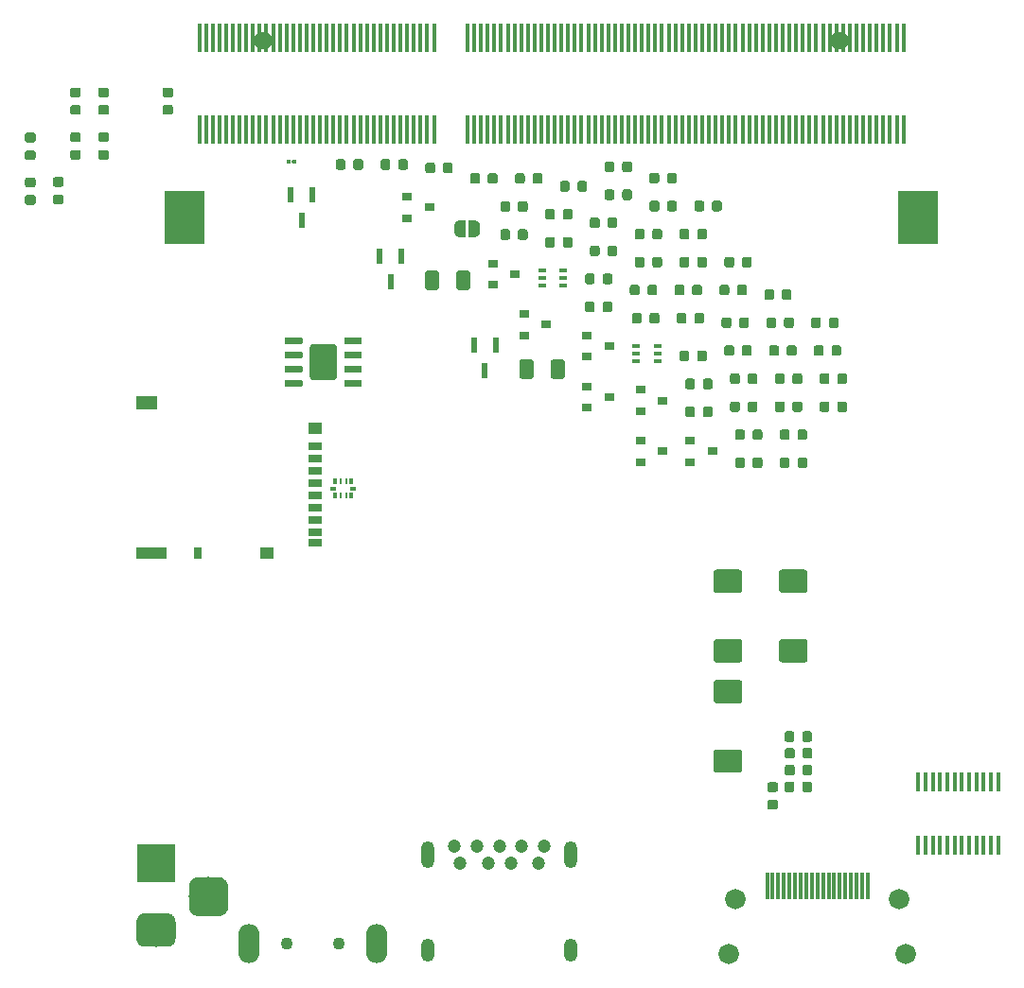
<source format=gbr>
G04 #@! TF.GenerationSoftware,KiCad,Pcbnew,5.1.4*
G04 #@! TF.CreationDate,2019-11-18T01:49:56-05:00*
G04 #@! TF.ProjectId,YellowCake,59656c6c-6f77-4436-916b-652e6b696361,rev?*
G04 #@! TF.SameCoordinates,Original*
G04 #@! TF.FileFunction,Soldermask,Bot*
G04 #@! TF.FilePolarity,Negative*
%FSLAX46Y46*%
G04 Gerber Fmt 4.6, Leading zero omitted, Abs format (unit mm)*
G04 Created by KiCad (PCBNEW 5.1.4) date 2019-11-18 01:49:56*
%MOMM*%
%LPD*%
G04 APERTURE LIST*
%ADD10R,0.300000X0.580000*%
%ADD11R,0.249936X0.579882*%
%ADD12R,0.630000X0.350000*%
%ADD13R,1.200000X0.700000*%
%ADD14R,1.200000X1.000000*%
%ADD15R,0.800000X1.000000*%
%ADD16R,2.800000X1.000000*%
%ADD17R,1.900000X1.300000*%
%ADD18C,0.100000*%
%ADD19C,0.875000*%
%ADD20C,2.075000*%
%ADD21R,0.900000X0.800000*%
%ADD22C,1.250000*%
%ADD23C,0.300000*%
%ADD24R,0.330200X2.387600*%
%ADD25C,1.828800*%
%ADD26O,1.900000X3.500000*%
%ADD27C,1.100000*%
%ADD28C,1.200000*%
%ADD29O,1.200000X2.400000*%
%ADD30O,1.200000X2.100000*%
%ADD31R,0.457200X2.565400*%
%ADD32C,1.625600*%
%ADD33R,3.606800X4.699000*%
%ADD34R,3.500000X3.500000*%
%ADD35C,3.000000*%
%ADD36C,3.500000*%
%ADD37C,0.500000*%
%ADD38R,0.650000X0.400000*%
%ADD39R,0.558800X1.422400*%
%ADD40R,0.355600X1.676400*%
%ADD41C,0.600000*%
%ADD42C,2.400000*%
G04 APERTURE END LIST*
D10*
X132124999Y-84690000D03*
D11*
X132625000Y-84690000D03*
X133125000Y-84690000D03*
D10*
X133625001Y-84690000D03*
D12*
X133735001Y-85325000D03*
D10*
X133625001Y-85960000D03*
D11*
X133125000Y-85960000D03*
X132625000Y-85960000D03*
D10*
X132124999Y-85960000D03*
D12*
X132014999Y-85325000D03*
D13*
X130354999Y-90144999D03*
X130354999Y-89194999D03*
X130354999Y-81494999D03*
X130354999Y-82594999D03*
X130354999Y-83694999D03*
X130354999Y-84794999D03*
X130354999Y-85894999D03*
X130354999Y-86994999D03*
X130354999Y-88094999D03*
D14*
X130354999Y-79944999D03*
X126054999Y-91094999D03*
D15*
X119854999Y-91094999D03*
D16*
X115704999Y-91094999D03*
D17*
X115254999Y-77594999D03*
D18*
G36*
X173040191Y-111551053D02*
G01*
X173061426Y-111554203D01*
X173082250Y-111559419D01*
X173102462Y-111566651D01*
X173121868Y-111575830D01*
X173140281Y-111586866D01*
X173157524Y-111599654D01*
X173173430Y-111614070D01*
X173187846Y-111629976D01*
X173200634Y-111647219D01*
X173211670Y-111665632D01*
X173220849Y-111685038D01*
X173228081Y-111705250D01*
X173233297Y-111726074D01*
X173236447Y-111747309D01*
X173237500Y-111768750D01*
X173237500Y-112281250D01*
X173236447Y-112302691D01*
X173233297Y-112323926D01*
X173228081Y-112344750D01*
X173220849Y-112364962D01*
X173211670Y-112384368D01*
X173200634Y-112402781D01*
X173187846Y-112420024D01*
X173173430Y-112435930D01*
X173157524Y-112450346D01*
X173140281Y-112463134D01*
X173121868Y-112474170D01*
X173102462Y-112483349D01*
X173082250Y-112490581D01*
X173061426Y-112495797D01*
X173040191Y-112498947D01*
X173018750Y-112500000D01*
X172581250Y-112500000D01*
X172559809Y-112498947D01*
X172538574Y-112495797D01*
X172517750Y-112490581D01*
X172497538Y-112483349D01*
X172478132Y-112474170D01*
X172459719Y-112463134D01*
X172442476Y-112450346D01*
X172426570Y-112435930D01*
X172412154Y-112420024D01*
X172399366Y-112402781D01*
X172388330Y-112384368D01*
X172379151Y-112364962D01*
X172371919Y-112344750D01*
X172366703Y-112323926D01*
X172363553Y-112302691D01*
X172362500Y-112281250D01*
X172362500Y-111768750D01*
X172363553Y-111747309D01*
X172366703Y-111726074D01*
X172371919Y-111705250D01*
X172379151Y-111685038D01*
X172388330Y-111665632D01*
X172399366Y-111647219D01*
X172412154Y-111629976D01*
X172426570Y-111614070D01*
X172442476Y-111599654D01*
X172459719Y-111586866D01*
X172478132Y-111575830D01*
X172497538Y-111566651D01*
X172517750Y-111559419D01*
X172538574Y-111554203D01*
X172559809Y-111551053D01*
X172581250Y-111550000D01*
X173018750Y-111550000D01*
X173040191Y-111551053D01*
X173040191Y-111551053D01*
G37*
D19*
X172800000Y-112025000D03*
D18*
G36*
X174615191Y-111551053D02*
G01*
X174636426Y-111554203D01*
X174657250Y-111559419D01*
X174677462Y-111566651D01*
X174696868Y-111575830D01*
X174715281Y-111586866D01*
X174732524Y-111599654D01*
X174748430Y-111614070D01*
X174762846Y-111629976D01*
X174775634Y-111647219D01*
X174786670Y-111665632D01*
X174795849Y-111685038D01*
X174803081Y-111705250D01*
X174808297Y-111726074D01*
X174811447Y-111747309D01*
X174812500Y-111768750D01*
X174812500Y-112281250D01*
X174811447Y-112302691D01*
X174808297Y-112323926D01*
X174803081Y-112344750D01*
X174795849Y-112364962D01*
X174786670Y-112384368D01*
X174775634Y-112402781D01*
X174762846Y-112420024D01*
X174748430Y-112435930D01*
X174732524Y-112450346D01*
X174715281Y-112463134D01*
X174696868Y-112474170D01*
X174677462Y-112483349D01*
X174657250Y-112490581D01*
X174636426Y-112495797D01*
X174615191Y-112498947D01*
X174593750Y-112500000D01*
X174156250Y-112500000D01*
X174134809Y-112498947D01*
X174113574Y-112495797D01*
X174092750Y-112490581D01*
X174072538Y-112483349D01*
X174053132Y-112474170D01*
X174034719Y-112463134D01*
X174017476Y-112450346D01*
X174001570Y-112435930D01*
X173987154Y-112420024D01*
X173974366Y-112402781D01*
X173963330Y-112384368D01*
X173954151Y-112364962D01*
X173946919Y-112344750D01*
X173941703Y-112323926D01*
X173938553Y-112302691D01*
X173937500Y-112281250D01*
X173937500Y-111768750D01*
X173938553Y-111747309D01*
X173941703Y-111726074D01*
X173946919Y-111705250D01*
X173954151Y-111685038D01*
X173963330Y-111665632D01*
X173974366Y-111647219D01*
X173987154Y-111629976D01*
X174001570Y-111614070D01*
X174017476Y-111599654D01*
X174034719Y-111586866D01*
X174053132Y-111575830D01*
X174072538Y-111566651D01*
X174092750Y-111559419D01*
X174113574Y-111554203D01*
X174134809Y-111551053D01*
X174156250Y-111550000D01*
X174593750Y-111550000D01*
X174615191Y-111551053D01*
X174615191Y-111551053D01*
G37*
D19*
X174375000Y-112025000D03*
D18*
G36*
X171652692Y-72491052D02*
G01*
X171673927Y-72494202D01*
X171694751Y-72499418D01*
X171714963Y-72506650D01*
X171734369Y-72515829D01*
X171752782Y-72526865D01*
X171770025Y-72539653D01*
X171785931Y-72554069D01*
X171800347Y-72569975D01*
X171813135Y-72587218D01*
X171824171Y-72605631D01*
X171833350Y-72625037D01*
X171840582Y-72645249D01*
X171845798Y-72666073D01*
X171848948Y-72687308D01*
X171850001Y-72708749D01*
X171850001Y-73221249D01*
X171848948Y-73242690D01*
X171845798Y-73263925D01*
X171840582Y-73284749D01*
X171833350Y-73304961D01*
X171824171Y-73324367D01*
X171813135Y-73342780D01*
X171800347Y-73360023D01*
X171785931Y-73375929D01*
X171770025Y-73390345D01*
X171752782Y-73403133D01*
X171734369Y-73414169D01*
X171714963Y-73423348D01*
X171694751Y-73430580D01*
X171673927Y-73435796D01*
X171652692Y-73438946D01*
X171631251Y-73439999D01*
X171193751Y-73439999D01*
X171172310Y-73438946D01*
X171151075Y-73435796D01*
X171130251Y-73430580D01*
X171110039Y-73423348D01*
X171090633Y-73414169D01*
X171072220Y-73403133D01*
X171054977Y-73390345D01*
X171039071Y-73375929D01*
X171024655Y-73360023D01*
X171011867Y-73342780D01*
X171000831Y-73324367D01*
X170991652Y-73304961D01*
X170984420Y-73284749D01*
X170979204Y-73263925D01*
X170976054Y-73242690D01*
X170975001Y-73221249D01*
X170975001Y-72708749D01*
X170976054Y-72687308D01*
X170979204Y-72666073D01*
X170984420Y-72645249D01*
X170991652Y-72625037D01*
X171000831Y-72605631D01*
X171011867Y-72587218D01*
X171024655Y-72569975D01*
X171039071Y-72554069D01*
X171054977Y-72539653D01*
X171072220Y-72526865D01*
X171090633Y-72515829D01*
X171110039Y-72506650D01*
X171130251Y-72499418D01*
X171151075Y-72494202D01*
X171172310Y-72491052D01*
X171193751Y-72489999D01*
X171631251Y-72489999D01*
X171652692Y-72491052D01*
X171652692Y-72491052D01*
G37*
D19*
X171412501Y-72964999D03*
D18*
G36*
X173227692Y-72491052D02*
G01*
X173248927Y-72494202D01*
X173269751Y-72499418D01*
X173289963Y-72506650D01*
X173309369Y-72515829D01*
X173327782Y-72526865D01*
X173345025Y-72539653D01*
X173360931Y-72554069D01*
X173375347Y-72569975D01*
X173388135Y-72587218D01*
X173399171Y-72605631D01*
X173408350Y-72625037D01*
X173415582Y-72645249D01*
X173420798Y-72666073D01*
X173423948Y-72687308D01*
X173425001Y-72708749D01*
X173425001Y-73221249D01*
X173423948Y-73242690D01*
X173420798Y-73263925D01*
X173415582Y-73284749D01*
X173408350Y-73304961D01*
X173399171Y-73324367D01*
X173388135Y-73342780D01*
X173375347Y-73360023D01*
X173360931Y-73375929D01*
X173345025Y-73390345D01*
X173327782Y-73403133D01*
X173309369Y-73414169D01*
X173289963Y-73423348D01*
X173269751Y-73430580D01*
X173248927Y-73435796D01*
X173227692Y-73438946D01*
X173206251Y-73439999D01*
X172768751Y-73439999D01*
X172747310Y-73438946D01*
X172726075Y-73435796D01*
X172705251Y-73430580D01*
X172685039Y-73423348D01*
X172665633Y-73414169D01*
X172647220Y-73403133D01*
X172629977Y-73390345D01*
X172614071Y-73375929D01*
X172599655Y-73360023D01*
X172586867Y-73342780D01*
X172575831Y-73324367D01*
X172566652Y-73304961D01*
X172559420Y-73284749D01*
X172554204Y-73263925D01*
X172551054Y-73242690D01*
X172550001Y-73221249D01*
X172550001Y-72708749D01*
X172551054Y-72687308D01*
X172554204Y-72666073D01*
X172559420Y-72645249D01*
X172566652Y-72625037D01*
X172575831Y-72605631D01*
X172586867Y-72587218D01*
X172599655Y-72569975D01*
X172614071Y-72554069D01*
X172629977Y-72539653D01*
X172647220Y-72526865D01*
X172665633Y-72515829D01*
X172685039Y-72506650D01*
X172705251Y-72499418D01*
X172726075Y-72494202D01*
X172747310Y-72491052D01*
X172768751Y-72489999D01*
X173206251Y-72489999D01*
X173227692Y-72491052D01*
X173227692Y-72491052D01*
G37*
D19*
X172987501Y-72964999D03*
D18*
G36*
X172172692Y-77511052D02*
G01*
X172193927Y-77514202D01*
X172214751Y-77519418D01*
X172234963Y-77526650D01*
X172254369Y-77535829D01*
X172272782Y-77546865D01*
X172290025Y-77559653D01*
X172305931Y-77574069D01*
X172320347Y-77589975D01*
X172333135Y-77607218D01*
X172344171Y-77625631D01*
X172353350Y-77645037D01*
X172360582Y-77665249D01*
X172365798Y-77686073D01*
X172368948Y-77707308D01*
X172370001Y-77728749D01*
X172370001Y-78241249D01*
X172368948Y-78262690D01*
X172365798Y-78283925D01*
X172360582Y-78304749D01*
X172353350Y-78324961D01*
X172344171Y-78344367D01*
X172333135Y-78362780D01*
X172320347Y-78380023D01*
X172305931Y-78395929D01*
X172290025Y-78410345D01*
X172272782Y-78423133D01*
X172254369Y-78434169D01*
X172234963Y-78443348D01*
X172214751Y-78450580D01*
X172193927Y-78455796D01*
X172172692Y-78458946D01*
X172151251Y-78459999D01*
X171713751Y-78459999D01*
X171692310Y-78458946D01*
X171671075Y-78455796D01*
X171650251Y-78450580D01*
X171630039Y-78443348D01*
X171610633Y-78434169D01*
X171592220Y-78423133D01*
X171574977Y-78410345D01*
X171559071Y-78395929D01*
X171544655Y-78380023D01*
X171531867Y-78362780D01*
X171520831Y-78344367D01*
X171511652Y-78324961D01*
X171504420Y-78304749D01*
X171499204Y-78283925D01*
X171496054Y-78262690D01*
X171495001Y-78241249D01*
X171495001Y-77728749D01*
X171496054Y-77707308D01*
X171499204Y-77686073D01*
X171504420Y-77665249D01*
X171511652Y-77645037D01*
X171520831Y-77625631D01*
X171531867Y-77607218D01*
X171544655Y-77589975D01*
X171559071Y-77574069D01*
X171574977Y-77559653D01*
X171592220Y-77546865D01*
X171610633Y-77535829D01*
X171630039Y-77526650D01*
X171650251Y-77519418D01*
X171671075Y-77514202D01*
X171692310Y-77511052D01*
X171713751Y-77509999D01*
X172151251Y-77509999D01*
X172172692Y-77511052D01*
X172172692Y-77511052D01*
G37*
D19*
X171932501Y-77984999D03*
D18*
G36*
X173747692Y-77511052D02*
G01*
X173768927Y-77514202D01*
X173789751Y-77519418D01*
X173809963Y-77526650D01*
X173829369Y-77535829D01*
X173847782Y-77546865D01*
X173865025Y-77559653D01*
X173880931Y-77574069D01*
X173895347Y-77589975D01*
X173908135Y-77607218D01*
X173919171Y-77625631D01*
X173928350Y-77645037D01*
X173935582Y-77665249D01*
X173940798Y-77686073D01*
X173943948Y-77707308D01*
X173945001Y-77728749D01*
X173945001Y-78241249D01*
X173943948Y-78262690D01*
X173940798Y-78283925D01*
X173935582Y-78304749D01*
X173928350Y-78324961D01*
X173919171Y-78344367D01*
X173908135Y-78362780D01*
X173895347Y-78380023D01*
X173880931Y-78395929D01*
X173865025Y-78410345D01*
X173847782Y-78423133D01*
X173829369Y-78434169D01*
X173809963Y-78443348D01*
X173789751Y-78450580D01*
X173768927Y-78455796D01*
X173747692Y-78458946D01*
X173726251Y-78459999D01*
X173288751Y-78459999D01*
X173267310Y-78458946D01*
X173246075Y-78455796D01*
X173225251Y-78450580D01*
X173205039Y-78443348D01*
X173185633Y-78434169D01*
X173167220Y-78423133D01*
X173149977Y-78410345D01*
X173134071Y-78395929D01*
X173119655Y-78380023D01*
X173106867Y-78362780D01*
X173095831Y-78344367D01*
X173086652Y-78324961D01*
X173079420Y-78304749D01*
X173074204Y-78283925D01*
X173071054Y-78262690D01*
X173070001Y-78241249D01*
X173070001Y-77728749D01*
X173071054Y-77707308D01*
X173074204Y-77686073D01*
X173079420Y-77665249D01*
X173086652Y-77645037D01*
X173095831Y-77625631D01*
X173106867Y-77607218D01*
X173119655Y-77589975D01*
X173134071Y-77574069D01*
X173149977Y-77559653D01*
X173167220Y-77546865D01*
X173185633Y-77535829D01*
X173205039Y-77526650D01*
X173225251Y-77519418D01*
X173246075Y-77514202D01*
X173267310Y-77511052D01*
X173288751Y-77509999D01*
X173726251Y-77509999D01*
X173747692Y-77511052D01*
X173747692Y-77511052D01*
G37*
D19*
X173507501Y-77984999D03*
D18*
G36*
X168602692Y-82531052D02*
G01*
X168623927Y-82534202D01*
X168644751Y-82539418D01*
X168664963Y-82546650D01*
X168684369Y-82555829D01*
X168702782Y-82566865D01*
X168720025Y-82579653D01*
X168735931Y-82594069D01*
X168750347Y-82609975D01*
X168763135Y-82627218D01*
X168774171Y-82645631D01*
X168783350Y-82665037D01*
X168790582Y-82685249D01*
X168795798Y-82706073D01*
X168798948Y-82727308D01*
X168800001Y-82748749D01*
X168800001Y-83261249D01*
X168798948Y-83282690D01*
X168795798Y-83303925D01*
X168790582Y-83324749D01*
X168783350Y-83344961D01*
X168774171Y-83364367D01*
X168763135Y-83382780D01*
X168750347Y-83400023D01*
X168735931Y-83415929D01*
X168720025Y-83430345D01*
X168702782Y-83443133D01*
X168684369Y-83454169D01*
X168664963Y-83463348D01*
X168644751Y-83470580D01*
X168623927Y-83475796D01*
X168602692Y-83478946D01*
X168581251Y-83479999D01*
X168143751Y-83479999D01*
X168122310Y-83478946D01*
X168101075Y-83475796D01*
X168080251Y-83470580D01*
X168060039Y-83463348D01*
X168040633Y-83454169D01*
X168022220Y-83443133D01*
X168004977Y-83430345D01*
X167989071Y-83415929D01*
X167974655Y-83400023D01*
X167961867Y-83382780D01*
X167950831Y-83364367D01*
X167941652Y-83344961D01*
X167934420Y-83324749D01*
X167929204Y-83303925D01*
X167926054Y-83282690D01*
X167925001Y-83261249D01*
X167925001Y-82748749D01*
X167926054Y-82727308D01*
X167929204Y-82706073D01*
X167934420Y-82685249D01*
X167941652Y-82665037D01*
X167950831Y-82645631D01*
X167961867Y-82627218D01*
X167974655Y-82609975D01*
X167989071Y-82594069D01*
X168004977Y-82579653D01*
X168022220Y-82566865D01*
X168040633Y-82555829D01*
X168060039Y-82546650D01*
X168080251Y-82539418D01*
X168101075Y-82534202D01*
X168122310Y-82531052D01*
X168143751Y-82529999D01*
X168581251Y-82529999D01*
X168602692Y-82531052D01*
X168602692Y-82531052D01*
G37*
D19*
X168362501Y-83004999D03*
D18*
G36*
X170177692Y-82531052D02*
G01*
X170198927Y-82534202D01*
X170219751Y-82539418D01*
X170239963Y-82546650D01*
X170259369Y-82555829D01*
X170277782Y-82566865D01*
X170295025Y-82579653D01*
X170310931Y-82594069D01*
X170325347Y-82609975D01*
X170338135Y-82627218D01*
X170349171Y-82645631D01*
X170358350Y-82665037D01*
X170365582Y-82685249D01*
X170370798Y-82706073D01*
X170373948Y-82727308D01*
X170375001Y-82748749D01*
X170375001Y-83261249D01*
X170373948Y-83282690D01*
X170370798Y-83303925D01*
X170365582Y-83324749D01*
X170358350Y-83344961D01*
X170349171Y-83364367D01*
X170338135Y-83382780D01*
X170325347Y-83400023D01*
X170310931Y-83415929D01*
X170295025Y-83430345D01*
X170277782Y-83443133D01*
X170259369Y-83454169D01*
X170239963Y-83463348D01*
X170219751Y-83470580D01*
X170198927Y-83475796D01*
X170177692Y-83478946D01*
X170156251Y-83479999D01*
X169718751Y-83479999D01*
X169697310Y-83478946D01*
X169676075Y-83475796D01*
X169655251Y-83470580D01*
X169635039Y-83463348D01*
X169615633Y-83454169D01*
X169597220Y-83443133D01*
X169579977Y-83430345D01*
X169564071Y-83415929D01*
X169549655Y-83400023D01*
X169536867Y-83382780D01*
X169525831Y-83364367D01*
X169516652Y-83344961D01*
X169509420Y-83324749D01*
X169504204Y-83303925D01*
X169501054Y-83282690D01*
X169500001Y-83261249D01*
X169500001Y-82748749D01*
X169501054Y-82727308D01*
X169504204Y-82706073D01*
X169509420Y-82685249D01*
X169516652Y-82665037D01*
X169525831Y-82645631D01*
X169536867Y-82627218D01*
X169549655Y-82609975D01*
X169564071Y-82594069D01*
X169579977Y-82579653D01*
X169597220Y-82566865D01*
X169615633Y-82555829D01*
X169635039Y-82546650D01*
X169655251Y-82539418D01*
X169676075Y-82534202D01*
X169697310Y-82531052D01*
X169718751Y-82529999D01*
X170156251Y-82529999D01*
X170177692Y-82531052D01*
X170177692Y-82531052D01*
G37*
D19*
X169937501Y-83004999D03*
D18*
G36*
X164152692Y-77981052D02*
G01*
X164173927Y-77984202D01*
X164194751Y-77989418D01*
X164214963Y-77996650D01*
X164234369Y-78005829D01*
X164252782Y-78016865D01*
X164270025Y-78029653D01*
X164285931Y-78044069D01*
X164300347Y-78059975D01*
X164313135Y-78077218D01*
X164324171Y-78095631D01*
X164333350Y-78115037D01*
X164340582Y-78135249D01*
X164345798Y-78156073D01*
X164348948Y-78177308D01*
X164350001Y-78198749D01*
X164350001Y-78711249D01*
X164348948Y-78732690D01*
X164345798Y-78753925D01*
X164340582Y-78774749D01*
X164333350Y-78794961D01*
X164324171Y-78814367D01*
X164313135Y-78832780D01*
X164300347Y-78850023D01*
X164285931Y-78865929D01*
X164270025Y-78880345D01*
X164252782Y-78893133D01*
X164234369Y-78904169D01*
X164214963Y-78913348D01*
X164194751Y-78920580D01*
X164173927Y-78925796D01*
X164152692Y-78928946D01*
X164131251Y-78929999D01*
X163693751Y-78929999D01*
X163672310Y-78928946D01*
X163651075Y-78925796D01*
X163630251Y-78920580D01*
X163610039Y-78913348D01*
X163590633Y-78904169D01*
X163572220Y-78893133D01*
X163554977Y-78880345D01*
X163539071Y-78865929D01*
X163524655Y-78850023D01*
X163511867Y-78832780D01*
X163500831Y-78814367D01*
X163491652Y-78794961D01*
X163484420Y-78774749D01*
X163479204Y-78753925D01*
X163476054Y-78732690D01*
X163475001Y-78711249D01*
X163475001Y-78198749D01*
X163476054Y-78177308D01*
X163479204Y-78156073D01*
X163484420Y-78135249D01*
X163491652Y-78115037D01*
X163500831Y-78095631D01*
X163511867Y-78077218D01*
X163524655Y-78059975D01*
X163539071Y-78044069D01*
X163554977Y-78029653D01*
X163572220Y-78016865D01*
X163590633Y-78005829D01*
X163610039Y-77996650D01*
X163630251Y-77989418D01*
X163651075Y-77984202D01*
X163672310Y-77981052D01*
X163693751Y-77979999D01*
X164131251Y-77979999D01*
X164152692Y-77981052D01*
X164152692Y-77981052D01*
G37*
D19*
X163912501Y-78454999D03*
D18*
G36*
X165727692Y-77981052D02*
G01*
X165748927Y-77984202D01*
X165769751Y-77989418D01*
X165789963Y-77996650D01*
X165809369Y-78005829D01*
X165827782Y-78016865D01*
X165845025Y-78029653D01*
X165860931Y-78044069D01*
X165875347Y-78059975D01*
X165888135Y-78077218D01*
X165899171Y-78095631D01*
X165908350Y-78115037D01*
X165915582Y-78135249D01*
X165920798Y-78156073D01*
X165923948Y-78177308D01*
X165925001Y-78198749D01*
X165925001Y-78711249D01*
X165923948Y-78732690D01*
X165920798Y-78753925D01*
X165915582Y-78774749D01*
X165908350Y-78794961D01*
X165899171Y-78814367D01*
X165888135Y-78832780D01*
X165875347Y-78850023D01*
X165860931Y-78865929D01*
X165845025Y-78880345D01*
X165827782Y-78893133D01*
X165809369Y-78904169D01*
X165789963Y-78913348D01*
X165769751Y-78920580D01*
X165748927Y-78925796D01*
X165727692Y-78928946D01*
X165706251Y-78929999D01*
X165268751Y-78929999D01*
X165247310Y-78928946D01*
X165226075Y-78925796D01*
X165205251Y-78920580D01*
X165185039Y-78913348D01*
X165165633Y-78904169D01*
X165147220Y-78893133D01*
X165129977Y-78880345D01*
X165114071Y-78865929D01*
X165099655Y-78850023D01*
X165086867Y-78832780D01*
X165075831Y-78814367D01*
X165066652Y-78794961D01*
X165059420Y-78774749D01*
X165054204Y-78753925D01*
X165051054Y-78732690D01*
X165050001Y-78711249D01*
X165050001Y-78198749D01*
X165051054Y-78177308D01*
X165054204Y-78156073D01*
X165059420Y-78135249D01*
X165066652Y-78115037D01*
X165075831Y-78095631D01*
X165086867Y-78077218D01*
X165099655Y-78059975D01*
X165114071Y-78044069D01*
X165129977Y-78029653D01*
X165147220Y-78016865D01*
X165165633Y-78005829D01*
X165185039Y-77996650D01*
X165205251Y-77989418D01*
X165226075Y-77984202D01*
X165247310Y-77981052D01*
X165268751Y-77979999D01*
X165706251Y-77979999D01*
X165727692Y-77981052D01*
X165727692Y-77981052D01*
G37*
D19*
X165487501Y-78454999D03*
D18*
G36*
X149177692Y-59581052D02*
G01*
X149198927Y-59584202D01*
X149219751Y-59589418D01*
X149239963Y-59596650D01*
X149259369Y-59605829D01*
X149277782Y-59616865D01*
X149295025Y-59629653D01*
X149310931Y-59644069D01*
X149325347Y-59659975D01*
X149338135Y-59677218D01*
X149349171Y-59695631D01*
X149358350Y-59715037D01*
X149365582Y-59735249D01*
X149370798Y-59756073D01*
X149373948Y-59777308D01*
X149375001Y-59798749D01*
X149375001Y-60311249D01*
X149373948Y-60332690D01*
X149370798Y-60353925D01*
X149365582Y-60374749D01*
X149358350Y-60394961D01*
X149349171Y-60414367D01*
X149338135Y-60432780D01*
X149325347Y-60450023D01*
X149310931Y-60465929D01*
X149295025Y-60480345D01*
X149277782Y-60493133D01*
X149259369Y-60504169D01*
X149239963Y-60513348D01*
X149219751Y-60520580D01*
X149198927Y-60525796D01*
X149177692Y-60528946D01*
X149156251Y-60529999D01*
X148718751Y-60529999D01*
X148697310Y-60528946D01*
X148676075Y-60525796D01*
X148655251Y-60520580D01*
X148635039Y-60513348D01*
X148615633Y-60504169D01*
X148597220Y-60493133D01*
X148579977Y-60480345D01*
X148564071Y-60465929D01*
X148549655Y-60450023D01*
X148536867Y-60432780D01*
X148525831Y-60414367D01*
X148516652Y-60394961D01*
X148509420Y-60374749D01*
X148504204Y-60353925D01*
X148501054Y-60332690D01*
X148500001Y-60311249D01*
X148500001Y-59798749D01*
X148501054Y-59777308D01*
X148504204Y-59756073D01*
X148509420Y-59735249D01*
X148516652Y-59715037D01*
X148525831Y-59695631D01*
X148536867Y-59677218D01*
X148549655Y-59659975D01*
X148564071Y-59644069D01*
X148579977Y-59629653D01*
X148597220Y-59616865D01*
X148615633Y-59605829D01*
X148635039Y-59596650D01*
X148655251Y-59589418D01*
X148676075Y-59584202D01*
X148697310Y-59581052D01*
X148718751Y-59579999D01*
X149156251Y-59579999D01*
X149177692Y-59581052D01*
X149177692Y-59581052D01*
G37*
D19*
X148937501Y-60054999D03*
D18*
G36*
X147602692Y-59581052D02*
G01*
X147623927Y-59584202D01*
X147644751Y-59589418D01*
X147664963Y-59596650D01*
X147684369Y-59605829D01*
X147702782Y-59616865D01*
X147720025Y-59629653D01*
X147735931Y-59644069D01*
X147750347Y-59659975D01*
X147763135Y-59677218D01*
X147774171Y-59695631D01*
X147783350Y-59715037D01*
X147790582Y-59735249D01*
X147795798Y-59756073D01*
X147798948Y-59777308D01*
X147800001Y-59798749D01*
X147800001Y-60311249D01*
X147798948Y-60332690D01*
X147795798Y-60353925D01*
X147790582Y-60374749D01*
X147783350Y-60394961D01*
X147774171Y-60414367D01*
X147763135Y-60432780D01*
X147750347Y-60450023D01*
X147735931Y-60465929D01*
X147720025Y-60480345D01*
X147702782Y-60493133D01*
X147684369Y-60504169D01*
X147664963Y-60513348D01*
X147644751Y-60520580D01*
X147623927Y-60525796D01*
X147602692Y-60528946D01*
X147581251Y-60529999D01*
X147143751Y-60529999D01*
X147122310Y-60528946D01*
X147101075Y-60525796D01*
X147080251Y-60520580D01*
X147060039Y-60513348D01*
X147040633Y-60504169D01*
X147022220Y-60493133D01*
X147004977Y-60480345D01*
X146989071Y-60465929D01*
X146974655Y-60450023D01*
X146961867Y-60432780D01*
X146950831Y-60414367D01*
X146941652Y-60394961D01*
X146934420Y-60374749D01*
X146929204Y-60353925D01*
X146926054Y-60332690D01*
X146925001Y-60311249D01*
X146925001Y-59798749D01*
X146926054Y-59777308D01*
X146929204Y-59756073D01*
X146934420Y-59735249D01*
X146941652Y-59715037D01*
X146950831Y-59695631D01*
X146961867Y-59677218D01*
X146974655Y-59659975D01*
X146989071Y-59644069D01*
X147004977Y-59629653D01*
X147022220Y-59616865D01*
X147040633Y-59605829D01*
X147060039Y-59596650D01*
X147080251Y-59589418D01*
X147101075Y-59584202D01*
X147122310Y-59581052D01*
X147143751Y-59579999D01*
X147581251Y-59579999D01*
X147602692Y-59581052D01*
X147602692Y-59581052D01*
G37*
D19*
X147362501Y-60054999D03*
D18*
G36*
X169737692Y-75001052D02*
G01*
X169758927Y-75004202D01*
X169779751Y-75009418D01*
X169799963Y-75016650D01*
X169819369Y-75025829D01*
X169837782Y-75036865D01*
X169855025Y-75049653D01*
X169870931Y-75064069D01*
X169885347Y-75079975D01*
X169898135Y-75097218D01*
X169909171Y-75115631D01*
X169918350Y-75135037D01*
X169925582Y-75155249D01*
X169930798Y-75176073D01*
X169933948Y-75197308D01*
X169935001Y-75218749D01*
X169935001Y-75731249D01*
X169933948Y-75752690D01*
X169930798Y-75773925D01*
X169925582Y-75794749D01*
X169918350Y-75814961D01*
X169909171Y-75834367D01*
X169898135Y-75852780D01*
X169885347Y-75870023D01*
X169870931Y-75885929D01*
X169855025Y-75900345D01*
X169837782Y-75913133D01*
X169819369Y-75924169D01*
X169799963Y-75933348D01*
X169779751Y-75940580D01*
X169758927Y-75945796D01*
X169737692Y-75948946D01*
X169716251Y-75949999D01*
X169278751Y-75949999D01*
X169257310Y-75948946D01*
X169236075Y-75945796D01*
X169215251Y-75940580D01*
X169195039Y-75933348D01*
X169175633Y-75924169D01*
X169157220Y-75913133D01*
X169139977Y-75900345D01*
X169124071Y-75885929D01*
X169109655Y-75870023D01*
X169096867Y-75852780D01*
X169085831Y-75834367D01*
X169076652Y-75814961D01*
X169069420Y-75794749D01*
X169064204Y-75773925D01*
X169061054Y-75752690D01*
X169060001Y-75731249D01*
X169060001Y-75218749D01*
X169061054Y-75197308D01*
X169064204Y-75176073D01*
X169069420Y-75155249D01*
X169076652Y-75135037D01*
X169085831Y-75115631D01*
X169096867Y-75097218D01*
X169109655Y-75079975D01*
X169124071Y-75064069D01*
X169139977Y-75049653D01*
X169157220Y-75036865D01*
X169175633Y-75025829D01*
X169195039Y-75016650D01*
X169215251Y-75009418D01*
X169236075Y-75004202D01*
X169257310Y-75001052D01*
X169278751Y-74999999D01*
X169716251Y-74999999D01*
X169737692Y-75001052D01*
X169737692Y-75001052D01*
G37*
D19*
X169497501Y-75474999D03*
D18*
G36*
X168162692Y-75001052D02*
G01*
X168183927Y-75004202D01*
X168204751Y-75009418D01*
X168224963Y-75016650D01*
X168244369Y-75025829D01*
X168262782Y-75036865D01*
X168280025Y-75049653D01*
X168295931Y-75064069D01*
X168310347Y-75079975D01*
X168323135Y-75097218D01*
X168334171Y-75115631D01*
X168343350Y-75135037D01*
X168350582Y-75155249D01*
X168355798Y-75176073D01*
X168358948Y-75197308D01*
X168360001Y-75218749D01*
X168360001Y-75731249D01*
X168358948Y-75752690D01*
X168355798Y-75773925D01*
X168350582Y-75794749D01*
X168343350Y-75814961D01*
X168334171Y-75834367D01*
X168323135Y-75852780D01*
X168310347Y-75870023D01*
X168295931Y-75885929D01*
X168280025Y-75900345D01*
X168262782Y-75913133D01*
X168244369Y-75924169D01*
X168224963Y-75933348D01*
X168204751Y-75940580D01*
X168183927Y-75945796D01*
X168162692Y-75948946D01*
X168141251Y-75949999D01*
X167703751Y-75949999D01*
X167682310Y-75948946D01*
X167661075Y-75945796D01*
X167640251Y-75940580D01*
X167620039Y-75933348D01*
X167600633Y-75924169D01*
X167582220Y-75913133D01*
X167564977Y-75900345D01*
X167549071Y-75885929D01*
X167534655Y-75870023D01*
X167521867Y-75852780D01*
X167510831Y-75834367D01*
X167501652Y-75814961D01*
X167494420Y-75794749D01*
X167489204Y-75773925D01*
X167486054Y-75752690D01*
X167485001Y-75731249D01*
X167485001Y-75218749D01*
X167486054Y-75197308D01*
X167489204Y-75176073D01*
X167494420Y-75155249D01*
X167501652Y-75135037D01*
X167510831Y-75115631D01*
X167521867Y-75097218D01*
X167534655Y-75079975D01*
X167549071Y-75064069D01*
X167564977Y-75049653D01*
X167582220Y-75036865D01*
X167600633Y-75025829D01*
X167620039Y-75016650D01*
X167640251Y-75009418D01*
X167661075Y-75004202D01*
X167682310Y-75001052D01*
X167703751Y-74999999D01*
X168141251Y-74999999D01*
X168162692Y-75001052D01*
X168162692Y-75001052D01*
G37*
D19*
X167922501Y-75474999D03*
D18*
G36*
X170177692Y-80021052D02*
G01*
X170198927Y-80024202D01*
X170219751Y-80029418D01*
X170239963Y-80036650D01*
X170259369Y-80045829D01*
X170277782Y-80056865D01*
X170295025Y-80069653D01*
X170310931Y-80084069D01*
X170325347Y-80099975D01*
X170338135Y-80117218D01*
X170349171Y-80135631D01*
X170358350Y-80155037D01*
X170365582Y-80175249D01*
X170370798Y-80196073D01*
X170373948Y-80217308D01*
X170375001Y-80238749D01*
X170375001Y-80751249D01*
X170373948Y-80772690D01*
X170370798Y-80793925D01*
X170365582Y-80814749D01*
X170358350Y-80834961D01*
X170349171Y-80854367D01*
X170338135Y-80872780D01*
X170325347Y-80890023D01*
X170310931Y-80905929D01*
X170295025Y-80920345D01*
X170277782Y-80933133D01*
X170259369Y-80944169D01*
X170239963Y-80953348D01*
X170219751Y-80960580D01*
X170198927Y-80965796D01*
X170177692Y-80968946D01*
X170156251Y-80969999D01*
X169718751Y-80969999D01*
X169697310Y-80968946D01*
X169676075Y-80965796D01*
X169655251Y-80960580D01*
X169635039Y-80953348D01*
X169615633Y-80944169D01*
X169597220Y-80933133D01*
X169579977Y-80920345D01*
X169564071Y-80905929D01*
X169549655Y-80890023D01*
X169536867Y-80872780D01*
X169525831Y-80854367D01*
X169516652Y-80834961D01*
X169509420Y-80814749D01*
X169504204Y-80793925D01*
X169501054Y-80772690D01*
X169500001Y-80751249D01*
X169500001Y-80238749D01*
X169501054Y-80217308D01*
X169504204Y-80196073D01*
X169509420Y-80175249D01*
X169516652Y-80155037D01*
X169525831Y-80135631D01*
X169536867Y-80117218D01*
X169549655Y-80099975D01*
X169564071Y-80084069D01*
X169579977Y-80069653D01*
X169597220Y-80056865D01*
X169615633Y-80045829D01*
X169635039Y-80036650D01*
X169655251Y-80029418D01*
X169676075Y-80024202D01*
X169697310Y-80021052D01*
X169718751Y-80019999D01*
X170156251Y-80019999D01*
X170177692Y-80021052D01*
X170177692Y-80021052D01*
G37*
D19*
X169937501Y-80494999D03*
D18*
G36*
X168602692Y-80021052D02*
G01*
X168623927Y-80024202D01*
X168644751Y-80029418D01*
X168664963Y-80036650D01*
X168684369Y-80045829D01*
X168702782Y-80056865D01*
X168720025Y-80069653D01*
X168735931Y-80084069D01*
X168750347Y-80099975D01*
X168763135Y-80117218D01*
X168774171Y-80135631D01*
X168783350Y-80155037D01*
X168790582Y-80175249D01*
X168795798Y-80196073D01*
X168798948Y-80217308D01*
X168800001Y-80238749D01*
X168800001Y-80751249D01*
X168798948Y-80772690D01*
X168795798Y-80793925D01*
X168790582Y-80814749D01*
X168783350Y-80834961D01*
X168774171Y-80854367D01*
X168763135Y-80872780D01*
X168750347Y-80890023D01*
X168735931Y-80905929D01*
X168720025Y-80920345D01*
X168702782Y-80933133D01*
X168684369Y-80944169D01*
X168664963Y-80953348D01*
X168644751Y-80960580D01*
X168623927Y-80965796D01*
X168602692Y-80968946D01*
X168581251Y-80969999D01*
X168143751Y-80969999D01*
X168122310Y-80968946D01*
X168101075Y-80965796D01*
X168080251Y-80960580D01*
X168060039Y-80953348D01*
X168040633Y-80944169D01*
X168022220Y-80933133D01*
X168004977Y-80920345D01*
X167989071Y-80905929D01*
X167974655Y-80890023D01*
X167961867Y-80872780D01*
X167950831Y-80854367D01*
X167941652Y-80834961D01*
X167934420Y-80814749D01*
X167929204Y-80793925D01*
X167926054Y-80772690D01*
X167925001Y-80751249D01*
X167925001Y-80238749D01*
X167926054Y-80217308D01*
X167929204Y-80196073D01*
X167934420Y-80175249D01*
X167941652Y-80155037D01*
X167950831Y-80135631D01*
X167961867Y-80117218D01*
X167974655Y-80099975D01*
X167989071Y-80084069D01*
X168004977Y-80069653D01*
X168022220Y-80056865D01*
X168040633Y-80045829D01*
X168060039Y-80036650D01*
X168080251Y-80029418D01*
X168101075Y-80024202D01*
X168122310Y-80021052D01*
X168143751Y-80019999D01*
X168581251Y-80019999D01*
X168602692Y-80021052D01*
X168602692Y-80021052D01*
G37*
D19*
X168362501Y-80494999D03*
D18*
G36*
X159192692Y-67071052D02*
G01*
X159213927Y-67074202D01*
X159234751Y-67079418D01*
X159254963Y-67086650D01*
X159274369Y-67095829D01*
X159292782Y-67106865D01*
X159310025Y-67119653D01*
X159325931Y-67134069D01*
X159340347Y-67149975D01*
X159353135Y-67167218D01*
X159364171Y-67185631D01*
X159373350Y-67205037D01*
X159380582Y-67225249D01*
X159385798Y-67246073D01*
X159388948Y-67267308D01*
X159390001Y-67288749D01*
X159390001Y-67801249D01*
X159388948Y-67822690D01*
X159385798Y-67843925D01*
X159380582Y-67864749D01*
X159373350Y-67884961D01*
X159364171Y-67904367D01*
X159353135Y-67922780D01*
X159340347Y-67940023D01*
X159325931Y-67955929D01*
X159310025Y-67970345D01*
X159292782Y-67983133D01*
X159274369Y-67994169D01*
X159254963Y-68003348D01*
X159234751Y-68010580D01*
X159213927Y-68015796D01*
X159192692Y-68018946D01*
X159171251Y-68019999D01*
X158733751Y-68019999D01*
X158712310Y-68018946D01*
X158691075Y-68015796D01*
X158670251Y-68010580D01*
X158650039Y-68003348D01*
X158630633Y-67994169D01*
X158612220Y-67983133D01*
X158594977Y-67970345D01*
X158579071Y-67955929D01*
X158564655Y-67940023D01*
X158551867Y-67922780D01*
X158540831Y-67904367D01*
X158531652Y-67884961D01*
X158524420Y-67864749D01*
X158519204Y-67843925D01*
X158516054Y-67822690D01*
X158515001Y-67801249D01*
X158515001Y-67288749D01*
X158516054Y-67267308D01*
X158519204Y-67246073D01*
X158524420Y-67225249D01*
X158531652Y-67205037D01*
X158540831Y-67185631D01*
X158551867Y-67167218D01*
X158564655Y-67149975D01*
X158579071Y-67134069D01*
X158594977Y-67119653D01*
X158612220Y-67106865D01*
X158630633Y-67095829D01*
X158650039Y-67086650D01*
X158670251Y-67079418D01*
X158691075Y-67074202D01*
X158712310Y-67071052D01*
X158733751Y-67069999D01*
X159171251Y-67069999D01*
X159192692Y-67071052D01*
X159192692Y-67071052D01*
G37*
D19*
X158952501Y-67544999D03*
D18*
G36*
X160767692Y-67071052D02*
G01*
X160788927Y-67074202D01*
X160809751Y-67079418D01*
X160829963Y-67086650D01*
X160849369Y-67095829D01*
X160867782Y-67106865D01*
X160885025Y-67119653D01*
X160900931Y-67134069D01*
X160915347Y-67149975D01*
X160928135Y-67167218D01*
X160939171Y-67185631D01*
X160948350Y-67205037D01*
X160955582Y-67225249D01*
X160960798Y-67246073D01*
X160963948Y-67267308D01*
X160965001Y-67288749D01*
X160965001Y-67801249D01*
X160963948Y-67822690D01*
X160960798Y-67843925D01*
X160955582Y-67864749D01*
X160948350Y-67884961D01*
X160939171Y-67904367D01*
X160928135Y-67922780D01*
X160915347Y-67940023D01*
X160900931Y-67955929D01*
X160885025Y-67970345D01*
X160867782Y-67983133D01*
X160849369Y-67994169D01*
X160829963Y-68003348D01*
X160809751Y-68010580D01*
X160788927Y-68015796D01*
X160767692Y-68018946D01*
X160746251Y-68019999D01*
X160308751Y-68019999D01*
X160287310Y-68018946D01*
X160266075Y-68015796D01*
X160245251Y-68010580D01*
X160225039Y-68003348D01*
X160205633Y-67994169D01*
X160187220Y-67983133D01*
X160169977Y-67970345D01*
X160154071Y-67955929D01*
X160139655Y-67940023D01*
X160126867Y-67922780D01*
X160115831Y-67904367D01*
X160106652Y-67884961D01*
X160099420Y-67864749D01*
X160094204Y-67843925D01*
X160091054Y-67822690D01*
X160090001Y-67801249D01*
X160090001Y-67288749D01*
X160091054Y-67267308D01*
X160094204Y-67246073D01*
X160099420Y-67225249D01*
X160106652Y-67205037D01*
X160115831Y-67185631D01*
X160126867Y-67167218D01*
X160139655Y-67149975D01*
X160154071Y-67134069D01*
X160169977Y-67119653D01*
X160187220Y-67106865D01*
X160205633Y-67095829D01*
X160225039Y-67086650D01*
X160245251Y-67079418D01*
X160266075Y-67074202D01*
X160287310Y-67071052D01*
X160308751Y-67069999D01*
X160746251Y-67069999D01*
X160767692Y-67071052D01*
X160767692Y-67071052D01*
G37*
D19*
X160527501Y-67544999D03*
D18*
G36*
X163632692Y-72961052D02*
G01*
X163653927Y-72964202D01*
X163674751Y-72969418D01*
X163694963Y-72976650D01*
X163714369Y-72985829D01*
X163732782Y-72996865D01*
X163750025Y-73009653D01*
X163765931Y-73024069D01*
X163780347Y-73039975D01*
X163793135Y-73057218D01*
X163804171Y-73075631D01*
X163813350Y-73095037D01*
X163820582Y-73115249D01*
X163825798Y-73136073D01*
X163828948Y-73157308D01*
X163830001Y-73178749D01*
X163830001Y-73691249D01*
X163828948Y-73712690D01*
X163825798Y-73733925D01*
X163820582Y-73754749D01*
X163813350Y-73774961D01*
X163804171Y-73794367D01*
X163793135Y-73812780D01*
X163780347Y-73830023D01*
X163765931Y-73845929D01*
X163750025Y-73860345D01*
X163732782Y-73873133D01*
X163714369Y-73884169D01*
X163694963Y-73893348D01*
X163674751Y-73900580D01*
X163653927Y-73905796D01*
X163632692Y-73908946D01*
X163611251Y-73909999D01*
X163173751Y-73909999D01*
X163152310Y-73908946D01*
X163131075Y-73905796D01*
X163110251Y-73900580D01*
X163090039Y-73893348D01*
X163070633Y-73884169D01*
X163052220Y-73873133D01*
X163034977Y-73860345D01*
X163019071Y-73845929D01*
X163004655Y-73830023D01*
X162991867Y-73812780D01*
X162980831Y-73794367D01*
X162971652Y-73774961D01*
X162964420Y-73754749D01*
X162959204Y-73733925D01*
X162956054Y-73712690D01*
X162955001Y-73691249D01*
X162955001Y-73178749D01*
X162956054Y-73157308D01*
X162959204Y-73136073D01*
X162964420Y-73115249D01*
X162971652Y-73095037D01*
X162980831Y-73075631D01*
X162991867Y-73057218D01*
X163004655Y-73039975D01*
X163019071Y-73024069D01*
X163034977Y-73009653D01*
X163052220Y-72996865D01*
X163070633Y-72985829D01*
X163090039Y-72976650D01*
X163110251Y-72969418D01*
X163131075Y-72964202D01*
X163152310Y-72961052D01*
X163173751Y-72959999D01*
X163611251Y-72959999D01*
X163632692Y-72961052D01*
X163632692Y-72961052D01*
G37*
D19*
X163392501Y-73434999D03*
D18*
G36*
X165207692Y-72961052D02*
G01*
X165228927Y-72964202D01*
X165249751Y-72969418D01*
X165269963Y-72976650D01*
X165289369Y-72985829D01*
X165307782Y-72996865D01*
X165325025Y-73009653D01*
X165340931Y-73024069D01*
X165355347Y-73039975D01*
X165368135Y-73057218D01*
X165379171Y-73075631D01*
X165388350Y-73095037D01*
X165395582Y-73115249D01*
X165400798Y-73136073D01*
X165403948Y-73157308D01*
X165405001Y-73178749D01*
X165405001Y-73691249D01*
X165403948Y-73712690D01*
X165400798Y-73733925D01*
X165395582Y-73754749D01*
X165388350Y-73774961D01*
X165379171Y-73794367D01*
X165368135Y-73812780D01*
X165355347Y-73830023D01*
X165340931Y-73845929D01*
X165325025Y-73860345D01*
X165307782Y-73873133D01*
X165289369Y-73884169D01*
X165269963Y-73893348D01*
X165249751Y-73900580D01*
X165228927Y-73905796D01*
X165207692Y-73908946D01*
X165186251Y-73909999D01*
X164748751Y-73909999D01*
X164727310Y-73908946D01*
X164706075Y-73905796D01*
X164685251Y-73900580D01*
X164665039Y-73893348D01*
X164645633Y-73884169D01*
X164627220Y-73873133D01*
X164609977Y-73860345D01*
X164594071Y-73845929D01*
X164579655Y-73830023D01*
X164566867Y-73812780D01*
X164555831Y-73794367D01*
X164546652Y-73774961D01*
X164539420Y-73754749D01*
X164534204Y-73733925D01*
X164531054Y-73712690D01*
X164530001Y-73691249D01*
X164530001Y-73178749D01*
X164531054Y-73157308D01*
X164534204Y-73136073D01*
X164539420Y-73115249D01*
X164546652Y-73095037D01*
X164555831Y-73075631D01*
X164566867Y-73057218D01*
X164579655Y-73039975D01*
X164594071Y-73024069D01*
X164609977Y-73009653D01*
X164627220Y-72996865D01*
X164645633Y-72985829D01*
X164665039Y-72976650D01*
X164685251Y-72969418D01*
X164706075Y-72964202D01*
X164727310Y-72961052D01*
X164748751Y-72959999D01*
X165186251Y-72959999D01*
X165207692Y-72961052D01*
X165207692Y-72961052D01*
G37*
D19*
X164967501Y-73434999D03*
D18*
G36*
X169737692Y-77511052D02*
G01*
X169758927Y-77514202D01*
X169779751Y-77519418D01*
X169799963Y-77526650D01*
X169819369Y-77535829D01*
X169837782Y-77546865D01*
X169855025Y-77559653D01*
X169870931Y-77574069D01*
X169885347Y-77589975D01*
X169898135Y-77607218D01*
X169909171Y-77625631D01*
X169918350Y-77645037D01*
X169925582Y-77665249D01*
X169930798Y-77686073D01*
X169933948Y-77707308D01*
X169935001Y-77728749D01*
X169935001Y-78241249D01*
X169933948Y-78262690D01*
X169930798Y-78283925D01*
X169925582Y-78304749D01*
X169918350Y-78324961D01*
X169909171Y-78344367D01*
X169898135Y-78362780D01*
X169885347Y-78380023D01*
X169870931Y-78395929D01*
X169855025Y-78410345D01*
X169837782Y-78423133D01*
X169819369Y-78434169D01*
X169799963Y-78443348D01*
X169779751Y-78450580D01*
X169758927Y-78455796D01*
X169737692Y-78458946D01*
X169716251Y-78459999D01*
X169278751Y-78459999D01*
X169257310Y-78458946D01*
X169236075Y-78455796D01*
X169215251Y-78450580D01*
X169195039Y-78443348D01*
X169175633Y-78434169D01*
X169157220Y-78423133D01*
X169139977Y-78410345D01*
X169124071Y-78395929D01*
X169109655Y-78380023D01*
X169096867Y-78362780D01*
X169085831Y-78344367D01*
X169076652Y-78324961D01*
X169069420Y-78304749D01*
X169064204Y-78283925D01*
X169061054Y-78262690D01*
X169060001Y-78241249D01*
X169060001Y-77728749D01*
X169061054Y-77707308D01*
X169064204Y-77686073D01*
X169069420Y-77665249D01*
X169076652Y-77645037D01*
X169085831Y-77625631D01*
X169096867Y-77607218D01*
X169109655Y-77589975D01*
X169124071Y-77574069D01*
X169139977Y-77559653D01*
X169157220Y-77546865D01*
X169175633Y-77535829D01*
X169195039Y-77526650D01*
X169215251Y-77519418D01*
X169236075Y-77514202D01*
X169257310Y-77511052D01*
X169278751Y-77509999D01*
X169716251Y-77509999D01*
X169737692Y-77511052D01*
X169737692Y-77511052D01*
G37*
D19*
X169497501Y-77984999D03*
D18*
G36*
X168162692Y-77511052D02*
G01*
X168183927Y-77514202D01*
X168204751Y-77519418D01*
X168224963Y-77526650D01*
X168244369Y-77535829D01*
X168262782Y-77546865D01*
X168280025Y-77559653D01*
X168295931Y-77574069D01*
X168310347Y-77589975D01*
X168323135Y-77607218D01*
X168334171Y-77625631D01*
X168343350Y-77645037D01*
X168350582Y-77665249D01*
X168355798Y-77686073D01*
X168358948Y-77707308D01*
X168360001Y-77728749D01*
X168360001Y-78241249D01*
X168358948Y-78262690D01*
X168355798Y-78283925D01*
X168350582Y-78304749D01*
X168343350Y-78324961D01*
X168334171Y-78344367D01*
X168323135Y-78362780D01*
X168310347Y-78380023D01*
X168295931Y-78395929D01*
X168280025Y-78410345D01*
X168262782Y-78423133D01*
X168244369Y-78434169D01*
X168224963Y-78443348D01*
X168204751Y-78450580D01*
X168183927Y-78455796D01*
X168162692Y-78458946D01*
X168141251Y-78459999D01*
X167703751Y-78459999D01*
X167682310Y-78458946D01*
X167661075Y-78455796D01*
X167640251Y-78450580D01*
X167620039Y-78443348D01*
X167600633Y-78434169D01*
X167582220Y-78423133D01*
X167564977Y-78410345D01*
X167549071Y-78395929D01*
X167534655Y-78380023D01*
X167521867Y-78362780D01*
X167510831Y-78344367D01*
X167501652Y-78324961D01*
X167494420Y-78304749D01*
X167489204Y-78283925D01*
X167486054Y-78262690D01*
X167485001Y-78241249D01*
X167485001Y-77728749D01*
X167486054Y-77707308D01*
X167489204Y-77686073D01*
X167494420Y-77665249D01*
X167501652Y-77645037D01*
X167510831Y-77625631D01*
X167521867Y-77607218D01*
X167534655Y-77589975D01*
X167549071Y-77574069D01*
X167564977Y-77559653D01*
X167582220Y-77546865D01*
X167600633Y-77535829D01*
X167620039Y-77526650D01*
X167640251Y-77519418D01*
X167661075Y-77514202D01*
X167682310Y-77511052D01*
X167703751Y-77509999D01*
X168141251Y-77509999D01*
X168162692Y-77511052D01*
X168162692Y-77511052D01*
G37*
D19*
X167922501Y-77984999D03*
D18*
G36*
X150497692Y-57071052D02*
G01*
X150518927Y-57074202D01*
X150539751Y-57079418D01*
X150559963Y-57086650D01*
X150579369Y-57095829D01*
X150597782Y-57106865D01*
X150615025Y-57119653D01*
X150630931Y-57134069D01*
X150645347Y-57149975D01*
X150658135Y-57167218D01*
X150669171Y-57185631D01*
X150678350Y-57205037D01*
X150685582Y-57225249D01*
X150690798Y-57246073D01*
X150693948Y-57267308D01*
X150695001Y-57288749D01*
X150695001Y-57801249D01*
X150693948Y-57822690D01*
X150690798Y-57843925D01*
X150685582Y-57864749D01*
X150678350Y-57884961D01*
X150669171Y-57904367D01*
X150658135Y-57922780D01*
X150645347Y-57940023D01*
X150630931Y-57955929D01*
X150615025Y-57970345D01*
X150597782Y-57983133D01*
X150579369Y-57994169D01*
X150559963Y-58003348D01*
X150539751Y-58010580D01*
X150518927Y-58015796D01*
X150497692Y-58018946D01*
X150476251Y-58019999D01*
X150038751Y-58019999D01*
X150017310Y-58018946D01*
X149996075Y-58015796D01*
X149975251Y-58010580D01*
X149955039Y-58003348D01*
X149935633Y-57994169D01*
X149917220Y-57983133D01*
X149899977Y-57970345D01*
X149884071Y-57955929D01*
X149869655Y-57940023D01*
X149856867Y-57922780D01*
X149845831Y-57904367D01*
X149836652Y-57884961D01*
X149829420Y-57864749D01*
X149824204Y-57843925D01*
X149821054Y-57822690D01*
X149820001Y-57801249D01*
X149820001Y-57288749D01*
X149821054Y-57267308D01*
X149824204Y-57246073D01*
X149829420Y-57225249D01*
X149836652Y-57205037D01*
X149845831Y-57185631D01*
X149856867Y-57167218D01*
X149869655Y-57149975D01*
X149884071Y-57134069D01*
X149899977Y-57119653D01*
X149917220Y-57106865D01*
X149935633Y-57095829D01*
X149955039Y-57086650D01*
X149975251Y-57079418D01*
X149996075Y-57074202D01*
X150017310Y-57071052D01*
X150038751Y-57069999D01*
X150476251Y-57069999D01*
X150497692Y-57071052D01*
X150497692Y-57071052D01*
G37*
D19*
X150257501Y-57544999D03*
D18*
G36*
X148922692Y-57071052D02*
G01*
X148943927Y-57074202D01*
X148964751Y-57079418D01*
X148984963Y-57086650D01*
X149004369Y-57095829D01*
X149022782Y-57106865D01*
X149040025Y-57119653D01*
X149055931Y-57134069D01*
X149070347Y-57149975D01*
X149083135Y-57167218D01*
X149094171Y-57185631D01*
X149103350Y-57205037D01*
X149110582Y-57225249D01*
X149115798Y-57246073D01*
X149118948Y-57267308D01*
X149120001Y-57288749D01*
X149120001Y-57801249D01*
X149118948Y-57822690D01*
X149115798Y-57843925D01*
X149110582Y-57864749D01*
X149103350Y-57884961D01*
X149094171Y-57904367D01*
X149083135Y-57922780D01*
X149070347Y-57940023D01*
X149055931Y-57955929D01*
X149040025Y-57970345D01*
X149022782Y-57983133D01*
X149004369Y-57994169D01*
X148984963Y-58003348D01*
X148964751Y-58010580D01*
X148943927Y-58015796D01*
X148922692Y-58018946D01*
X148901251Y-58019999D01*
X148463751Y-58019999D01*
X148442310Y-58018946D01*
X148421075Y-58015796D01*
X148400251Y-58010580D01*
X148380039Y-58003348D01*
X148360633Y-57994169D01*
X148342220Y-57983133D01*
X148324977Y-57970345D01*
X148309071Y-57955929D01*
X148294655Y-57940023D01*
X148281867Y-57922780D01*
X148270831Y-57904367D01*
X148261652Y-57884961D01*
X148254420Y-57864749D01*
X148249204Y-57843925D01*
X148246054Y-57822690D01*
X148245001Y-57801249D01*
X148245001Y-57288749D01*
X148246054Y-57267308D01*
X148249204Y-57246073D01*
X148254420Y-57225249D01*
X148261652Y-57205037D01*
X148270831Y-57185631D01*
X148281867Y-57167218D01*
X148294655Y-57149975D01*
X148309071Y-57134069D01*
X148324977Y-57119653D01*
X148342220Y-57106865D01*
X148360633Y-57095829D01*
X148380039Y-57086650D01*
X148400251Y-57079418D01*
X148421075Y-57074202D01*
X148442310Y-57071052D01*
X148463751Y-57069999D01*
X148901251Y-57069999D01*
X148922692Y-57071052D01*
X148922692Y-57071052D01*
G37*
D19*
X148682501Y-57544999D03*
D18*
G36*
X151612692Y-60281052D02*
G01*
X151633927Y-60284202D01*
X151654751Y-60289418D01*
X151674963Y-60296650D01*
X151694369Y-60305829D01*
X151712782Y-60316865D01*
X151730025Y-60329653D01*
X151745931Y-60344069D01*
X151760347Y-60359975D01*
X151773135Y-60377218D01*
X151784171Y-60395631D01*
X151793350Y-60415037D01*
X151800582Y-60435249D01*
X151805798Y-60456073D01*
X151808948Y-60477308D01*
X151810001Y-60498749D01*
X151810001Y-61011249D01*
X151808948Y-61032690D01*
X151805798Y-61053925D01*
X151800582Y-61074749D01*
X151793350Y-61094961D01*
X151784171Y-61114367D01*
X151773135Y-61132780D01*
X151760347Y-61150023D01*
X151745931Y-61165929D01*
X151730025Y-61180345D01*
X151712782Y-61193133D01*
X151694369Y-61204169D01*
X151674963Y-61213348D01*
X151654751Y-61220580D01*
X151633927Y-61225796D01*
X151612692Y-61228946D01*
X151591251Y-61229999D01*
X151153751Y-61229999D01*
X151132310Y-61228946D01*
X151111075Y-61225796D01*
X151090251Y-61220580D01*
X151070039Y-61213348D01*
X151050633Y-61204169D01*
X151032220Y-61193133D01*
X151014977Y-61180345D01*
X150999071Y-61165929D01*
X150984655Y-61150023D01*
X150971867Y-61132780D01*
X150960831Y-61114367D01*
X150951652Y-61094961D01*
X150944420Y-61074749D01*
X150939204Y-61053925D01*
X150936054Y-61032690D01*
X150935001Y-61011249D01*
X150935001Y-60498749D01*
X150936054Y-60477308D01*
X150939204Y-60456073D01*
X150944420Y-60435249D01*
X150951652Y-60415037D01*
X150960831Y-60395631D01*
X150971867Y-60377218D01*
X150984655Y-60359975D01*
X150999071Y-60344069D01*
X151014977Y-60329653D01*
X151032220Y-60316865D01*
X151050633Y-60305829D01*
X151070039Y-60296650D01*
X151090251Y-60289418D01*
X151111075Y-60284202D01*
X151132310Y-60281052D01*
X151153751Y-60279999D01*
X151591251Y-60279999D01*
X151612692Y-60281052D01*
X151612692Y-60281052D01*
G37*
D19*
X151372501Y-60754999D03*
D18*
G36*
X153187692Y-60281052D02*
G01*
X153208927Y-60284202D01*
X153229751Y-60289418D01*
X153249963Y-60296650D01*
X153269369Y-60305829D01*
X153287782Y-60316865D01*
X153305025Y-60329653D01*
X153320931Y-60344069D01*
X153335347Y-60359975D01*
X153348135Y-60377218D01*
X153359171Y-60395631D01*
X153368350Y-60415037D01*
X153375582Y-60435249D01*
X153380798Y-60456073D01*
X153383948Y-60477308D01*
X153385001Y-60498749D01*
X153385001Y-61011249D01*
X153383948Y-61032690D01*
X153380798Y-61053925D01*
X153375582Y-61074749D01*
X153368350Y-61094961D01*
X153359171Y-61114367D01*
X153348135Y-61132780D01*
X153335347Y-61150023D01*
X153320931Y-61165929D01*
X153305025Y-61180345D01*
X153287782Y-61193133D01*
X153269369Y-61204169D01*
X153249963Y-61213348D01*
X153229751Y-61220580D01*
X153208927Y-61225796D01*
X153187692Y-61228946D01*
X153166251Y-61229999D01*
X152728751Y-61229999D01*
X152707310Y-61228946D01*
X152686075Y-61225796D01*
X152665251Y-61220580D01*
X152645039Y-61213348D01*
X152625633Y-61204169D01*
X152607220Y-61193133D01*
X152589977Y-61180345D01*
X152574071Y-61165929D01*
X152559655Y-61150023D01*
X152546867Y-61132780D01*
X152535831Y-61114367D01*
X152526652Y-61094961D01*
X152519420Y-61074749D01*
X152514204Y-61053925D01*
X152511054Y-61032690D01*
X152510001Y-61011249D01*
X152510001Y-60498749D01*
X152511054Y-60477308D01*
X152514204Y-60456073D01*
X152519420Y-60435249D01*
X152526652Y-60415037D01*
X152535831Y-60395631D01*
X152546867Y-60377218D01*
X152559655Y-60359975D01*
X152574071Y-60344069D01*
X152589977Y-60329653D01*
X152607220Y-60316865D01*
X152625633Y-60305829D01*
X152645039Y-60296650D01*
X152665251Y-60289418D01*
X152686075Y-60284202D01*
X152707310Y-60281052D01*
X152728751Y-60279999D01*
X153166251Y-60279999D01*
X153187692Y-60281052D01*
X153187692Y-60281052D01*
G37*
D19*
X152947501Y-60754999D03*
D18*
G36*
X174187692Y-82531052D02*
G01*
X174208927Y-82534202D01*
X174229751Y-82539418D01*
X174249963Y-82546650D01*
X174269369Y-82555829D01*
X174287782Y-82566865D01*
X174305025Y-82579653D01*
X174320931Y-82594069D01*
X174335347Y-82609975D01*
X174348135Y-82627218D01*
X174359171Y-82645631D01*
X174368350Y-82665037D01*
X174375582Y-82685249D01*
X174380798Y-82706073D01*
X174383948Y-82727308D01*
X174385001Y-82748749D01*
X174385001Y-83261249D01*
X174383948Y-83282690D01*
X174380798Y-83303925D01*
X174375582Y-83324749D01*
X174368350Y-83344961D01*
X174359171Y-83364367D01*
X174348135Y-83382780D01*
X174335347Y-83400023D01*
X174320931Y-83415929D01*
X174305025Y-83430345D01*
X174287782Y-83443133D01*
X174269369Y-83454169D01*
X174249963Y-83463348D01*
X174229751Y-83470580D01*
X174208927Y-83475796D01*
X174187692Y-83478946D01*
X174166251Y-83479999D01*
X173728751Y-83479999D01*
X173707310Y-83478946D01*
X173686075Y-83475796D01*
X173665251Y-83470580D01*
X173645039Y-83463348D01*
X173625633Y-83454169D01*
X173607220Y-83443133D01*
X173589977Y-83430345D01*
X173574071Y-83415929D01*
X173559655Y-83400023D01*
X173546867Y-83382780D01*
X173535831Y-83364367D01*
X173526652Y-83344961D01*
X173519420Y-83324749D01*
X173514204Y-83303925D01*
X173511054Y-83282690D01*
X173510001Y-83261249D01*
X173510001Y-82748749D01*
X173511054Y-82727308D01*
X173514204Y-82706073D01*
X173519420Y-82685249D01*
X173526652Y-82665037D01*
X173535831Y-82645631D01*
X173546867Y-82627218D01*
X173559655Y-82609975D01*
X173574071Y-82594069D01*
X173589977Y-82579653D01*
X173607220Y-82566865D01*
X173625633Y-82555829D01*
X173645039Y-82546650D01*
X173665251Y-82539418D01*
X173686075Y-82534202D01*
X173707310Y-82531052D01*
X173728751Y-82529999D01*
X174166251Y-82529999D01*
X174187692Y-82531052D01*
X174187692Y-82531052D01*
G37*
D19*
X173947501Y-83004999D03*
D18*
G36*
X172612692Y-82531052D02*
G01*
X172633927Y-82534202D01*
X172654751Y-82539418D01*
X172674963Y-82546650D01*
X172694369Y-82555829D01*
X172712782Y-82566865D01*
X172730025Y-82579653D01*
X172745931Y-82594069D01*
X172760347Y-82609975D01*
X172773135Y-82627218D01*
X172784171Y-82645631D01*
X172793350Y-82665037D01*
X172800582Y-82685249D01*
X172805798Y-82706073D01*
X172808948Y-82727308D01*
X172810001Y-82748749D01*
X172810001Y-83261249D01*
X172808948Y-83282690D01*
X172805798Y-83303925D01*
X172800582Y-83324749D01*
X172793350Y-83344961D01*
X172784171Y-83364367D01*
X172773135Y-83382780D01*
X172760347Y-83400023D01*
X172745931Y-83415929D01*
X172730025Y-83430345D01*
X172712782Y-83443133D01*
X172694369Y-83454169D01*
X172674963Y-83463348D01*
X172654751Y-83470580D01*
X172633927Y-83475796D01*
X172612692Y-83478946D01*
X172591251Y-83479999D01*
X172153751Y-83479999D01*
X172132310Y-83478946D01*
X172111075Y-83475796D01*
X172090251Y-83470580D01*
X172070039Y-83463348D01*
X172050633Y-83454169D01*
X172032220Y-83443133D01*
X172014977Y-83430345D01*
X171999071Y-83415929D01*
X171984655Y-83400023D01*
X171971867Y-83382780D01*
X171960831Y-83364367D01*
X171951652Y-83344961D01*
X171944420Y-83324749D01*
X171939204Y-83303925D01*
X171936054Y-83282690D01*
X171935001Y-83261249D01*
X171935001Y-82748749D01*
X171936054Y-82727308D01*
X171939204Y-82706073D01*
X171944420Y-82685249D01*
X171951652Y-82665037D01*
X171960831Y-82645631D01*
X171971867Y-82627218D01*
X171984655Y-82609975D01*
X171999071Y-82594069D01*
X172014977Y-82579653D01*
X172032220Y-82566865D01*
X172050633Y-82555829D01*
X172070039Y-82546650D01*
X172090251Y-82539418D01*
X172111075Y-82534202D01*
X172132310Y-82531052D01*
X172153751Y-82529999D01*
X172591251Y-82529999D01*
X172612692Y-82531052D01*
X172612692Y-82531052D01*
G37*
D19*
X172372501Y-83004999D03*
D18*
G36*
X153187692Y-62791052D02*
G01*
X153208927Y-62794202D01*
X153229751Y-62799418D01*
X153249963Y-62806650D01*
X153269369Y-62815829D01*
X153287782Y-62826865D01*
X153305025Y-62839653D01*
X153320931Y-62854069D01*
X153335347Y-62869975D01*
X153348135Y-62887218D01*
X153359171Y-62905631D01*
X153368350Y-62925037D01*
X153375582Y-62945249D01*
X153380798Y-62966073D01*
X153383948Y-62987308D01*
X153385001Y-63008749D01*
X153385001Y-63521249D01*
X153383948Y-63542690D01*
X153380798Y-63563925D01*
X153375582Y-63584749D01*
X153368350Y-63604961D01*
X153359171Y-63624367D01*
X153348135Y-63642780D01*
X153335347Y-63660023D01*
X153320931Y-63675929D01*
X153305025Y-63690345D01*
X153287782Y-63703133D01*
X153269369Y-63714169D01*
X153249963Y-63723348D01*
X153229751Y-63730580D01*
X153208927Y-63735796D01*
X153187692Y-63738946D01*
X153166251Y-63739999D01*
X152728751Y-63739999D01*
X152707310Y-63738946D01*
X152686075Y-63735796D01*
X152665251Y-63730580D01*
X152645039Y-63723348D01*
X152625633Y-63714169D01*
X152607220Y-63703133D01*
X152589977Y-63690345D01*
X152574071Y-63675929D01*
X152559655Y-63660023D01*
X152546867Y-63642780D01*
X152535831Y-63624367D01*
X152526652Y-63604961D01*
X152519420Y-63584749D01*
X152514204Y-63563925D01*
X152511054Y-63542690D01*
X152510001Y-63521249D01*
X152510001Y-63008749D01*
X152511054Y-62987308D01*
X152514204Y-62966073D01*
X152519420Y-62945249D01*
X152526652Y-62925037D01*
X152535831Y-62905631D01*
X152546867Y-62887218D01*
X152559655Y-62869975D01*
X152574071Y-62854069D01*
X152589977Y-62839653D01*
X152607220Y-62826865D01*
X152625633Y-62815829D01*
X152645039Y-62806650D01*
X152665251Y-62799418D01*
X152686075Y-62794202D01*
X152707310Y-62791052D01*
X152728751Y-62789999D01*
X153166251Y-62789999D01*
X153187692Y-62791052D01*
X153187692Y-62791052D01*
G37*
D19*
X152947501Y-63264999D03*
D18*
G36*
X151612692Y-62791052D02*
G01*
X151633927Y-62794202D01*
X151654751Y-62799418D01*
X151674963Y-62806650D01*
X151694369Y-62815829D01*
X151712782Y-62826865D01*
X151730025Y-62839653D01*
X151745931Y-62854069D01*
X151760347Y-62869975D01*
X151773135Y-62887218D01*
X151784171Y-62905631D01*
X151793350Y-62925037D01*
X151800582Y-62945249D01*
X151805798Y-62966073D01*
X151808948Y-62987308D01*
X151810001Y-63008749D01*
X151810001Y-63521249D01*
X151808948Y-63542690D01*
X151805798Y-63563925D01*
X151800582Y-63584749D01*
X151793350Y-63604961D01*
X151784171Y-63624367D01*
X151773135Y-63642780D01*
X151760347Y-63660023D01*
X151745931Y-63675929D01*
X151730025Y-63690345D01*
X151712782Y-63703133D01*
X151694369Y-63714169D01*
X151674963Y-63723348D01*
X151654751Y-63730580D01*
X151633927Y-63735796D01*
X151612692Y-63738946D01*
X151591251Y-63739999D01*
X151153751Y-63739999D01*
X151132310Y-63738946D01*
X151111075Y-63735796D01*
X151090251Y-63730580D01*
X151070039Y-63723348D01*
X151050633Y-63714169D01*
X151032220Y-63703133D01*
X151014977Y-63690345D01*
X150999071Y-63675929D01*
X150984655Y-63660023D01*
X150971867Y-63642780D01*
X150960831Y-63624367D01*
X150951652Y-63604961D01*
X150944420Y-63584749D01*
X150939204Y-63563925D01*
X150936054Y-63542690D01*
X150935001Y-63521249D01*
X150935001Y-63008749D01*
X150936054Y-62987308D01*
X150939204Y-62966073D01*
X150944420Y-62945249D01*
X150951652Y-62925037D01*
X150960831Y-62905631D01*
X150971867Y-62887218D01*
X150984655Y-62869975D01*
X150999071Y-62854069D01*
X151014977Y-62839653D01*
X151032220Y-62826865D01*
X151050633Y-62815829D01*
X151070039Y-62806650D01*
X151090251Y-62799418D01*
X151111075Y-62794202D01*
X151132310Y-62791052D01*
X151153751Y-62789999D01*
X151591251Y-62789999D01*
X151612692Y-62791052D01*
X151612692Y-62791052D01*
G37*
D19*
X151372501Y-63264999D03*
D18*
G36*
X146487692Y-57071052D02*
G01*
X146508927Y-57074202D01*
X146529751Y-57079418D01*
X146549963Y-57086650D01*
X146569369Y-57095829D01*
X146587782Y-57106865D01*
X146605025Y-57119653D01*
X146620931Y-57134069D01*
X146635347Y-57149975D01*
X146648135Y-57167218D01*
X146659171Y-57185631D01*
X146668350Y-57205037D01*
X146675582Y-57225249D01*
X146680798Y-57246073D01*
X146683948Y-57267308D01*
X146685001Y-57288749D01*
X146685001Y-57801249D01*
X146683948Y-57822690D01*
X146680798Y-57843925D01*
X146675582Y-57864749D01*
X146668350Y-57884961D01*
X146659171Y-57904367D01*
X146648135Y-57922780D01*
X146635347Y-57940023D01*
X146620931Y-57955929D01*
X146605025Y-57970345D01*
X146587782Y-57983133D01*
X146569369Y-57994169D01*
X146549963Y-58003348D01*
X146529751Y-58010580D01*
X146508927Y-58015796D01*
X146487692Y-58018946D01*
X146466251Y-58019999D01*
X146028751Y-58019999D01*
X146007310Y-58018946D01*
X145986075Y-58015796D01*
X145965251Y-58010580D01*
X145945039Y-58003348D01*
X145925633Y-57994169D01*
X145907220Y-57983133D01*
X145889977Y-57970345D01*
X145874071Y-57955929D01*
X145859655Y-57940023D01*
X145846867Y-57922780D01*
X145835831Y-57904367D01*
X145826652Y-57884961D01*
X145819420Y-57864749D01*
X145814204Y-57843925D01*
X145811054Y-57822690D01*
X145810001Y-57801249D01*
X145810001Y-57288749D01*
X145811054Y-57267308D01*
X145814204Y-57246073D01*
X145819420Y-57225249D01*
X145826652Y-57205037D01*
X145835831Y-57185631D01*
X145846867Y-57167218D01*
X145859655Y-57149975D01*
X145874071Y-57134069D01*
X145889977Y-57119653D01*
X145907220Y-57106865D01*
X145925633Y-57095829D01*
X145945039Y-57086650D01*
X145965251Y-57079418D01*
X145986075Y-57074202D01*
X146007310Y-57071052D01*
X146028751Y-57069999D01*
X146466251Y-57069999D01*
X146487692Y-57071052D01*
X146487692Y-57071052D01*
G37*
D19*
X146247501Y-57544999D03*
D18*
G36*
X144912692Y-57071052D02*
G01*
X144933927Y-57074202D01*
X144954751Y-57079418D01*
X144974963Y-57086650D01*
X144994369Y-57095829D01*
X145012782Y-57106865D01*
X145030025Y-57119653D01*
X145045931Y-57134069D01*
X145060347Y-57149975D01*
X145073135Y-57167218D01*
X145084171Y-57185631D01*
X145093350Y-57205037D01*
X145100582Y-57225249D01*
X145105798Y-57246073D01*
X145108948Y-57267308D01*
X145110001Y-57288749D01*
X145110001Y-57801249D01*
X145108948Y-57822690D01*
X145105798Y-57843925D01*
X145100582Y-57864749D01*
X145093350Y-57884961D01*
X145084171Y-57904367D01*
X145073135Y-57922780D01*
X145060347Y-57940023D01*
X145045931Y-57955929D01*
X145030025Y-57970345D01*
X145012782Y-57983133D01*
X144994369Y-57994169D01*
X144974963Y-58003348D01*
X144954751Y-58010580D01*
X144933927Y-58015796D01*
X144912692Y-58018946D01*
X144891251Y-58019999D01*
X144453751Y-58019999D01*
X144432310Y-58018946D01*
X144411075Y-58015796D01*
X144390251Y-58010580D01*
X144370039Y-58003348D01*
X144350633Y-57994169D01*
X144332220Y-57983133D01*
X144314977Y-57970345D01*
X144299071Y-57955929D01*
X144284655Y-57940023D01*
X144271867Y-57922780D01*
X144260831Y-57904367D01*
X144251652Y-57884961D01*
X144244420Y-57864749D01*
X144239204Y-57843925D01*
X144236054Y-57822690D01*
X144235001Y-57801249D01*
X144235001Y-57288749D01*
X144236054Y-57267308D01*
X144239204Y-57246073D01*
X144244420Y-57225249D01*
X144251652Y-57205037D01*
X144260831Y-57185631D01*
X144271867Y-57167218D01*
X144284655Y-57149975D01*
X144299071Y-57134069D01*
X144314977Y-57119653D01*
X144332220Y-57106865D01*
X144350633Y-57095829D01*
X144370039Y-57086650D01*
X144390251Y-57079418D01*
X144411075Y-57074202D01*
X144432310Y-57071052D01*
X144453751Y-57069999D01*
X144891251Y-57069999D01*
X144912692Y-57071052D01*
X144912692Y-57071052D01*
G37*
D19*
X144672501Y-57544999D03*
D18*
G36*
X163392692Y-69581052D02*
G01*
X163413927Y-69584202D01*
X163434751Y-69589418D01*
X163454963Y-69596650D01*
X163474369Y-69605829D01*
X163492782Y-69616865D01*
X163510025Y-69629653D01*
X163525931Y-69644069D01*
X163540347Y-69659975D01*
X163553135Y-69677218D01*
X163564171Y-69695631D01*
X163573350Y-69715037D01*
X163580582Y-69735249D01*
X163585798Y-69756073D01*
X163588948Y-69777308D01*
X163590001Y-69798749D01*
X163590001Y-70311249D01*
X163588948Y-70332690D01*
X163585798Y-70353925D01*
X163580582Y-70374749D01*
X163573350Y-70394961D01*
X163564171Y-70414367D01*
X163553135Y-70432780D01*
X163540347Y-70450023D01*
X163525931Y-70465929D01*
X163510025Y-70480345D01*
X163492782Y-70493133D01*
X163474369Y-70504169D01*
X163454963Y-70513348D01*
X163434751Y-70520580D01*
X163413927Y-70525796D01*
X163392692Y-70528946D01*
X163371251Y-70529999D01*
X162933751Y-70529999D01*
X162912310Y-70528946D01*
X162891075Y-70525796D01*
X162870251Y-70520580D01*
X162850039Y-70513348D01*
X162830633Y-70504169D01*
X162812220Y-70493133D01*
X162794977Y-70480345D01*
X162779071Y-70465929D01*
X162764655Y-70450023D01*
X162751867Y-70432780D01*
X162740831Y-70414367D01*
X162731652Y-70394961D01*
X162724420Y-70374749D01*
X162719204Y-70353925D01*
X162716054Y-70332690D01*
X162715001Y-70311249D01*
X162715001Y-69798749D01*
X162716054Y-69777308D01*
X162719204Y-69756073D01*
X162724420Y-69735249D01*
X162731652Y-69715037D01*
X162740831Y-69695631D01*
X162751867Y-69677218D01*
X162764655Y-69659975D01*
X162779071Y-69644069D01*
X162794977Y-69629653D01*
X162812220Y-69616865D01*
X162830633Y-69605829D01*
X162850039Y-69596650D01*
X162870251Y-69589418D01*
X162891075Y-69584202D01*
X162912310Y-69581052D01*
X162933751Y-69579999D01*
X163371251Y-69579999D01*
X163392692Y-69581052D01*
X163392692Y-69581052D01*
G37*
D19*
X163152501Y-70054999D03*
D18*
G36*
X164967692Y-69581052D02*
G01*
X164988927Y-69584202D01*
X165009751Y-69589418D01*
X165029963Y-69596650D01*
X165049369Y-69605829D01*
X165067782Y-69616865D01*
X165085025Y-69629653D01*
X165100931Y-69644069D01*
X165115347Y-69659975D01*
X165128135Y-69677218D01*
X165139171Y-69695631D01*
X165148350Y-69715037D01*
X165155582Y-69735249D01*
X165160798Y-69756073D01*
X165163948Y-69777308D01*
X165165001Y-69798749D01*
X165165001Y-70311249D01*
X165163948Y-70332690D01*
X165160798Y-70353925D01*
X165155582Y-70374749D01*
X165148350Y-70394961D01*
X165139171Y-70414367D01*
X165128135Y-70432780D01*
X165115347Y-70450023D01*
X165100931Y-70465929D01*
X165085025Y-70480345D01*
X165067782Y-70493133D01*
X165049369Y-70504169D01*
X165029963Y-70513348D01*
X165009751Y-70520580D01*
X164988927Y-70525796D01*
X164967692Y-70528946D01*
X164946251Y-70529999D01*
X164508751Y-70529999D01*
X164487310Y-70528946D01*
X164466075Y-70525796D01*
X164445251Y-70520580D01*
X164425039Y-70513348D01*
X164405633Y-70504169D01*
X164387220Y-70493133D01*
X164369977Y-70480345D01*
X164354071Y-70465929D01*
X164339655Y-70450023D01*
X164326867Y-70432780D01*
X164315831Y-70414367D01*
X164306652Y-70394961D01*
X164299420Y-70374749D01*
X164294204Y-70353925D01*
X164291054Y-70332690D01*
X164290001Y-70311249D01*
X164290001Y-69798749D01*
X164291054Y-69777308D01*
X164294204Y-69756073D01*
X164299420Y-69735249D01*
X164306652Y-69715037D01*
X164315831Y-69695631D01*
X164326867Y-69677218D01*
X164339655Y-69659975D01*
X164354071Y-69644069D01*
X164369977Y-69629653D01*
X164387220Y-69616865D01*
X164405633Y-69605829D01*
X164425039Y-69596650D01*
X164445251Y-69589418D01*
X164466075Y-69584202D01*
X164487310Y-69581052D01*
X164508751Y-69579999D01*
X164946251Y-69579999D01*
X164967692Y-69581052D01*
X164967692Y-69581052D01*
G37*
D19*
X164727501Y-70054999D03*
D18*
G36*
X134457692Y-55821052D02*
G01*
X134478927Y-55824202D01*
X134499751Y-55829418D01*
X134519963Y-55836650D01*
X134539369Y-55845829D01*
X134557782Y-55856865D01*
X134575025Y-55869653D01*
X134590931Y-55884069D01*
X134605347Y-55899975D01*
X134618135Y-55917218D01*
X134629171Y-55935631D01*
X134638350Y-55955037D01*
X134645582Y-55975249D01*
X134650798Y-55996073D01*
X134653948Y-56017308D01*
X134655001Y-56038749D01*
X134655001Y-56551249D01*
X134653948Y-56572690D01*
X134650798Y-56593925D01*
X134645582Y-56614749D01*
X134638350Y-56634961D01*
X134629171Y-56654367D01*
X134618135Y-56672780D01*
X134605347Y-56690023D01*
X134590931Y-56705929D01*
X134575025Y-56720345D01*
X134557782Y-56733133D01*
X134539369Y-56744169D01*
X134519963Y-56753348D01*
X134499751Y-56760580D01*
X134478927Y-56765796D01*
X134457692Y-56768946D01*
X134436251Y-56769999D01*
X133998751Y-56769999D01*
X133977310Y-56768946D01*
X133956075Y-56765796D01*
X133935251Y-56760580D01*
X133915039Y-56753348D01*
X133895633Y-56744169D01*
X133877220Y-56733133D01*
X133859977Y-56720345D01*
X133844071Y-56705929D01*
X133829655Y-56690023D01*
X133816867Y-56672780D01*
X133805831Y-56654367D01*
X133796652Y-56634961D01*
X133789420Y-56614749D01*
X133784204Y-56593925D01*
X133781054Y-56572690D01*
X133780001Y-56551249D01*
X133780001Y-56038749D01*
X133781054Y-56017308D01*
X133784204Y-55996073D01*
X133789420Y-55975249D01*
X133796652Y-55955037D01*
X133805831Y-55935631D01*
X133816867Y-55917218D01*
X133829655Y-55899975D01*
X133844071Y-55884069D01*
X133859977Y-55869653D01*
X133877220Y-55856865D01*
X133895633Y-55845829D01*
X133915039Y-55836650D01*
X133935251Y-55829418D01*
X133956075Y-55824202D01*
X133977310Y-55821052D01*
X133998751Y-55819999D01*
X134436251Y-55819999D01*
X134457692Y-55821052D01*
X134457692Y-55821052D01*
G37*
D19*
X134217501Y-56294999D03*
D18*
G36*
X132882692Y-55821052D02*
G01*
X132903927Y-55824202D01*
X132924751Y-55829418D01*
X132944963Y-55836650D01*
X132964369Y-55845829D01*
X132982782Y-55856865D01*
X133000025Y-55869653D01*
X133015931Y-55884069D01*
X133030347Y-55899975D01*
X133043135Y-55917218D01*
X133054171Y-55935631D01*
X133063350Y-55955037D01*
X133070582Y-55975249D01*
X133075798Y-55996073D01*
X133078948Y-56017308D01*
X133080001Y-56038749D01*
X133080001Y-56551249D01*
X133078948Y-56572690D01*
X133075798Y-56593925D01*
X133070582Y-56614749D01*
X133063350Y-56634961D01*
X133054171Y-56654367D01*
X133043135Y-56672780D01*
X133030347Y-56690023D01*
X133015931Y-56705929D01*
X133000025Y-56720345D01*
X132982782Y-56733133D01*
X132964369Y-56744169D01*
X132944963Y-56753348D01*
X132924751Y-56760580D01*
X132903927Y-56765796D01*
X132882692Y-56768946D01*
X132861251Y-56769999D01*
X132423751Y-56769999D01*
X132402310Y-56768946D01*
X132381075Y-56765796D01*
X132360251Y-56760580D01*
X132340039Y-56753348D01*
X132320633Y-56744169D01*
X132302220Y-56733133D01*
X132284977Y-56720345D01*
X132269071Y-56705929D01*
X132254655Y-56690023D01*
X132241867Y-56672780D01*
X132230831Y-56654367D01*
X132221652Y-56634961D01*
X132214420Y-56614749D01*
X132209204Y-56593925D01*
X132206054Y-56572690D01*
X132205001Y-56551249D01*
X132205001Y-56038749D01*
X132206054Y-56017308D01*
X132209204Y-55996073D01*
X132214420Y-55975249D01*
X132221652Y-55955037D01*
X132230831Y-55935631D01*
X132241867Y-55917218D01*
X132254655Y-55899975D01*
X132269071Y-55884069D01*
X132284977Y-55869653D01*
X132302220Y-55856865D01*
X132320633Y-55845829D01*
X132340039Y-55836650D01*
X132360251Y-55829418D01*
X132381075Y-55824202D01*
X132402310Y-55821052D01*
X132423751Y-55819999D01*
X132861251Y-55819999D01*
X132882692Y-55821052D01*
X132882692Y-55821052D01*
G37*
D19*
X132642501Y-56294999D03*
D18*
G36*
X165727692Y-75471052D02*
G01*
X165748927Y-75474202D01*
X165769751Y-75479418D01*
X165789963Y-75486650D01*
X165809369Y-75495829D01*
X165827782Y-75506865D01*
X165845025Y-75519653D01*
X165860931Y-75534069D01*
X165875347Y-75549975D01*
X165888135Y-75567218D01*
X165899171Y-75585631D01*
X165908350Y-75605037D01*
X165915582Y-75625249D01*
X165920798Y-75646073D01*
X165923948Y-75667308D01*
X165925001Y-75688749D01*
X165925001Y-76201249D01*
X165923948Y-76222690D01*
X165920798Y-76243925D01*
X165915582Y-76264749D01*
X165908350Y-76284961D01*
X165899171Y-76304367D01*
X165888135Y-76322780D01*
X165875347Y-76340023D01*
X165860931Y-76355929D01*
X165845025Y-76370345D01*
X165827782Y-76383133D01*
X165809369Y-76394169D01*
X165789963Y-76403348D01*
X165769751Y-76410580D01*
X165748927Y-76415796D01*
X165727692Y-76418946D01*
X165706251Y-76419999D01*
X165268751Y-76419999D01*
X165247310Y-76418946D01*
X165226075Y-76415796D01*
X165205251Y-76410580D01*
X165185039Y-76403348D01*
X165165633Y-76394169D01*
X165147220Y-76383133D01*
X165129977Y-76370345D01*
X165114071Y-76355929D01*
X165099655Y-76340023D01*
X165086867Y-76322780D01*
X165075831Y-76304367D01*
X165066652Y-76284961D01*
X165059420Y-76264749D01*
X165054204Y-76243925D01*
X165051054Y-76222690D01*
X165050001Y-76201249D01*
X165050001Y-75688749D01*
X165051054Y-75667308D01*
X165054204Y-75646073D01*
X165059420Y-75625249D01*
X165066652Y-75605037D01*
X165075831Y-75585631D01*
X165086867Y-75567218D01*
X165099655Y-75549975D01*
X165114071Y-75534069D01*
X165129977Y-75519653D01*
X165147220Y-75506865D01*
X165165633Y-75495829D01*
X165185039Y-75486650D01*
X165205251Y-75479418D01*
X165226075Y-75474202D01*
X165247310Y-75471052D01*
X165268751Y-75469999D01*
X165706251Y-75469999D01*
X165727692Y-75471052D01*
X165727692Y-75471052D01*
G37*
D19*
X165487501Y-75944999D03*
D18*
G36*
X164152692Y-75471052D02*
G01*
X164173927Y-75474202D01*
X164194751Y-75479418D01*
X164214963Y-75486650D01*
X164234369Y-75495829D01*
X164252782Y-75506865D01*
X164270025Y-75519653D01*
X164285931Y-75534069D01*
X164300347Y-75549975D01*
X164313135Y-75567218D01*
X164324171Y-75585631D01*
X164333350Y-75605037D01*
X164340582Y-75625249D01*
X164345798Y-75646073D01*
X164348948Y-75667308D01*
X164350001Y-75688749D01*
X164350001Y-76201249D01*
X164348948Y-76222690D01*
X164345798Y-76243925D01*
X164340582Y-76264749D01*
X164333350Y-76284961D01*
X164324171Y-76304367D01*
X164313135Y-76322780D01*
X164300347Y-76340023D01*
X164285931Y-76355929D01*
X164270025Y-76370345D01*
X164252782Y-76383133D01*
X164234369Y-76394169D01*
X164214963Y-76403348D01*
X164194751Y-76410580D01*
X164173927Y-76415796D01*
X164152692Y-76418946D01*
X164131251Y-76419999D01*
X163693751Y-76419999D01*
X163672310Y-76418946D01*
X163651075Y-76415796D01*
X163630251Y-76410580D01*
X163610039Y-76403348D01*
X163590633Y-76394169D01*
X163572220Y-76383133D01*
X163554977Y-76370345D01*
X163539071Y-76355929D01*
X163524655Y-76340023D01*
X163511867Y-76322780D01*
X163500831Y-76304367D01*
X163491652Y-76284961D01*
X163484420Y-76264749D01*
X163479204Y-76243925D01*
X163476054Y-76222690D01*
X163475001Y-76201249D01*
X163475001Y-75688749D01*
X163476054Y-75667308D01*
X163479204Y-75646073D01*
X163484420Y-75625249D01*
X163491652Y-75605037D01*
X163500831Y-75585631D01*
X163511867Y-75567218D01*
X163524655Y-75549975D01*
X163539071Y-75534069D01*
X163554977Y-75519653D01*
X163572220Y-75506865D01*
X163590633Y-75495829D01*
X163610039Y-75486650D01*
X163630251Y-75479418D01*
X163651075Y-75474202D01*
X163672310Y-75471052D01*
X163693751Y-75469999D01*
X164131251Y-75469999D01*
X164152692Y-75471052D01*
X164152692Y-75471052D01*
G37*
D19*
X163912501Y-75944999D03*
D18*
G36*
X155182692Y-66061052D02*
G01*
X155203927Y-66064202D01*
X155224751Y-66069418D01*
X155244963Y-66076650D01*
X155264369Y-66085829D01*
X155282782Y-66096865D01*
X155300025Y-66109653D01*
X155315931Y-66124069D01*
X155330347Y-66139975D01*
X155343135Y-66157218D01*
X155354171Y-66175631D01*
X155363350Y-66195037D01*
X155370582Y-66215249D01*
X155375798Y-66236073D01*
X155378948Y-66257308D01*
X155380001Y-66278749D01*
X155380001Y-66791249D01*
X155378948Y-66812690D01*
X155375798Y-66833925D01*
X155370582Y-66854749D01*
X155363350Y-66874961D01*
X155354171Y-66894367D01*
X155343135Y-66912780D01*
X155330347Y-66930023D01*
X155315931Y-66945929D01*
X155300025Y-66960345D01*
X155282782Y-66973133D01*
X155264369Y-66984169D01*
X155244963Y-66993348D01*
X155224751Y-67000580D01*
X155203927Y-67005796D01*
X155182692Y-67008946D01*
X155161251Y-67009999D01*
X154723751Y-67009999D01*
X154702310Y-67008946D01*
X154681075Y-67005796D01*
X154660251Y-67000580D01*
X154640039Y-66993348D01*
X154620633Y-66984169D01*
X154602220Y-66973133D01*
X154584977Y-66960345D01*
X154569071Y-66945929D01*
X154554655Y-66930023D01*
X154541867Y-66912780D01*
X154530831Y-66894367D01*
X154521652Y-66874961D01*
X154514420Y-66854749D01*
X154509204Y-66833925D01*
X154506054Y-66812690D01*
X154505001Y-66791249D01*
X154505001Y-66278749D01*
X154506054Y-66257308D01*
X154509204Y-66236073D01*
X154514420Y-66215249D01*
X154521652Y-66195037D01*
X154530831Y-66175631D01*
X154541867Y-66157218D01*
X154554655Y-66139975D01*
X154569071Y-66124069D01*
X154584977Y-66109653D01*
X154602220Y-66096865D01*
X154620633Y-66085829D01*
X154640039Y-66076650D01*
X154660251Y-66069418D01*
X154681075Y-66064202D01*
X154702310Y-66061052D01*
X154723751Y-66059999D01*
X155161251Y-66059999D01*
X155182692Y-66061052D01*
X155182692Y-66061052D01*
G37*
D19*
X154942501Y-66534999D03*
D18*
G36*
X156757692Y-66061052D02*
G01*
X156778927Y-66064202D01*
X156799751Y-66069418D01*
X156819963Y-66076650D01*
X156839369Y-66085829D01*
X156857782Y-66096865D01*
X156875025Y-66109653D01*
X156890931Y-66124069D01*
X156905347Y-66139975D01*
X156918135Y-66157218D01*
X156929171Y-66175631D01*
X156938350Y-66195037D01*
X156945582Y-66215249D01*
X156950798Y-66236073D01*
X156953948Y-66257308D01*
X156955001Y-66278749D01*
X156955001Y-66791249D01*
X156953948Y-66812690D01*
X156950798Y-66833925D01*
X156945582Y-66854749D01*
X156938350Y-66874961D01*
X156929171Y-66894367D01*
X156918135Y-66912780D01*
X156905347Y-66930023D01*
X156890931Y-66945929D01*
X156875025Y-66960345D01*
X156857782Y-66973133D01*
X156839369Y-66984169D01*
X156819963Y-66993348D01*
X156799751Y-67000580D01*
X156778927Y-67005796D01*
X156757692Y-67008946D01*
X156736251Y-67009999D01*
X156298751Y-67009999D01*
X156277310Y-67008946D01*
X156256075Y-67005796D01*
X156235251Y-67000580D01*
X156215039Y-66993348D01*
X156195633Y-66984169D01*
X156177220Y-66973133D01*
X156159977Y-66960345D01*
X156144071Y-66945929D01*
X156129655Y-66930023D01*
X156116867Y-66912780D01*
X156105831Y-66894367D01*
X156096652Y-66874961D01*
X156089420Y-66854749D01*
X156084204Y-66833925D01*
X156081054Y-66812690D01*
X156080001Y-66791249D01*
X156080001Y-66278749D01*
X156081054Y-66257308D01*
X156084204Y-66236073D01*
X156089420Y-66215249D01*
X156096652Y-66195037D01*
X156105831Y-66175631D01*
X156116867Y-66157218D01*
X156129655Y-66139975D01*
X156144071Y-66124069D01*
X156159977Y-66109653D01*
X156177220Y-66096865D01*
X156195633Y-66085829D01*
X156215039Y-66076650D01*
X156235251Y-66069418D01*
X156256075Y-66064202D01*
X156277310Y-66061052D01*
X156298751Y-66059999D01*
X156736251Y-66059999D01*
X156757692Y-66061052D01*
X156757692Y-66061052D01*
G37*
D19*
X156517501Y-66534999D03*
D18*
G36*
X159382692Y-69581052D02*
G01*
X159403927Y-69584202D01*
X159424751Y-69589418D01*
X159444963Y-69596650D01*
X159464369Y-69605829D01*
X159482782Y-69616865D01*
X159500025Y-69629653D01*
X159515931Y-69644069D01*
X159530347Y-69659975D01*
X159543135Y-69677218D01*
X159554171Y-69695631D01*
X159563350Y-69715037D01*
X159570582Y-69735249D01*
X159575798Y-69756073D01*
X159578948Y-69777308D01*
X159580001Y-69798749D01*
X159580001Y-70311249D01*
X159578948Y-70332690D01*
X159575798Y-70353925D01*
X159570582Y-70374749D01*
X159563350Y-70394961D01*
X159554171Y-70414367D01*
X159543135Y-70432780D01*
X159530347Y-70450023D01*
X159515931Y-70465929D01*
X159500025Y-70480345D01*
X159482782Y-70493133D01*
X159464369Y-70504169D01*
X159444963Y-70513348D01*
X159424751Y-70520580D01*
X159403927Y-70525796D01*
X159382692Y-70528946D01*
X159361251Y-70529999D01*
X158923751Y-70529999D01*
X158902310Y-70528946D01*
X158881075Y-70525796D01*
X158860251Y-70520580D01*
X158840039Y-70513348D01*
X158820633Y-70504169D01*
X158802220Y-70493133D01*
X158784977Y-70480345D01*
X158769071Y-70465929D01*
X158754655Y-70450023D01*
X158741867Y-70432780D01*
X158730831Y-70414367D01*
X158721652Y-70394961D01*
X158714420Y-70374749D01*
X158709204Y-70353925D01*
X158706054Y-70332690D01*
X158705001Y-70311249D01*
X158705001Y-69798749D01*
X158706054Y-69777308D01*
X158709204Y-69756073D01*
X158714420Y-69735249D01*
X158721652Y-69715037D01*
X158730831Y-69695631D01*
X158741867Y-69677218D01*
X158754655Y-69659975D01*
X158769071Y-69644069D01*
X158784977Y-69629653D01*
X158802220Y-69616865D01*
X158820633Y-69605829D01*
X158840039Y-69596650D01*
X158860251Y-69589418D01*
X158881075Y-69584202D01*
X158902310Y-69581052D01*
X158923751Y-69579999D01*
X159361251Y-69579999D01*
X159382692Y-69581052D01*
X159382692Y-69581052D01*
G37*
D19*
X159142501Y-70054999D03*
D18*
G36*
X160957692Y-69581052D02*
G01*
X160978927Y-69584202D01*
X160999751Y-69589418D01*
X161019963Y-69596650D01*
X161039369Y-69605829D01*
X161057782Y-69616865D01*
X161075025Y-69629653D01*
X161090931Y-69644069D01*
X161105347Y-69659975D01*
X161118135Y-69677218D01*
X161129171Y-69695631D01*
X161138350Y-69715037D01*
X161145582Y-69735249D01*
X161150798Y-69756073D01*
X161153948Y-69777308D01*
X161155001Y-69798749D01*
X161155001Y-70311249D01*
X161153948Y-70332690D01*
X161150798Y-70353925D01*
X161145582Y-70374749D01*
X161138350Y-70394961D01*
X161129171Y-70414367D01*
X161118135Y-70432780D01*
X161105347Y-70450023D01*
X161090931Y-70465929D01*
X161075025Y-70480345D01*
X161057782Y-70493133D01*
X161039369Y-70504169D01*
X161019963Y-70513348D01*
X160999751Y-70520580D01*
X160978927Y-70525796D01*
X160957692Y-70528946D01*
X160936251Y-70529999D01*
X160498751Y-70529999D01*
X160477310Y-70528946D01*
X160456075Y-70525796D01*
X160435251Y-70520580D01*
X160415039Y-70513348D01*
X160395633Y-70504169D01*
X160377220Y-70493133D01*
X160359977Y-70480345D01*
X160344071Y-70465929D01*
X160329655Y-70450023D01*
X160316867Y-70432780D01*
X160305831Y-70414367D01*
X160296652Y-70394961D01*
X160289420Y-70374749D01*
X160284204Y-70353925D01*
X160281054Y-70332690D01*
X160280001Y-70311249D01*
X160280001Y-69798749D01*
X160281054Y-69777308D01*
X160284204Y-69756073D01*
X160289420Y-69735249D01*
X160296652Y-69715037D01*
X160305831Y-69695631D01*
X160316867Y-69677218D01*
X160329655Y-69659975D01*
X160344071Y-69644069D01*
X160359977Y-69629653D01*
X160377220Y-69616865D01*
X160395633Y-69605829D01*
X160415039Y-69596650D01*
X160435251Y-69589418D01*
X160456075Y-69584202D01*
X160477310Y-69581052D01*
X160498751Y-69579999D01*
X160936251Y-69579999D01*
X160957692Y-69581052D01*
X160957692Y-69581052D01*
G37*
D19*
X160717501Y-70054999D03*
D18*
G36*
X156757692Y-68571052D02*
G01*
X156778927Y-68574202D01*
X156799751Y-68579418D01*
X156819963Y-68586650D01*
X156839369Y-68595829D01*
X156857782Y-68606865D01*
X156875025Y-68619653D01*
X156890931Y-68634069D01*
X156905347Y-68649975D01*
X156918135Y-68667218D01*
X156929171Y-68685631D01*
X156938350Y-68705037D01*
X156945582Y-68725249D01*
X156950798Y-68746073D01*
X156953948Y-68767308D01*
X156955001Y-68788749D01*
X156955001Y-69301249D01*
X156953948Y-69322690D01*
X156950798Y-69343925D01*
X156945582Y-69364749D01*
X156938350Y-69384961D01*
X156929171Y-69404367D01*
X156918135Y-69422780D01*
X156905347Y-69440023D01*
X156890931Y-69455929D01*
X156875025Y-69470345D01*
X156857782Y-69483133D01*
X156839369Y-69494169D01*
X156819963Y-69503348D01*
X156799751Y-69510580D01*
X156778927Y-69515796D01*
X156757692Y-69518946D01*
X156736251Y-69519999D01*
X156298751Y-69519999D01*
X156277310Y-69518946D01*
X156256075Y-69515796D01*
X156235251Y-69510580D01*
X156215039Y-69503348D01*
X156195633Y-69494169D01*
X156177220Y-69483133D01*
X156159977Y-69470345D01*
X156144071Y-69455929D01*
X156129655Y-69440023D01*
X156116867Y-69422780D01*
X156105831Y-69404367D01*
X156096652Y-69384961D01*
X156089420Y-69364749D01*
X156084204Y-69343925D01*
X156081054Y-69322690D01*
X156080001Y-69301249D01*
X156080001Y-68788749D01*
X156081054Y-68767308D01*
X156084204Y-68746073D01*
X156089420Y-68725249D01*
X156096652Y-68705037D01*
X156105831Y-68685631D01*
X156116867Y-68667218D01*
X156129655Y-68649975D01*
X156144071Y-68634069D01*
X156159977Y-68619653D01*
X156177220Y-68606865D01*
X156195633Y-68595829D01*
X156215039Y-68586650D01*
X156235251Y-68579418D01*
X156256075Y-68574202D01*
X156277310Y-68571052D01*
X156298751Y-68569999D01*
X156736251Y-68569999D01*
X156757692Y-68571052D01*
X156757692Y-68571052D01*
G37*
D19*
X156517501Y-69044999D03*
D18*
G36*
X155182692Y-68571052D02*
G01*
X155203927Y-68574202D01*
X155224751Y-68579418D01*
X155244963Y-68586650D01*
X155264369Y-68595829D01*
X155282782Y-68606865D01*
X155300025Y-68619653D01*
X155315931Y-68634069D01*
X155330347Y-68649975D01*
X155343135Y-68667218D01*
X155354171Y-68685631D01*
X155363350Y-68705037D01*
X155370582Y-68725249D01*
X155375798Y-68746073D01*
X155378948Y-68767308D01*
X155380001Y-68788749D01*
X155380001Y-69301249D01*
X155378948Y-69322690D01*
X155375798Y-69343925D01*
X155370582Y-69364749D01*
X155363350Y-69384961D01*
X155354171Y-69404367D01*
X155343135Y-69422780D01*
X155330347Y-69440023D01*
X155315931Y-69455929D01*
X155300025Y-69470345D01*
X155282782Y-69483133D01*
X155264369Y-69494169D01*
X155244963Y-69503348D01*
X155224751Y-69510580D01*
X155203927Y-69515796D01*
X155182692Y-69518946D01*
X155161251Y-69519999D01*
X154723751Y-69519999D01*
X154702310Y-69518946D01*
X154681075Y-69515796D01*
X154660251Y-69510580D01*
X154640039Y-69503348D01*
X154620633Y-69494169D01*
X154602220Y-69483133D01*
X154584977Y-69470345D01*
X154569071Y-69455929D01*
X154554655Y-69440023D01*
X154541867Y-69422780D01*
X154530831Y-69404367D01*
X154521652Y-69384961D01*
X154514420Y-69364749D01*
X154509204Y-69343925D01*
X154506054Y-69322690D01*
X154505001Y-69301249D01*
X154505001Y-68788749D01*
X154506054Y-68767308D01*
X154509204Y-68746073D01*
X154514420Y-68725249D01*
X154521652Y-68705037D01*
X154530831Y-68685631D01*
X154541867Y-68667218D01*
X154554655Y-68649975D01*
X154569071Y-68634069D01*
X154584977Y-68619653D01*
X154602220Y-68606865D01*
X154620633Y-68595829D01*
X154640039Y-68586650D01*
X154660251Y-68579418D01*
X154681075Y-68574202D01*
X154702310Y-68571052D01*
X154723751Y-68569999D01*
X155161251Y-68569999D01*
X155182692Y-68571052D01*
X155182692Y-68571052D01*
G37*
D19*
X154942501Y-69044999D03*
D18*
G36*
X140902692Y-56131052D02*
G01*
X140923927Y-56134202D01*
X140944751Y-56139418D01*
X140964963Y-56146650D01*
X140984369Y-56155829D01*
X141002782Y-56166865D01*
X141020025Y-56179653D01*
X141035931Y-56194069D01*
X141050347Y-56209975D01*
X141063135Y-56227218D01*
X141074171Y-56245631D01*
X141083350Y-56265037D01*
X141090582Y-56285249D01*
X141095798Y-56306073D01*
X141098948Y-56327308D01*
X141100001Y-56348749D01*
X141100001Y-56861249D01*
X141098948Y-56882690D01*
X141095798Y-56903925D01*
X141090582Y-56924749D01*
X141083350Y-56944961D01*
X141074171Y-56964367D01*
X141063135Y-56982780D01*
X141050347Y-57000023D01*
X141035931Y-57015929D01*
X141020025Y-57030345D01*
X141002782Y-57043133D01*
X140984369Y-57054169D01*
X140964963Y-57063348D01*
X140944751Y-57070580D01*
X140923927Y-57075796D01*
X140902692Y-57078946D01*
X140881251Y-57079999D01*
X140443751Y-57079999D01*
X140422310Y-57078946D01*
X140401075Y-57075796D01*
X140380251Y-57070580D01*
X140360039Y-57063348D01*
X140340633Y-57054169D01*
X140322220Y-57043133D01*
X140304977Y-57030345D01*
X140289071Y-57015929D01*
X140274655Y-57000023D01*
X140261867Y-56982780D01*
X140250831Y-56964367D01*
X140241652Y-56944961D01*
X140234420Y-56924749D01*
X140229204Y-56903925D01*
X140226054Y-56882690D01*
X140225001Y-56861249D01*
X140225001Y-56348749D01*
X140226054Y-56327308D01*
X140229204Y-56306073D01*
X140234420Y-56285249D01*
X140241652Y-56265037D01*
X140250831Y-56245631D01*
X140261867Y-56227218D01*
X140274655Y-56209975D01*
X140289071Y-56194069D01*
X140304977Y-56179653D01*
X140322220Y-56166865D01*
X140340633Y-56155829D01*
X140360039Y-56146650D01*
X140380251Y-56139418D01*
X140401075Y-56134202D01*
X140422310Y-56131052D01*
X140443751Y-56129999D01*
X140881251Y-56129999D01*
X140902692Y-56131052D01*
X140902692Y-56131052D01*
G37*
D19*
X140662501Y-56604999D03*
D18*
G36*
X142477692Y-56131052D02*
G01*
X142498927Y-56134202D01*
X142519751Y-56139418D01*
X142539963Y-56146650D01*
X142559369Y-56155829D01*
X142577782Y-56166865D01*
X142595025Y-56179653D01*
X142610931Y-56194069D01*
X142625347Y-56209975D01*
X142638135Y-56227218D01*
X142649171Y-56245631D01*
X142658350Y-56265037D01*
X142665582Y-56285249D01*
X142670798Y-56306073D01*
X142673948Y-56327308D01*
X142675001Y-56348749D01*
X142675001Y-56861249D01*
X142673948Y-56882690D01*
X142670798Y-56903925D01*
X142665582Y-56924749D01*
X142658350Y-56944961D01*
X142649171Y-56964367D01*
X142638135Y-56982780D01*
X142625347Y-57000023D01*
X142610931Y-57015929D01*
X142595025Y-57030345D01*
X142577782Y-57043133D01*
X142559369Y-57054169D01*
X142539963Y-57063348D01*
X142519751Y-57070580D01*
X142498927Y-57075796D01*
X142477692Y-57078946D01*
X142456251Y-57079999D01*
X142018751Y-57079999D01*
X141997310Y-57078946D01*
X141976075Y-57075796D01*
X141955251Y-57070580D01*
X141935039Y-57063348D01*
X141915633Y-57054169D01*
X141897220Y-57043133D01*
X141879977Y-57030345D01*
X141864071Y-57015929D01*
X141849655Y-57000023D01*
X141836867Y-56982780D01*
X141825831Y-56964367D01*
X141816652Y-56944961D01*
X141809420Y-56924749D01*
X141804204Y-56903925D01*
X141801054Y-56882690D01*
X141800001Y-56861249D01*
X141800001Y-56348749D01*
X141801054Y-56327308D01*
X141804204Y-56306073D01*
X141809420Y-56285249D01*
X141816652Y-56265037D01*
X141825831Y-56245631D01*
X141836867Y-56227218D01*
X141849655Y-56209975D01*
X141864071Y-56194069D01*
X141879977Y-56179653D01*
X141897220Y-56166865D01*
X141915633Y-56155829D01*
X141935039Y-56146650D01*
X141955251Y-56139418D01*
X141976075Y-56134202D01*
X141997310Y-56131052D01*
X142018751Y-56129999D01*
X142456251Y-56129999D01*
X142477692Y-56131052D01*
X142477692Y-56131052D01*
G37*
D19*
X142237501Y-56604999D03*
D18*
G36*
X147602692Y-62091052D02*
G01*
X147623927Y-62094202D01*
X147644751Y-62099418D01*
X147664963Y-62106650D01*
X147684369Y-62115829D01*
X147702782Y-62126865D01*
X147720025Y-62139653D01*
X147735931Y-62154069D01*
X147750347Y-62169975D01*
X147763135Y-62187218D01*
X147774171Y-62205631D01*
X147783350Y-62225037D01*
X147790582Y-62245249D01*
X147795798Y-62266073D01*
X147798948Y-62287308D01*
X147800001Y-62308749D01*
X147800001Y-62821249D01*
X147798948Y-62842690D01*
X147795798Y-62863925D01*
X147790582Y-62884749D01*
X147783350Y-62904961D01*
X147774171Y-62924367D01*
X147763135Y-62942780D01*
X147750347Y-62960023D01*
X147735931Y-62975929D01*
X147720025Y-62990345D01*
X147702782Y-63003133D01*
X147684369Y-63014169D01*
X147664963Y-63023348D01*
X147644751Y-63030580D01*
X147623927Y-63035796D01*
X147602692Y-63038946D01*
X147581251Y-63039999D01*
X147143751Y-63039999D01*
X147122310Y-63038946D01*
X147101075Y-63035796D01*
X147080251Y-63030580D01*
X147060039Y-63023348D01*
X147040633Y-63014169D01*
X147022220Y-63003133D01*
X147004977Y-62990345D01*
X146989071Y-62975929D01*
X146974655Y-62960023D01*
X146961867Y-62942780D01*
X146950831Y-62924367D01*
X146941652Y-62904961D01*
X146934420Y-62884749D01*
X146929204Y-62863925D01*
X146926054Y-62842690D01*
X146925001Y-62821249D01*
X146925001Y-62308749D01*
X146926054Y-62287308D01*
X146929204Y-62266073D01*
X146934420Y-62245249D01*
X146941652Y-62225037D01*
X146950831Y-62205631D01*
X146961867Y-62187218D01*
X146974655Y-62169975D01*
X146989071Y-62154069D01*
X147004977Y-62139653D01*
X147022220Y-62126865D01*
X147040633Y-62115829D01*
X147060039Y-62106650D01*
X147080251Y-62099418D01*
X147101075Y-62094202D01*
X147122310Y-62091052D01*
X147143751Y-62089999D01*
X147581251Y-62089999D01*
X147602692Y-62091052D01*
X147602692Y-62091052D01*
G37*
D19*
X147362501Y-62564999D03*
D18*
G36*
X149177692Y-62091052D02*
G01*
X149198927Y-62094202D01*
X149219751Y-62099418D01*
X149239963Y-62106650D01*
X149259369Y-62115829D01*
X149277782Y-62126865D01*
X149295025Y-62139653D01*
X149310931Y-62154069D01*
X149325347Y-62169975D01*
X149338135Y-62187218D01*
X149349171Y-62205631D01*
X149358350Y-62225037D01*
X149365582Y-62245249D01*
X149370798Y-62266073D01*
X149373948Y-62287308D01*
X149375001Y-62308749D01*
X149375001Y-62821249D01*
X149373948Y-62842690D01*
X149370798Y-62863925D01*
X149365582Y-62884749D01*
X149358350Y-62904961D01*
X149349171Y-62924367D01*
X149338135Y-62942780D01*
X149325347Y-62960023D01*
X149310931Y-62975929D01*
X149295025Y-62990345D01*
X149277782Y-63003133D01*
X149259369Y-63014169D01*
X149239963Y-63023348D01*
X149219751Y-63030580D01*
X149198927Y-63035796D01*
X149177692Y-63038946D01*
X149156251Y-63039999D01*
X148718751Y-63039999D01*
X148697310Y-63038946D01*
X148676075Y-63035796D01*
X148655251Y-63030580D01*
X148635039Y-63023348D01*
X148615633Y-63014169D01*
X148597220Y-63003133D01*
X148579977Y-62990345D01*
X148564071Y-62975929D01*
X148549655Y-62960023D01*
X148536867Y-62942780D01*
X148525831Y-62924367D01*
X148516652Y-62904961D01*
X148509420Y-62884749D01*
X148504204Y-62863925D01*
X148501054Y-62842690D01*
X148500001Y-62821249D01*
X148500001Y-62308749D01*
X148501054Y-62287308D01*
X148504204Y-62266073D01*
X148509420Y-62245249D01*
X148516652Y-62225037D01*
X148525831Y-62205631D01*
X148536867Y-62187218D01*
X148549655Y-62169975D01*
X148564071Y-62154069D01*
X148579977Y-62139653D01*
X148597220Y-62126865D01*
X148615633Y-62115829D01*
X148635039Y-62106650D01*
X148655251Y-62099418D01*
X148676075Y-62094202D01*
X148697310Y-62091052D01*
X148718751Y-62089999D01*
X149156251Y-62089999D01*
X149177692Y-62091052D01*
X149177692Y-62091052D01*
G37*
D19*
X148937501Y-62564999D03*
D18*
G36*
X175422692Y-69981052D02*
G01*
X175443927Y-69984202D01*
X175464751Y-69989418D01*
X175484963Y-69996650D01*
X175504369Y-70005829D01*
X175522782Y-70016865D01*
X175540025Y-70029653D01*
X175555931Y-70044069D01*
X175570347Y-70059975D01*
X175583135Y-70077218D01*
X175594171Y-70095631D01*
X175603350Y-70115037D01*
X175610582Y-70135249D01*
X175615798Y-70156073D01*
X175618948Y-70177308D01*
X175620001Y-70198749D01*
X175620001Y-70711249D01*
X175618948Y-70732690D01*
X175615798Y-70753925D01*
X175610582Y-70774749D01*
X175603350Y-70794961D01*
X175594171Y-70814367D01*
X175583135Y-70832780D01*
X175570347Y-70850023D01*
X175555931Y-70865929D01*
X175540025Y-70880345D01*
X175522782Y-70893133D01*
X175504369Y-70904169D01*
X175484963Y-70913348D01*
X175464751Y-70920580D01*
X175443927Y-70925796D01*
X175422692Y-70928946D01*
X175401251Y-70929999D01*
X174963751Y-70929999D01*
X174942310Y-70928946D01*
X174921075Y-70925796D01*
X174900251Y-70920580D01*
X174880039Y-70913348D01*
X174860633Y-70904169D01*
X174842220Y-70893133D01*
X174824977Y-70880345D01*
X174809071Y-70865929D01*
X174794655Y-70850023D01*
X174781867Y-70832780D01*
X174770831Y-70814367D01*
X174761652Y-70794961D01*
X174754420Y-70774749D01*
X174749204Y-70753925D01*
X174746054Y-70732690D01*
X174745001Y-70711249D01*
X174745001Y-70198749D01*
X174746054Y-70177308D01*
X174749204Y-70156073D01*
X174754420Y-70135249D01*
X174761652Y-70115037D01*
X174770831Y-70095631D01*
X174781867Y-70077218D01*
X174794655Y-70059975D01*
X174809071Y-70044069D01*
X174824977Y-70029653D01*
X174842220Y-70016865D01*
X174860633Y-70005829D01*
X174880039Y-69996650D01*
X174900251Y-69989418D01*
X174921075Y-69984202D01*
X174942310Y-69981052D01*
X174963751Y-69979999D01*
X175401251Y-69979999D01*
X175422692Y-69981052D01*
X175422692Y-69981052D01*
G37*
D19*
X175182501Y-70454999D03*
D18*
G36*
X176997692Y-69981052D02*
G01*
X177018927Y-69984202D01*
X177039751Y-69989418D01*
X177059963Y-69996650D01*
X177079369Y-70005829D01*
X177097782Y-70016865D01*
X177115025Y-70029653D01*
X177130931Y-70044069D01*
X177145347Y-70059975D01*
X177158135Y-70077218D01*
X177169171Y-70095631D01*
X177178350Y-70115037D01*
X177185582Y-70135249D01*
X177190798Y-70156073D01*
X177193948Y-70177308D01*
X177195001Y-70198749D01*
X177195001Y-70711249D01*
X177193948Y-70732690D01*
X177190798Y-70753925D01*
X177185582Y-70774749D01*
X177178350Y-70794961D01*
X177169171Y-70814367D01*
X177158135Y-70832780D01*
X177145347Y-70850023D01*
X177130931Y-70865929D01*
X177115025Y-70880345D01*
X177097782Y-70893133D01*
X177079369Y-70904169D01*
X177059963Y-70913348D01*
X177039751Y-70920580D01*
X177018927Y-70925796D01*
X176997692Y-70928946D01*
X176976251Y-70929999D01*
X176538751Y-70929999D01*
X176517310Y-70928946D01*
X176496075Y-70925796D01*
X176475251Y-70920580D01*
X176455039Y-70913348D01*
X176435633Y-70904169D01*
X176417220Y-70893133D01*
X176399977Y-70880345D01*
X176384071Y-70865929D01*
X176369655Y-70850023D01*
X176356867Y-70832780D01*
X176345831Y-70814367D01*
X176336652Y-70794961D01*
X176329420Y-70774749D01*
X176324204Y-70753925D01*
X176321054Y-70732690D01*
X176320001Y-70711249D01*
X176320001Y-70198749D01*
X176321054Y-70177308D01*
X176324204Y-70156073D01*
X176329420Y-70135249D01*
X176336652Y-70115037D01*
X176345831Y-70095631D01*
X176356867Y-70077218D01*
X176369655Y-70059975D01*
X176384071Y-70044069D01*
X176399977Y-70029653D01*
X176417220Y-70016865D01*
X176435633Y-70005829D01*
X176455039Y-69996650D01*
X176475251Y-69989418D01*
X176496075Y-69984202D01*
X176517310Y-69981052D01*
X176538751Y-69979999D01*
X176976251Y-69979999D01*
X176997692Y-69981052D01*
X176997692Y-69981052D01*
G37*
D19*
X176757501Y-70454999D03*
D18*
G36*
X174194505Y-98801205D02*
G01*
X174218774Y-98804805D01*
X174242572Y-98810766D01*
X174265672Y-98819031D01*
X174287850Y-98829521D01*
X174308894Y-98842134D01*
X174328599Y-98856748D01*
X174346778Y-98873224D01*
X174363254Y-98891403D01*
X174377868Y-98911108D01*
X174390481Y-98932152D01*
X174400971Y-98954330D01*
X174409236Y-98977430D01*
X174415197Y-99001228D01*
X174418797Y-99025497D01*
X174420001Y-99050001D01*
X174420001Y-100625001D01*
X174418797Y-100649505D01*
X174415197Y-100673774D01*
X174409236Y-100697572D01*
X174400971Y-100720672D01*
X174390481Y-100742850D01*
X174377868Y-100763894D01*
X174363254Y-100783599D01*
X174346778Y-100801778D01*
X174328599Y-100818254D01*
X174308894Y-100832868D01*
X174287850Y-100845481D01*
X174265672Y-100855971D01*
X174242572Y-100864236D01*
X174218774Y-100870197D01*
X174194505Y-100873797D01*
X174170001Y-100875001D01*
X172120001Y-100875001D01*
X172095497Y-100873797D01*
X172071228Y-100870197D01*
X172047430Y-100864236D01*
X172024330Y-100855971D01*
X172002152Y-100845481D01*
X171981108Y-100832868D01*
X171961403Y-100818254D01*
X171943224Y-100801778D01*
X171926748Y-100783599D01*
X171912134Y-100763894D01*
X171899521Y-100742850D01*
X171889031Y-100720672D01*
X171880766Y-100697572D01*
X171874805Y-100673774D01*
X171871205Y-100649505D01*
X171870001Y-100625001D01*
X171870001Y-99050001D01*
X171871205Y-99025497D01*
X171874805Y-99001228D01*
X171880766Y-98977430D01*
X171889031Y-98954330D01*
X171899521Y-98932152D01*
X171912134Y-98911108D01*
X171926748Y-98891403D01*
X171943224Y-98873224D01*
X171961403Y-98856748D01*
X171981108Y-98842134D01*
X172002152Y-98829521D01*
X172024330Y-98819031D01*
X172047430Y-98810766D01*
X172071228Y-98804805D01*
X172095497Y-98801205D01*
X172120001Y-98800001D01*
X174170001Y-98800001D01*
X174194505Y-98801205D01*
X174194505Y-98801205D01*
G37*
D20*
X173145001Y-99837501D03*
D18*
G36*
X174194505Y-92576205D02*
G01*
X174218774Y-92579805D01*
X174242572Y-92585766D01*
X174265672Y-92594031D01*
X174287850Y-92604521D01*
X174308894Y-92617134D01*
X174328599Y-92631748D01*
X174346778Y-92648224D01*
X174363254Y-92666403D01*
X174377868Y-92686108D01*
X174390481Y-92707152D01*
X174400971Y-92729330D01*
X174409236Y-92752430D01*
X174415197Y-92776228D01*
X174418797Y-92800497D01*
X174420001Y-92825001D01*
X174420001Y-94400001D01*
X174418797Y-94424505D01*
X174415197Y-94448774D01*
X174409236Y-94472572D01*
X174400971Y-94495672D01*
X174390481Y-94517850D01*
X174377868Y-94538894D01*
X174363254Y-94558599D01*
X174346778Y-94576778D01*
X174328599Y-94593254D01*
X174308894Y-94607868D01*
X174287850Y-94620481D01*
X174265672Y-94630971D01*
X174242572Y-94639236D01*
X174218774Y-94645197D01*
X174194505Y-94648797D01*
X174170001Y-94650001D01*
X172120001Y-94650001D01*
X172095497Y-94648797D01*
X172071228Y-94645197D01*
X172047430Y-94639236D01*
X172024330Y-94630971D01*
X172002152Y-94620481D01*
X171981108Y-94607868D01*
X171961403Y-94593254D01*
X171943224Y-94576778D01*
X171926748Y-94558599D01*
X171912134Y-94538894D01*
X171899521Y-94517850D01*
X171889031Y-94495672D01*
X171880766Y-94472572D01*
X171874805Y-94448774D01*
X171871205Y-94424505D01*
X171870001Y-94400001D01*
X171870001Y-92825001D01*
X171871205Y-92800497D01*
X171874805Y-92776228D01*
X171880766Y-92752430D01*
X171889031Y-92729330D01*
X171899521Y-92707152D01*
X171912134Y-92686108D01*
X171926748Y-92666403D01*
X171943224Y-92648224D01*
X171961403Y-92631748D01*
X171981108Y-92617134D01*
X172002152Y-92604521D01*
X172024330Y-92594031D01*
X172047430Y-92585766D01*
X172071228Y-92579805D01*
X172095497Y-92576205D01*
X172120001Y-92575001D01*
X174170001Y-92575001D01*
X174194505Y-92576205D01*
X174194505Y-92576205D01*
G37*
D20*
X173145001Y-93612501D03*
D18*
G36*
X168344505Y-102466205D02*
G01*
X168368774Y-102469805D01*
X168392572Y-102475766D01*
X168415672Y-102484031D01*
X168437850Y-102494521D01*
X168458894Y-102507134D01*
X168478599Y-102521748D01*
X168496778Y-102538224D01*
X168513254Y-102556403D01*
X168527868Y-102576108D01*
X168540481Y-102597152D01*
X168550971Y-102619330D01*
X168559236Y-102642430D01*
X168565197Y-102666228D01*
X168568797Y-102690497D01*
X168570001Y-102715001D01*
X168570001Y-104290001D01*
X168568797Y-104314505D01*
X168565197Y-104338774D01*
X168559236Y-104362572D01*
X168550971Y-104385672D01*
X168540481Y-104407850D01*
X168527868Y-104428894D01*
X168513254Y-104448599D01*
X168496778Y-104466778D01*
X168478599Y-104483254D01*
X168458894Y-104497868D01*
X168437850Y-104510481D01*
X168415672Y-104520971D01*
X168392572Y-104529236D01*
X168368774Y-104535197D01*
X168344505Y-104538797D01*
X168320001Y-104540001D01*
X166270001Y-104540001D01*
X166245497Y-104538797D01*
X166221228Y-104535197D01*
X166197430Y-104529236D01*
X166174330Y-104520971D01*
X166152152Y-104510481D01*
X166131108Y-104497868D01*
X166111403Y-104483254D01*
X166093224Y-104466778D01*
X166076748Y-104448599D01*
X166062134Y-104428894D01*
X166049521Y-104407850D01*
X166039031Y-104385672D01*
X166030766Y-104362572D01*
X166024805Y-104338774D01*
X166021205Y-104314505D01*
X166020001Y-104290001D01*
X166020001Y-102715001D01*
X166021205Y-102690497D01*
X166024805Y-102666228D01*
X166030766Y-102642430D01*
X166039031Y-102619330D01*
X166049521Y-102597152D01*
X166062134Y-102576108D01*
X166076748Y-102556403D01*
X166093224Y-102538224D01*
X166111403Y-102521748D01*
X166131108Y-102507134D01*
X166152152Y-102494521D01*
X166174330Y-102484031D01*
X166197430Y-102475766D01*
X166221228Y-102469805D01*
X166245497Y-102466205D01*
X166270001Y-102465001D01*
X168320001Y-102465001D01*
X168344505Y-102466205D01*
X168344505Y-102466205D01*
G37*
D20*
X167295001Y-103502501D03*
D18*
G36*
X168344505Y-108691205D02*
G01*
X168368774Y-108694805D01*
X168392572Y-108700766D01*
X168415672Y-108709031D01*
X168437850Y-108719521D01*
X168458894Y-108732134D01*
X168478599Y-108746748D01*
X168496778Y-108763224D01*
X168513254Y-108781403D01*
X168527868Y-108801108D01*
X168540481Y-108822152D01*
X168550971Y-108844330D01*
X168559236Y-108867430D01*
X168565197Y-108891228D01*
X168568797Y-108915497D01*
X168570001Y-108940001D01*
X168570001Y-110515001D01*
X168568797Y-110539505D01*
X168565197Y-110563774D01*
X168559236Y-110587572D01*
X168550971Y-110610672D01*
X168540481Y-110632850D01*
X168527868Y-110653894D01*
X168513254Y-110673599D01*
X168496778Y-110691778D01*
X168478599Y-110708254D01*
X168458894Y-110722868D01*
X168437850Y-110735481D01*
X168415672Y-110745971D01*
X168392572Y-110754236D01*
X168368774Y-110760197D01*
X168344505Y-110763797D01*
X168320001Y-110765001D01*
X166270001Y-110765001D01*
X166245497Y-110763797D01*
X166221228Y-110760197D01*
X166197430Y-110754236D01*
X166174330Y-110745971D01*
X166152152Y-110735481D01*
X166131108Y-110722868D01*
X166111403Y-110708254D01*
X166093224Y-110691778D01*
X166076748Y-110673599D01*
X166062134Y-110653894D01*
X166049521Y-110632850D01*
X166039031Y-110610672D01*
X166030766Y-110587572D01*
X166024805Y-110563774D01*
X166021205Y-110539505D01*
X166020001Y-110515001D01*
X166020001Y-108940001D01*
X166021205Y-108915497D01*
X166024805Y-108891228D01*
X166030766Y-108867430D01*
X166039031Y-108844330D01*
X166049521Y-108822152D01*
X166062134Y-108801108D01*
X166076748Y-108781403D01*
X166093224Y-108763224D01*
X166111403Y-108746748D01*
X166131108Y-108732134D01*
X166152152Y-108719521D01*
X166174330Y-108709031D01*
X166197430Y-108700766D01*
X166221228Y-108694805D01*
X166245497Y-108691205D01*
X166270001Y-108690001D01*
X168320001Y-108690001D01*
X168344505Y-108691205D01*
X168344505Y-108691205D01*
G37*
D20*
X167295001Y-109727501D03*
D18*
G36*
X168344505Y-92576205D02*
G01*
X168368774Y-92579805D01*
X168392572Y-92585766D01*
X168415672Y-92594031D01*
X168437850Y-92604521D01*
X168458894Y-92617134D01*
X168478599Y-92631748D01*
X168496778Y-92648224D01*
X168513254Y-92666403D01*
X168527868Y-92686108D01*
X168540481Y-92707152D01*
X168550971Y-92729330D01*
X168559236Y-92752430D01*
X168565197Y-92776228D01*
X168568797Y-92800497D01*
X168570001Y-92825001D01*
X168570001Y-94400001D01*
X168568797Y-94424505D01*
X168565197Y-94448774D01*
X168559236Y-94472572D01*
X168550971Y-94495672D01*
X168540481Y-94517850D01*
X168527868Y-94538894D01*
X168513254Y-94558599D01*
X168496778Y-94576778D01*
X168478599Y-94593254D01*
X168458894Y-94607868D01*
X168437850Y-94620481D01*
X168415672Y-94630971D01*
X168392572Y-94639236D01*
X168368774Y-94645197D01*
X168344505Y-94648797D01*
X168320001Y-94650001D01*
X166270001Y-94650001D01*
X166245497Y-94648797D01*
X166221228Y-94645197D01*
X166197430Y-94639236D01*
X166174330Y-94630971D01*
X166152152Y-94620481D01*
X166131108Y-94607868D01*
X166111403Y-94593254D01*
X166093224Y-94576778D01*
X166076748Y-94558599D01*
X166062134Y-94538894D01*
X166049521Y-94517850D01*
X166039031Y-94495672D01*
X166030766Y-94472572D01*
X166024805Y-94448774D01*
X166021205Y-94424505D01*
X166020001Y-94400001D01*
X166020001Y-92825001D01*
X166021205Y-92800497D01*
X166024805Y-92776228D01*
X166030766Y-92752430D01*
X166039031Y-92729330D01*
X166049521Y-92707152D01*
X166062134Y-92686108D01*
X166076748Y-92666403D01*
X166093224Y-92648224D01*
X166111403Y-92631748D01*
X166131108Y-92617134D01*
X166152152Y-92604521D01*
X166174330Y-92594031D01*
X166197430Y-92585766D01*
X166221228Y-92579805D01*
X166245497Y-92576205D01*
X166270001Y-92575001D01*
X168320001Y-92575001D01*
X168344505Y-92576205D01*
X168344505Y-92576205D01*
G37*
D20*
X167295001Y-93612501D03*
D18*
G36*
X168344505Y-98801205D02*
G01*
X168368774Y-98804805D01*
X168392572Y-98810766D01*
X168415672Y-98819031D01*
X168437850Y-98829521D01*
X168458894Y-98842134D01*
X168478599Y-98856748D01*
X168496778Y-98873224D01*
X168513254Y-98891403D01*
X168527868Y-98911108D01*
X168540481Y-98932152D01*
X168550971Y-98954330D01*
X168559236Y-98977430D01*
X168565197Y-99001228D01*
X168568797Y-99025497D01*
X168570001Y-99050001D01*
X168570001Y-100625001D01*
X168568797Y-100649505D01*
X168565197Y-100673774D01*
X168559236Y-100697572D01*
X168550971Y-100720672D01*
X168540481Y-100742850D01*
X168527868Y-100763894D01*
X168513254Y-100783599D01*
X168496778Y-100801778D01*
X168478599Y-100818254D01*
X168458894Y-100832868D01*
X168437850Y-100845481D01*
X168415672Y-100855971D01*
X168392572Y-100864236D01*
X168368774Y-100870197D01*
X168344505Y-100873797D01*
X168320001Y-100875001D01*
X166270001Y-100875001D01*
X166245497Y-100873797D01*
X166221228Y-100870197D01*
X166197430Y-100864236D01*
X166174330Y-100855971D01*
X166152152Y-100845481D01*
X166131108Y-100832868D01*
X166111403Y-100818254D01*
X166093224Y-100801778D01*
X166076748Y-100783599D01*
X166062134Y-100763894D01*
X166049521Y-100742850D01*
X166039031Y-100720672D01*
X166030766Y-100697572D01*
X166024805Y-100673774D01*
X166021205Y-100649505D01*
X166020001Y-100625001D01*
X166020001Y-99050001D01*
X166021205Y-99025497D01*
X166024805Y-99001228D01*
X166030766Y-98977430D01*
X166039031Y-98954330D01*
X166049521Y-98932152D01*
X166062134Y-98911108D01*
X166076748Y-98891403D01*
X166093224Y-98873224D01*
X166111403Y-98856748D01*
X166131108Y-98842134D01*
X166152152Y-98829521D01*
X166174330Y-98819031D01*
X166197430Y-98810766D01*
X166221228Y-98804805D01*
X166245497Y-98801205D01*
X166270001Y-98800001D01*
X168320001Y-98800001D01*
X168344505Y-98801205D01*
X168344505Y-98801205D01*
G37*
D20*
X167295001Y-99837501D03*
D21*
X146250001Y-67044999D03*
X146250001Y-65144999D03*
X148250001Y-66094999D03*
D18*
G36*
X144019505Y-65791203D02*
G01*
X144043774Y-65794803D01*
X144067572Y-65800764D01*
X144090672Y-65809029D01*
X144112850Y-65819519D01*
X144133894Y-65832132D01*
X144153599Y-65846746D01*
X144171778Y-65863222D01*
X144188254Y-65881401D01*
X144202868Y-65901106D01*
X144215481Y-65922150D01*
X144225971Y-65944328D01*
X144234236Y-65967428D01*
X144240197Y-65991226D01*
X144243797Y-66015495D01*
X144245001Y-66039999D01*
X144245001Y-67289999D01*
X144243797Y-67314503D01*
X144240197Y-67338772D01*
X144234236Y-67362570D01*
X144225971Y-67385670D01*
X144215481Y-67407848D01*
X144202868Y-67428892D01*
X144188254Y-67448597D01*
X144171778Y-67466776D01*
X144153599Y-67483252D01*
X144133894Y-67497866D01*
X144112850Y-67510479D01*
X144090672Y-67520969D01*
X144067572Y-67529234D01*
X144043774Y-67535195D01*
X144019505Y-67538795D01*
X143995001Y-67539999D01*
X143245001Y-67539999D01*
X143220497Y-67538795D01*
X143196228Y-67535195D01*
X143172430Y-67529234D01*
X143149330Y-67520969D01*
X143127152Y-67510479D01*
X143106108Y-67497866D01*
X143086403Y-67483252D01*
X143068224Y-67466776D01*
X143051748Y-67448597D01*
X143037134Y-67428892D01*
X143024521Y-67407848D01*
X143014031Y-67385670D01*
X143005766Y-67362570D01*
X142999805Y-67338772D01*
X142996205Y-67314503D01*
X142995001Y-67289999D01*
X142995001Y-66039999D01*
X142996205Y-66015495D01*
X142999805Y-65991226D01*
X143005766Y-65967428D01*
X143014031Y-65944328D01*
X143024521Y-65922150D01*
X143037134Y-65901106D01*
X143051748Y-65881401D01*
X143068224Y-65863222D01*
X143086403Y-65846746D01*
X143106108Y-65832132D01*
X143127152Y-65819519D01*
X143149330Y-65809029D01*
X143172430Y-65800764D01*
X143196228Y-65794803D01*
X143220497Y-65791203D01*
X143245001Y-65789999D01*
X143995001Y-65789999D01*
X144019505Y-65791203D01*
X144019505Y-65791203D01*
G37*
D22*
X143620001Y-66664999D03*
D18*
G36*
X141219505Y-65791203D02*
G01*
X141243774Y-65794803D01*
X141267572Y-65800764D01*
X141290672Y-65809029D01*
X141312850Y-65819519D01*
X141333894Y-65832132D01*
X141353599Y-65846746D01*
X141371778Y-65863222D01*
X141388254Y-65881401D01*
X141402868Y-65901106D01*
X141415481Y-65922150D01*
X141425971Y-65944328D01*
X141434236Y-65967428D01*
X141440197Y-65991226D01*
X141443797Y-66015495D01*
X141445001Y-66039999D01*
X141445001Y-67289999D01*
X141443797Y-67314503D01*
X141440197Y-67338772D01*
X141434236Y-67362570D01*
X141425971Y-67385670D01*
X141415481Y-67407848D01*
X141402868Y-67428892D01*
X141388254Y-67448597D01*
X141371778Y-67466776D01*
X141353599Y-67483252D01*
X141333894Y-67497866D01*
X141312850Y-67510479D01*
X141290672Y-67520969D01*
X141267572Y-67529234D01*
X141243774Y-67535195D01*
X141219505Y-67538795D01*
X141195001Y-67539999D01*
X140445001Y-67539999D01*
X140420497Y-67538795D01*
X140396228Y-67535195D01*
X140372430Y-67529234D01*
X140349330Y-67520969D01*
X140327152Y-67510479D01*
X140306108Y-67497866D01*
X140286403Y-67483252D01*
X140268224Y-67466776D01*
X140251748Y-67448597D01*
X140237134Y-67428892D01*
X140224521Y-67407848D01*
X140214031Y-67385670D01*
X140205766Y-67362570D01*
X140199805Y-67338772D01*
X140196205Y-67314503D01*
X140195001Y-67289999D01*
X140195001Y-66039999D01*
X140196205Y-66015495D01*
X140199805Y-65991226D01*
X140205766Y-65967428D01*
X140214031Y-65944328D01*
X140224521Y-65922150D01*
X140237134Y-65901106D01*
X140251748Y-65881401D01*
X140268224Y-65863222D01*
X140286403Y-65846746D01*
X140306108Y-65832132D01*
X140327152Y-65819519D01*
X140349330Y-65809029D01*
X140372430Y-65800764D01*
X140396228Y-65794803D01*
X140420497Y-65791203D01*
X140445001Y-65789999D01*
X141195001Y-65789999D01*
X141219505Y-65791203D01*
X141219505Y-65791203D01*
G37*
D22*
X140820001Y-66664999D03*
D18*
G36*
X149669505Y-73741203D02*
G01*
X149693774Y-73744803D01*
X149717572Y-73750764D01*
X149740672Y-73759029D01*
X149762850Y-73769519D01*
X149783894Y-73782132D01*
X149803599Y-73796746D01*
X149821778Y-73813222D01*
X149838254Y-73831401D01*
X149852868Y-73851106D01*
X149865481Y-73872150D01*
X149875971Y-73894328D01*
X149884236Y-73917428D01*
X149890197Y-73941226D01*
X149893797Y-73965495D01*
X149895001Y-73989999D01*
X149895001Y-75239999D01*
X149893797Y-75264503D01*
X149890197Y-75288772D01*
X149884236Y-75312570D01*
X149875971Y-75335670D01*
X149865481Y-75357848D01*
X149852868Y-75378892D01*
X149838254Y-75398597D01*
X149821778Y-75416776D01*
X149803599Y-75433252D01*
X149783894Y-75447866D01*
X149762850Y-75460479D01*
X149740672Y-75470969D01*
X149717572Y-75479234D01*
X149693774Y-75485195D01*
X149669505Y-75488795D01*
X149645001Y-75489999D01*
X148895001Y-75489999D01*
X148870497Y-75488795D01*
X148846228Y-75485195D01*
X148822430Y-75479234D01*
X148799330Y-75470969D01*
X148777152Y-75460479D01*
X148756108Y-75447866D01*
X148736403Y-75433252D01*
X148718224Y-75416776D01*
X148701748Y-75398597D01*
X148687134Y-75378892D01*
X148674521Y-75357848D01*
X148664031Y-75335670D01*
X148655766Y-75312570D01*
X148649805Y-75288772D01*
X148646205Y-75264503D01*
X148645001Y-75239999D01*
X148645001Y-73989999D01*
X148646205Y-73965495D01*
X148649805Y-73941226D01*
X148655766Y-73917428D01*
X148664031Y-73894328D01*
X148674521Y-73872150D01*
X148687134Y-73851106D01*
X148701748Y-73831401D01*
X148718224Y-73813222D01*
X148736403Y-73796746D01*
X148756108Y-73782132D01*
X148777152Y-73769519D01*
X148799330Y-73759029D01*
X148822430Y-73750764D01*
X148846228Y-73744803D01*
X148870497Y-73741203D01*
X148895001Y-73739999D01*
X149645001Y-73739999D01*
X149669505Y-73741203D01*
X149669505Y-73741203D01*
G37*
D22*
X149270001Y-74614999D03*
D18*
G36*
X152469505Y-73741203D02*
G01*
X152493774Y-73744803D01*
X152517572Y-73750764D01*
X152540672Y-73759029D01*
X152562850Y-73769519D01*
X152583894Y-73782132D01*
X152603599Y-73796746D01*
X152621778Y-73813222D01*
X152638254Y-73831401D01*
X152652868Y-73851106D01*
X152665481Y-73872150D01*
X152675971Y-73894328D01*
X152684236Y-73917428D01*
X152690197Y-73941226D01*
X152693797Y-73965495D01*
X152695001Y-73989999D01*
X152695001Y-75239999D01*
X152693797Y-75264503D01*
X152690197Y-75288772D01*
X152684236Y-75312570D01*
X152675971Y-75335670D01*
X152665481Y-75357848D01*
X152652868Y-75378892D01*
X152638254Y-75398597D01*
X152621778Y-75416776D01*
X152603599Y-75433252D01*
X152583894Y-75447866D01*
X152562850Y-75460479D01*
X152540672Y-75470969D01*
X152517572Y-75479234D01*
X152493774Y-75485195D01*
X152469505Y-75488795D01*
X152445001Y-75489999D01*
X151695001Y-75489999D01*
X151670497Y-75488795D01*
X151646228Y-75485195D01*
X151622430Y-75479234D01*
X151599330Y-75470969D01*
X151577152Y-75460479D01*
X151556108Y-75447866D01*
X151536403Y-75433252D01*
X151518224Y-75416776D01*
X151501748Y-75398597D01*
X151487134Y-75378892D01*
X151474521Y-75357848D01*
X151464031Y-75335670D01*
X151455766Y-75312570D01*
X151449805Y-75288772D01*
X151446205Y-75264503D01*
X151445001Y-75239999D01*
X151445001Y-73989999D01*
X151446205Y-73965495D01*
X151449805Y-73941226D01*
X151455766Y-73917428D01*
X151464031Y-73894328D01*
X151474521Y-73872150D01*
X151487134Y-73851106D01*
X151501748Y-73831401D01*
X151518224Y-73813222D01*
X151536403Y-73796746D01*
X151556108Y-73782132D01*
X151577152Y-73769519D01*
X151599330Y-73759029D01*
X151622430Y-73750764D01*
X151646228Y-73744803D01*
X151670497Y-73741203D01*
X151695001Y-73739999D01*
X152445001Y-73739999D01*
X152469505Y-73741203D01*
X152469505Y-73741203D01*
G37*
D22*
X152070001Y-74614999D03*
D18*
G36*
X128117352Y-55885360D02*
G01*
X128124633Y-55886440D01*
X128131772Y-55888228D01*
X128138702Y-55890708D01*
X128145356Y-55893855D01*
X128151669Y-55897639D01*
X128157580Y-55902023D01*
X128163034Y-55906966D01*
X128167977Y-55912420D01*
X128172361Y-55918331D01*
X128176145Y-55924644D01*
X128179292Y-55931298D01*
X128181772Y-55938228D01*
X128183560Y-55945367D01*
X128184640Y-55952648D01*
X128185001Y-55959999D01*
X128185001Y-56109999D01*
X128184640Y-56117350D01*
X128183560Y-56124631D01*
X128181772Y-56131770D01*
X128179292Y-56138700D01*
X128176145Y-56145354D01*
X128172361Y-56151667D01*
X128167977Y-56157578D01*
X128163034Y-56163032D01*
X128157580Y-56167975D01*
X128151669Y-56172359D01*
X128145356Y-56176143D01*
X128138702Y-56179290D01*
X128131772Y-56181770D01*
X128124633Y-56183558D01*
X128117352Y-56184638D01*
X128110001Y-56184999D01*
X127860001Y-56184999D01*
X127852650Y-56184638D01*
X127845369Y-56183558D01*
X127838230Y-56181770D01*
X127831300Y-56179290D01*
X127824646Y-56176143D01*
X127818333Y-56172359D01*
X127812422Y-56167975D01*
X127806968Y-56163032D01*
X127802025Y-56157578D01*
X127797641Y-56151667D01*
X127793857Y-56145354D01*
X127790710Y-56138700D01*
X127788230Y-56131770D01*
X127786442Y-56124631D01*
X127785362Y-56117350D01*
X127785001Y-56109999D01*
X127785001Y-55959999D01*
X127785362Y-55952648D01*
X127786442Y-55945367D01*
X127788230Y-55938228D01*
X127790710Y-55931298D01*
X127793857Y-55924644D01*
X127797641Y-55918331D01*
X127802025Y-55912420D01*
X127806968Y-55906966D01*
X127812422Y-55902023D01*
X127818333Y-55897639D01*
X127824646Y-55893855D01*
X127831300Y-55890708D01*
X127838230Y-55888228D01*
X127845369Y-55886440D01*
X127852650Y-55885360D01*
X127860001Y-55884999D01*
X128110001Y-55884999D01*
X128117352Y-55885360D01*
X128117352Y-55885360D01*
G37*
D23*
X127985001Y-56034999D03*
D18*
G36*
X128617352Y-55885360D02*
G01*
X128624633Y-55886440D01*
X128631772Y-55888228D01*
X128638702Y-55890708D01*
X128645356Y-55893855D01*
X128651669Y-55897639D01*
X128657580Y-55902023D01*
X128663034Y-55906966D01*
X128667977Y-55912420D01*
X128672361Y-55918331D01*
X128676145Y-55924644D01*
X128679292Y-55931298D01*
X128681772Y-55938228D01*
X128683560Y-55945367D01*
X128684640Y-55952648D01*
X128685001Y-55959999D01*
X128685001Y-56109999D01*
X128684640Y-56117350D01*
X128683560Y-56124631D01*
X128681772Y-56131770D01*
X128679292Y-56138700D01*
X128676145Y-56145354D01*
X128672361Y-56151667D01*
X128667977Y-56157578D01*
X128663034Y-56163032D01*
X128657580Y-56167975D01*
X128651669Y-56172359D01*
X128645356Y-56176143D01*
X128638702Y-56179290D01*
X128631772Y-56181770D01*
X128624633Y-56183558D01*
X128617352Y-56184638D01*
X128610001Y-56184999D01*
X128360001Y-56184999D01*
X128352650Y-56184638D01*
X128345369Y-56183558D01*
X128338230Y-56181770D01*
X128331300Y-56179290D01*
X128324646Y-56176143D01*
X128318333Y-56172359D01*
X128312422Y-56167975D01*
X128306968Y-56163032D01*
X128302025Y-56157578D01*
X128297641Y-56151667D01*
X128293857Y-56145354D01*
X128290710Y-56138700D01*
X128288230Y-56131770D01*
X128286442Y-56124631D01*
X128285362Y-56117350D01*
X128285001Y-56109999D01*
X128285001Y-55959999D01*
X128285362Y-55952648D01*
X128286442Y-55945367D01*
X128288230Y-55938228D01*
X128290710Y-55931298D01*
X128293857Y-55924644D01*
X128297641Y-55918331D01*
X128302025Y-55912420D01*
X128306968Y-55906966D01*
X128312422Y-55902023D01*
X128318333Y-55897639D01*
X128324646Y-55893855D01*
X128331300Y-55890708D01*
X128338230Y-55888228D01*
X128345369Y-55886440D01*
X128352650Y-55885360D01*
X128360001Y-55884999D01*
X128610001Y-55884999D01*
X128617352Y-55885360D01*
X128617352Y-55885360D01*
G37*
D23*
X128485001Y-56034999D03*
D21*
X159470001Y-82934999D03*
X159470001Y-81034999D03*
X161470001Y-81984999D03*
D24*
X179800000Y-120925000D03*
X179299998Y-120925000D03*
X178799999Y-120925000D03*
X178299998Y-120925000D03*
X177799999Y-120925000D03*
X177300000Y-120925000D03*
X176799998Y-120925000D03*
X176299999Y-120925000D03*
X175799998Y-120925000D03*
X175299999Y-120925000D03*
X174800000Y-120925000D03*
X174299998Y-120925000D03*
X173799999Y-120925000D03*
X173299998Y-120925000D03*
X172799999Y-120925000D03*
X172300000Y-120925000D03*
X171799998Y-120925000D03*
X171299999Y-120925000D03*
X170799998Y-120925000D03*
D25*
X183225053Y-127018790D03*
X167374945Y-127018790D03*
X182624978Y-122118800D03*
X167975020Y-122118800D03*
D26*
X135850000Y-126050000D03*
X124450000Y-126050000D03*
D27*
X132450000Y-126050000D03*
X127850000Y-126050000D03*
D28*
X143350000Y-118875000D03*
X145850000Y-118875000D03*
X147850000Y-118875000D03*
X150350000Y-118875000D03*
X150850000Y-117375000D03*
X148850000Y-117375000D03*
X146850000Y-117375000D03*
X144850000Y-117375000D03*
X142850000Y-117375000D03*
D29*
X153250000Y-118125000D03*
X140450000Y-118125000D03*
D30*
X153250000Y-126625000D03*
X140450000Y-126625000D03*
D31*
X182996000Y-53124999D03*
X182996000Y-44924998D03*
X182396001Y-53124999D03*
X182396001Y-44924998D03*
X181796000Y-53124999D03*
X181796000Y-44924998D03*
X181196001Y-53124999D03*
X181196001Y-44924998D03*
X180596000Y-53124999D03*
X180596000Y-44924998D03*
X179996001Y-53124999D03*
X179996001Y-44924998D03*
X179396000Y-53124999D03*
X179396000Y-44924998D03*
X178796001Y-53124999D03*
X178796001Y-44924998D03*
X178195999Y-53124999D03*
X178195999Y-44924998D03*
X177596001Y-53124999D03*
X177596001Y-44924998D03*
X176995999Y-53124999D03*
X176995999Y-44924998D03*
X176396000Y-53124999D03*
X176396000Y-44924998D03*
X175795999Y-53124999D03*
X175795999Y-44924998D03*
X175196000Y-53124999D03*
X175196000Y-44924998D03*
X174595999Y-53124999D03*
X174595999Y-44924998D03*
X173996000Y-53124999D03*
X173996000Y-44924998D03*
X173395999Y-53124999D03*
X173395999Y-44924998D03*
X172796000Y-53124999D03*
X172796000Y-44924998D03*
X172195999Y-53124999D03*
X172195999Y-44924998D03*
X171596000Y-53124999D03*
X171596000Y-44924998D03*
X170995999Y-53124999D03*
X170995999Y-44924998D03*
X170396000Y-53124999D03*
X170396000Y-44924998D03*
X169795998Y-53124999D03*
X169795998Y-44924998D03*
X169196000Y-53124999D03*
X169196000Y-44924998D03*
X168595998Y-53124999D03*
X168595998Y-44924998D03*
X167996000Y-53124999D03*
X167996000Y-44924998D03*
X167395998Y-53124999D03*
X167395998Y-44924998D03*
X166795999Y-53124999D03*
X166795999Y-44924998D03*
X166195998Y-53124999D03*
X166195998Y-44924998D03*
X165595999Y-53124999D03*
X165595999Y-44924998D03*
X164995998Y-53124999D03*
X164995998Y-44924998D03*
X164395999Y-53124999D03*
X164395999Y-44924998D03*
X163795998Y-53124999D03*
X163795998Y-44924998D03*
X163195999Y-53124999D03*
X163195999Y-44924998D03*
X162595998Y-53124999D03*
X162595998Y-44924998D03*
X161995999Y-53124999D03*
X161995999Y-44924998D03*
X161395997Y-53124999D03*
X161395997Y-44924998D03*
X160795999Y-53124999D03*
X160795999Y-44924998D03*
X160195997Y-53124999D03*
X160195997Y-44924998D03*
X159595999Y-53124999D03*
X159595999Y-44924998D03*
X158995997Y-53124999D03*
X158995997Y-44924998D03*
X158395998Y-53124999D03*
X158395998Y-44924998D03*
X157795997Y-53124999D03*
X157795997Y-44924998D03*
X157195998Y-53124999D03*
X157195998Y-44924998D03*
X156595997Y-53124999D03*
X156595997Y-44924998D03*
X155995998Y-53124999D03*
X155995998Y-44924998D03*
X155395997Y-53124999D03*
X155395997Y-44924998D03*
X154795998Y-53124999D03*
X154795998Y-44924998D03*
X154195997Y-53124999D03*
X154195997Y-44924998D03*
X153595998Y-53124999D03*
X153595998Y-44924998D03*
X152995996Y-53124999D03*
X152995996Y-44924998D03*
X152395998Y-53124999D03*
X152395998Y-44924998D03*
X151795996Y-53124999D03*
X151795996Y-44924998D03*
X151195998Y-53124999D03*
X151195998Y-44924998D03*
X150595996Y-53124999D03*
X150595996Y-44924998D03*
X149995997Y-53124999D03*
X149995997Y-44924998D03*
X149395996Y-53124999D03*
X149395996Y-44924998D03*
X148795997Y-53124999D03*
X148795997Y-44924998D03*
X148195996Y-53124999D03*
X148195996Y-44924998D03*
X147595997Y-53124999D03*
X147595997Y-44924998D03*
X146995996Y-53124999D03*
X146995996Y-44924998D03*
X146395997Y-53124999D03*
X146395997Y-44924998D03*
X145795996Y-53124999D03*
X145795996Y-44924998D03*
X145195997Y-53124999D03*
X145195997Y-44924998D03*
X144595996Y-53124999D03*
X144595996Y-44924998D03*
X143995997Y-53124999D03*
X143995997Y-44924998D03*
X140998794Y-53124999D03*
X140998794Y-44924998D03*
X140398795Y-53124999D03*
X140398795Y-44924998D03*
X139798794Y-53124999D03*
X139798794Y-44924998D03*
X139198795Y-53124999D03*
X139198795Y-44924998D03*
X138598794Y-53124999D03*
X138598794Y-44924998D03*
X137998795Y-53124999D03*
X137998795Y-44924998D03*
X137398794Y-53124999D03*
X137398794Y-44924998D03*
X136798795Y-53124999D03*
X136798795Y-44924998D03*
X136198794Y-53124999D03*
X136198794Y-44924998D03*
X135598795Y-53124999D03*
X135598795Y-44924998D03*
X134998793Y-53124999D03*
X134998793Y-44924998D03*
X134398795Y-53124999D03*
X134398795Y-44924998D03*
X133798793Y-53124999D03*
X133798793Y-44924998D03*
X133198795Y-53124999D03*
X133198795Y-44924998D03*
X132598796Y-53124999D03*
X132598796Y-44924998D03*
X131998794Y-53124999D03*
X131998794Y-44924998D03*
X131398796Y-53124999D03*
X131398796Y-44924998D03*
X130798794Y-53124999D03*
X130798794Y-44924998D03*
X130198795Y-53124999D03*
X130198795Y-44924998D03*
X129598794Y-53124999D03*
X129598794Y-44924998D03*
X128998795Y-53124999D03*
X128998795Y-44924998D03*
X128398794Y-53124999D03*
X128398794Y-44924998D03*
X127798795Y-53124999D03*
X127798795Y-44924998D03*
X127198794Y-53124999D03*
X127198794Y-44924998D03*
X126598795Y-53124999D03*
X126598795Y-44924998D03*
X125998794Y-53124999D03*
X125998794Y-44924998D03*
X125398795Y-53124999D03*
X125398795Y-44924998D03*
X124798794Y-53124999D03*
X124798794Y-44924998D03*
X124198795Y-53124999D03*
X124198795Y-44924998D03*
X123598793Y-53124999D03*
X123598793Y-44924998D03*
X122998795Y-53124999D03*
X122998795Y-44924998D03*
X122398793Y-53124999D03*
X122398793Y-44924998D03*
X121798794Y-53124999D03*
X121798794Y-44924998D03*
X121198793Y-53124999D03*
X121198793Y-44924998D03*
X120598794Y-53124999D03*
X120598794Y-44924998D03*
X119998793Y-53124999D03*
X119998793Y-44924998D03*
D32*
X125719000Y-45215000D03*
X177281000Y-45215000D03*
D33*
X118695900Y-61013800D03*
X184304100Y-61013800D03*
D34*
X116130001Y-118849999D03*
D18*
G36*
X117203514Y-123353610D02*
G01*
X117276319Y-123364410D01*
X117347715Y-123382294D01*
X117417014Y-123407089D01*
X117483549Y-123438558D01*
X117546679Y-123476397D01*
X117605796Y-123520241D01*
X117660331Y-123569669D01*
X117709759Y-123624204D01*
X117753603Y-123683321D01*
X117791442Y-123746451D01*
X117822911Y-123812986D01*
X117847706Y-123882285D01*
X117865590Y-123953681D01*
X117876390Y-124026486D01*
X117880001Y-124099999D01*
X117880001Y-125599999D01*
X117876390Y-125673512D01*
X117865590Y-125746317D01*
X117847706Y-125817713D01*
X117822911Y-125887012D01*
X117791442Y-125953547D01*
X117753603Y-126016677D01*
X117709759Y-126075794D01*
X117660331Y-126130329D01*
X117605796Y-126179757D01*
X117546679Y-126223601D01*
X117483549Y-126261440D01*
X117417014Y-126292909D01*
X117347715Y-126317704D01*
X117276319Y-126335588D01*
X117203514Y-126346388D01*
X117130001Y-126349999D01*
X115130001Y-126349999D01*
X115056488Y-126346388D01*
X114983683Y-126335588D01*
X114912287Y-126317704D01*
X114842988Y-126292909D01*
X114776453Y-126261440D01*
X114713323Y-126223601D01*
X114654206Y-126179757D01*
X114599671Y-126130329D01*
X114550243Y-126075794D01*
X114506399Y-126016677D01*
X114468560Y-125953547D01*
X114437091Y-125887012D01*
X114412296Y-125817713D01*
X114394412Y-125746317D01*
X114383612Y-125673512D01*
X114380001Y-125599999D01*
X114380001Y-124099999D01*
X114383612Y-124026486D01*
X114394412Y-123953681D01*
X114412296Y-123882285D01*
X114437091Y-123812986D01*
X114468560Y-123746451D01*
X114506399Y-123683321D01*
X114550243Y-123624204D01*
X114599671Y-123569669D01*
X114654206Y-123520241D01*
X114713323Y-123476397D01*
X114776453Y-123438558D01*
X114842988Y-123407089D01*
X114912287Y-123382294D01*
X114983683Y-123364410D01*
X115056488Y-123353610D01*
X115130001Y-123349999D01*
X117130001Y-123349999D01*
X117203514Y-123353610D01*
X117203514Y-123353610D01*
G37*
D35*
X116130001Y-124849999D03*
D18*
G36*
X121790766Y-120104212D02*
G01*
X121875705Y-120116812D01*
X121959000Y-120137676D01*
X122039849Y-120166604D01*
X122117473Y-120203318D01*
X122191125Y-120247463D01*
X122260095Y-120298615D01*
X122323719Y-120356281D01*
X122381385Y-120419905D01*
X122432537Y-120488875D01*
X122476682Y-120562527D01*
X122513396Y-120640151D01*
X122542324Y-120721000D01*
X122563188Y-120804295D01*
X122575788Y-120889234D01*
X122580001Y-120974999D01*
X122580001Y-122724999D01*
X122575788Y-122810764D01*
X122563188Y-122895703D01*
X122542324Y-122978998D01*
X122513396Y-123059847D01*
X122476682Y-123137471D01*
X122432537Y-123211123D01*
X122381385Y-123280093D01*
X122323719Y-123343717D01*
X122260095Y-123401383D01*
X122191125Y-123452535D01*
X122117473Y-123496680D01*
X122039849Y-123533394D01*
X121959000Y-123562322D01*
X121875705Y-123583186D01*
X121790766Y-123595786D01*
X121705001Y-123599999D01*
X119955001Y-123599999D01*
X119869236Y-123595786D01*
X119784297Y-123583186D01*
X119701002Y-123562322D01*
X119620153Y-123533394D01*
X119542529Y-123496680D01*
X119468877Y-123452535D01*
X119399907Y-123401383D01*
X119336283Y-123343717D01*
X119278617Y-123280093D01*
X119227465Y-123211123D01*
X119183320Y-123137471D01*
X119146606Y-123059847D01*
X119117678Y-122978998D01*
X119096814Y-122895703D01*
X119084214Y-122810764D01*
X119080001Y-122724999D01*
X119080001Y-120974999D01*
X119084214Y-120889234D01*
X119096814Y-120804295D01*
X119117678Y-120721000D01*
X119146606Y-120640151D01*
X119183320Y-120562527D01*
X119227465Y-120488875D01*
X119278617Y-120419905D01*
X119336283Y-120356281D01*
X119399907Y-120298615D01*
X119468877Y-120247463D01*
X119542529Y-120203318D01*
X119620153Y-120166604D01*
X119701002Y-120137676D01*
X119784297Y-120116812D01*
X119869236Y-120104212D01*
X119955001Y-120099999D01*
X121705001Y-120099999D01*
X121790766Y-120104212D01*
X121790766Y-120104212D01*
G37*
D36*
X120830001Y-121849999D03*
D37*
X143320001Y-62044999D03*
D18*
G36*
X143820001Y-62794999D02*
G01*
X143320001Y-62794999D01*
X143320001Y-62794397D01*
X143295467Y-62794397D01*
X143246636Y-62789587D01*
X143198511Y-62780015D01*
X143151556Y-62765771D01*
X143106223Y-62746994D01*
X143062950Y-62723863D01*
X143022151Y-62696603D01*
X142984222Y-62665475D01*
X142949525Y-62630778D01*
X142918397Y-62592849D01*
X142891137Y-62552050D01*
X142868006Y-62508777D01*
X142849229Y-62463444D01*
X142834985Y-62416489D01*
X142825413Y-62368364D01*
X142820603Y-62319533D01*
X142820603Y-62294999D01*
X142820001Y-62294999D01*
X142820001Y-61794999D01*
X142820603Y-61794999D01*
X142820603Y-61770465D01*
X142825413Y-61721634D01*
X142834985Y-61673509D01*
X142849229Y-61626554D01*
X142868006Y-61581221D01*
X142891137Y-61537948D01*
X142918397Y-61497149D01*
X142949525Y-61459220D01*
X142984222Y-61424523D01*
X143022151Y-61393395D01*
X143062950Y-61366135D01*
X143106223Y-61343004D01*
X143151556Y-61324227D01*
X143198511Y-61309983D01*
X143246636Y-61300411D01*
X143295467Y-61295601D01*
X143320001Y-61295601D01*
X143320001Y-61294999D01*
X143820001Y-61294999D01*
X143820001Y-62794999D01*
X143820001Y-62794999D01*
G37*
D37*
X144620001Y-62044999D03*
D18*
G36*
X144620001Y-61295601D02*
G01*
X144644535Y-61295601D01*
X144693366Y-61300411D01*
X144741491Y-61309983D01*
X144788446Y-61324227D01*
X144833779Y-61343004D01*
X144877052Y-61366135D01*
X144917851Y-61393395D01*
X144955780Y-61424523D01*
X144990477Y-61459220D01*
X145021605Y-61497149D01*
X145048865Y-61537948D01*
X145071996Y-61581221D01*
X145090773Y-61626554D01*
X145105017Y-61673509D01*
X145114589Y-61721634D01*
X145119399Y-61770465D01*
X145119399Y-61794999D01*
X145120001Y-61794999D01*
X145120001Y-62294999D01*
X145119399Y-62294999D01*
X145119399Y-62319533D01*
X145114589Y-62368364D01*
X145105017Y-62416489D01*
X145090773Y-62463444D01*
X145071996Y-62508777D01*
X145048865Y-62552050D01*
X145021605Y-62592849D01*
X144990477Y-62630778D01*
X144955780Y-62665475D01*
X144917851Y-62696603D01*
X144877052Y-62723863D01*
X144833779Y-62746994D01*
X144788446Y-62765771D01*
X144741491Y-62780015D01*
X144693366Y-62789587D01*
X144644535Y-62794397D01*
X144620001Y-62794397D01*
X144620001Y-62794999D01*
X144120001Y-62794999D01*
X144120001Y-61294999D01*
X144620001Y-61294999D01*
X144620001Y-61295601D01*
X144620001Y-61295601D01*
G37*
G36*
X171577691Y-111613553D02*
G01*
X171598926Y-111616703D01*
X171619750Y-111621919D01*
X171639962Y-111629151D01*
X171659368Y-111638330D01*
X171677781Y-111649366D01*
X171695024Y-111662154D01*
X171710930Y-111676570D01*
X171725346Y-111692476D01*
X171738134Y-111709719D01*
X171749170Y-111728132D01*
X171758349Y-111747538D01*
X171765581Y-111767750D01*
X171770797Y-111788574D01*
X171773947Y-111809809D01*
X171775000Y-111831250D01*
X171775000Y-112268750D01*
X171773947Y-112290191D01*
X171770797Y-112311426D01*
X171765581Y-112332250D01*
X171758349Y-112352462D01*
X171749170Y-112371868D01*
X171738134Y-112390281D01*
X171725346Y-112407524D01*
X171710930Y-112423430D01*
X171695024Y-112437846D01*
X171677781Y-112450634D01*
X171659368Y-112461670D01*
X171639962Y-112470849D01*
X171619750Y-112478081D01*
X171598926Y-112483297D01*
X171577691Y-112486447D01*
X171556250Y-112487500D01*
X171043750Y-112487500D01*
X171022309Y-112486447D01*
X171001074Y-112483297D01*
X170980250Y-112478081D01*
X170960038Y-112470849D01*
X170940632Y-112461670D01*
X170922219Y-112450634D01*
X170904976Y-112437846D01*
X170889070Y-112423430D01*
X170874654Y-112407524D01*
X170861866Y-112390281D01*
X170850830Y-112371868D01*
X170841651Y-112352462D01*
X170834419Y-112332250D01*
X170829203Y-112311426D01*
X170826053Y-112290191D01*
X170825000Y-112268750D01*
X170825000Y-111831250D01*
X170826053Y-111809809D01*
X170829203Y-111788574D01*
X170834419Y-111767750D01*
X170841651Y-111747538D01*
X170850830Y-111728132D01*
X170861866Y-111709719D01*
X170874654Y-111692476D01*
X170889070Y-111676570D01*
X170904976Y-111662154D01*
X170922219Y-111649366D01*
X170940632Y-111638330D01*
X170960038Y-111629151D01*
X170980250Y-111621919D01*
X171001074Y-111616703D01*
X171022309Y-111613553D01*
X171043750Y-111612500D01*
X171556250Y-111612500D01*
X171577691Y-111613553D01*
X171577691Y-111613553D01*
G37*
D19*
X171300000Y-112050000D03*
D18*
G36*
X171577691Y-113188553D02*
G01*
X171598926Y-113191703D01*
X171619750Y-113196919D01*
X171639962Y-113204151D01*
X171659368Y-113213330D01*
X171677781Y-113224366D01*
X171695024Y-113237154D01*
X171710930Y-113251570D01*
X171725346Y-113267476D01*
X171738134Y-113284719D01*
X171749170Y-113303132D01*
X171758349Y-113322538D01*
X171765581Y-113342750D01*
X171770797Y-113363574D01*
X171773947Y-113384809D01*
X171775000Y-113406250D01*
X171775000Y-113843750D01*
X171773947Y-113865191D01*
X171770797Y-113886426D01*
X171765581Y-113907250D01*
X171758349Y-113927462D01*
X171749170Y-113946868D01*
X171738134Y-113965281D01*
X171725346Y-113982524D01*
X171710930Y-113998430D01*
X171695024Y-114012846D01*
X171677781Y-114025634D01*
X171659368Y-114036670D01*
X171639962Y-114045849D01*
X171619750Y-114053081D01*
X171598926Y-114058297D01*
X171577691Y-114061447D01*
X171556250Y-114062500D01*
X171043750Y-114062500D01*
X171022309Y-114061447D01*
X171001074Y-114058297D01*
X170980250Y-114053081D01*
X170960038Y-114045849D01*
X170940632Y-114036670D01*
X170922219Y-114025634D01*
X170904976Y-114012846D01*
X170889070Y-113998430D01*
X170874654Y-113982524D01*
X170861866Y-113965281D01*
X170850830Y-113946868D01*
X170841651Y-113927462D01*
X170834419Y-113907250D01*
X170829203Y-113886426D01*
X170826053Y-113865191D01*
X170825000Y-113843750D01*
X170825000Y-113406250D01*
X170826053Y-113384809D01*
X170829203Y-113363574D01*
X170834419Y-113342750D01*
X170841651Y-113322538D01*
X170850830Y-113303132D01*
X170861866Y-113284719D01*
X170874654Y-113267476D01*
X170889070Y-113251570D01*
X170904976Y-113237154D01*
X170922219Y-113224366D01*
X170940632Y-113213330D01*
X170960038Y-113204151D01*
X170980250Y-113196919D01*
X171001074Y-113191703D01*
X171022309Y-113188553D01*
X171043750Y-113187500D01*
X171556250Y-113187500D01*
X171577691Y-113188553D01*
X171577691Y-113188553D01*
G37*
D19*
X171300000Y-113625000D03*
D18*
G36*
X136892692Y-55821052D02*
G01*
X136913927Y-55824202D01*
X136934751Y-55829418D01*
X136954963Y-55836650D01*
X136974369Y-55845829D01*
X136992782Y-55856865D01*
X137010025Y-55869653D01*
X137025931Y-55884069D01*
X137040347Y-55899975D01*
X137053135Y-55917218D01*
X137064171Y-55935631D01*
X137073350Y-55955037D01*
X137080582Y-55975249D01*
X137085798Y-55996073D01*
X137088948Y-56017308D01*
X137090001Y-56038749D01*
X137090001Y-56551249D01*
X137088948Y-56572690D01*
X137085798Y-56593925D01*
X137080582Y-56614749D01*
X137073350Y-56634961D01*
X137064171Y-56654367D01*
X137053135Y-56672780D01*
X137040347Y-56690023D01*
X137025931Y-56705929D01*
X137010025Y-56720345D01*
X136992782Y-56733133D01*
X136974369Y-56744169D01*
X136954963Y-56753348D01*
X136934751Y-56760580D01*
X136913927Y-56765796D01*
X136892692Y-56768946D01*
X136871251Y-56769999D01*
X136433751Y-56769999D01*
X136412310Y-56768946D01*
X136391075Y-56765796D01*
X136370251Y-56760580D01*
X136350039Y-56753348D01*
X136330633Y-56744169D01*
X136312220Y-56733133D01*
X136294977Y-56720345D01*
X136279071Y-56705929D01*
X136264655Y-56690023D01*
X136251867Y-56672780D01*
X136240831Y-56654367D01*
X136231652Y-56634961D01*
X136224420Y-56614749D01*
X136219204Y-56593925D01*
X136216054Y-56572690D01*
X136215001Y-56551249D01*
X136215001Y-56038749D01*
X136216054Y-56017308D01*
X136219204Y-55996073D01*
X136224420Y-55975249D01*
X136231652Y-55955037D01*
X136240831Y-55935631D01*
X136251867Y-55917218D01*
X136264655Y-55899975D01*
X136279071Y-55884069D01*
X136294977Y-55869653D01*
X136312220Y-55856865D01*
X136330633Y-55845829D01*
X136350039Y-55836650D01*
X136370251Y-55829418D01*
X136391075Y-55824202D01*
X136412310Y-55821052D01*
X136433751Y-55819999D01*
X136871251Y-55819999D01*
X136892692Y-55821052D01*
X136892692Y-55821052D01*
G37*
D19*
X136652501Y-56294999D03*
D18*
G36*
X138467692Y-55821052D02*
G01*
X138488927Y-55824202D01*
X138509751Y-55829418D01*
X138529963Y-55836650D01*
X138549369Y-55845829D01*
X138567782Y-55856865D01*
X138585025Y-55869653D01*
X138600931Y-55884069D01*
X138615347Y-55899975D01*
X138628135Y-55917218D01*
X138639171Y-55935631D01*
X138648350Y-55955037D01*
X138655582Y-55975249D01*
X138660798Y-55996073D01*
X138663948Y-56017308D01*
X138665001Y-56038749D01*
X138665001Y-56551249D01*
X138663948Y-56572690D01*
X138660798Y-56593925D01*
X138655582Y-56614749D01*
X138648350Y-56634961D01*
X138639171Y-56654367D01*
X138628135Y-56672780D01*
X138615347Y-56690023D01*
X138600931Y-56705929D01*
X138585025Y-56720345D01*
X138567782Y-56733133D01*
X138549369Y-56744169D01*
X138529963Y-56753348D01*
X138509751Y-56760580D01*
X138488927Y-56765796D01*
X138467692Y-56768946D01*
X138446251Y-56769999D01*
X138008751Y-56769999D01*
X137987310Y-56768946D01*
X137966075Y-56765796D01*
X137945251Y-56760580D01*
X137925039Y-56753348D01*
X137905633Y-56744169D01*
X137887220Y-56733133D01*
X137869977Y-56720345D01*
X137854071Y-56705929D01*
X137839655Y-56690023D01*
X137826867Y-56672780D01*
X137815831Y-56654367D01*
X137806652Y-56634961D01*
X137799420Y-56614749D01*
X137794204Y-56593925D01*
X137791054Y-56572690D01*
X137790001Y-56551249D01*
X137790001Y-56038749D01*
X137791054Y-56017308D01*
X137794204Y-55996073D01*
X137799420Y-55975249D01*
X137806652Y-55955037D01*
X137815831Y-55935631D01*
X137826867Y-55917218D01*
X137839655Y-55899975D01*
X137854071Y-55884069D01*
X137869977Y-55869653D01*
X137887220Y-55856865D01*
X137905633Y-55845829D01*
X137925039Y-55836650D01*
X137945251Y-55829418D01*
X137966075Y-55824202D01*
X137987310Y-55821052D01*
X138008751Y-55819999D01*
X138446251Y-55819999D01*
X138467692Y-55821052D01*
X138467692Y-55821052D01*
G37*
D19*
X138227501Y-56294999D03*
D21*
X156700001Y-72574999D03*
X154700001Y-71624999D03*
X154700001Y-73524999D03*
X163920001Y-82934999D03*
X163920001Y-81034999D03*
X165920001Y-81984999D03*
X159470001Y-78384999D03*
X159470001Y-76484999D03*
X161470001Y-77434999D03*
X140570001Y-60134999D03*
X138570001Y-59184999D03*
X138570001Y-61084999D03*
X149050001Y-71594999D03*
X149050001Y-69694999D03*
X151050001Y-70644999D03*
X156700001Y-77124999D03*
X154700001Y-76174999D03*
X154700001Y-78074999D03*
D38*
X159100001Y-73884999D03*
X159100001Y-72584999D03*
X161000001Y-73234999D03*
X159100001Y-73234999D03*
X161000001Y-72584999D03*
X161000001Y-73884999D03*
X152550001Y-67094999D03*
X152550001Y-65794999D03*
X150650001Y-66444999D03*
X152550001Y-66444999D03*
X150650001Y-65794999D03*
X150650001Y-67094999D03*
D18*
G36*
X174640191Y-108551053D02*
G01*
X174661426Y-108554203D01*
X174682250Y-108559419D01*
X174702462Y-108566651D01*
X174721868Y-108575830D01*
X174740281Y-108586866D01*
X174757524Y-108599654D01*
X174773430Y-108614070D01*
X174787846Y-108629976D01*
X174800634Y-108647219D01*
X174811670Y-108665632D01*
X174820849Y-108685038D01*
X174828081Y-108705250D01*
X174833297Y-108726074D01*
X174836447Y-108747309D01*
X174837500Y-108768750D01*
X174837500Y-109281250D01*
X174836447Y-109302691D01*
X174833297Y-109323926D01*
X174828081Y-109344750D01*
X174820849Y-109364962D01*
X174811670Y-109384368D01*
X174800634Y-109402781D01*
X174787846Y-109420024D01*
X174773430Y-109435930D01*
X174757524Y-109450346D01*
X174740281Y-109463134D01*
X174721868Y-109474170D01*
X174702462Y-109483349D01*
X174682250Y-109490581D01*
X174661426Y-109495797D01*
X174640191Y-109498947D01*
X174618750Y-109500000D01*
X174181250Y-109500000D01*
X174159809Y-109498947D01*
X174138574Y-109495797D01*
X174117750Y-109490581D01*
X174097538Y-109483349D01*
X174078132Y-109474170D01*
X174059719Y-109463134D01*
X174042476Y-109450346D01*
X174026570Y-109435930D01*
X174012154Y-109420024D01*
X173999366Y-109402781D01*
X173988330Y-109384368D01*
X173979151Y-109364962D01*
X173971919Y-109344750D01*
X173966703Y-109323926D01*
X173963553Y-109302691D01*
X173962500Y-109281250D01*
X173962500Y-108768750D01*
X173963553Y-108747309D01*
X173966703Y-108726074D01*
X173971919Y-108705250D01*
X173979151Y-108685038D01*
X173988330Y-108665632D01*
X173999366Y-108647219D01*
X174012154Y-108629976D01*
X174026570Y-108614070D01*
X174042476Y-108599654D01*
X174059719Y-108586866D01*
X174078132Y-108575830D01*
X174097538Y-108566651D01*
X174117750Y-108559419D01*
X174138574Y-108554203D01*
X174159809Y-108551053D01*
X174181250Y-108550000D01*
X174618750Y-108550000D01*
X174640191Y-108551053D01*
X174640191Y-108551053D01*
G37*
D19*
X174400000Y-109025000D03*
D18*
G36*
X173065191Y-108551053D02*
G01*
X173086426Y-108554203D01*
X173107250Y-108559419D01*
X173127462Y-108566651D01*
X173146868Y-108575830D01*
X173165281Y-108586866D01*
X173182524Y-108599654D01*
X173198430Y-108614070D01*
X173212846Y-108629976D01*
X173225634Y-108647219D01*
X173236670Y-108665632D01*
X173245849Y-108685038D01*
X173253081Y-108705250D01*
X173258297Y-108726074D01*
X173261447Y-108747309D01*
X173262500Y-108768750D01*
X173262500Y-109281250D01*
X173261447Y-109302691D01*
X173258297Y-109323926D01*
X173253081Y-109344750D01*
X173245849Y-109364962D01*
X173236670Y-109384368D01*
X173225634Y-109402781D01*
X173212846Y-109420024D01*
X173198430Y-109435930D01*
X173182524Y-109450346D01*
X173165281Y-109463134D01*
X173146868Y-109474170D01*
X173127462Y-109483349D01*
X173107250Y-109490581D01*
X173086426Y-109495797D01*
X173065191Y-109498947D01*
X173043750Y-109500000D01*
X172606250Y-109500000D01*
X172584809Y-109498947D01*
X172563574Y-109495797D01*
X172542750Y-109490581D01*
X172522538Y-109483349D01*
X172503132Y-109474170D01*
X172484719Y-109463134D01*
X172467476Y-109450346D01*
X172451570Y-109435930D01*
X172437154Y-109420024D01*
X172424366Y-109402781D01*
X172413330Y-109384368D01*
X172404151Y-109364962D01*
X172396919Y-109344750D01*
X172391703Y-109323926D01*
X172388553Y-109302691D01*
X172387500Y-109281250D01*
X172387500Y-108768750D01*
X172388553Y-108747309D01*
X172391703Y-108726074D01*
X172396919Y-108705250D01*
X172404151Y-108685038D01*
X172413330Y-108665632D01*
X172424366Y-108647219D01*
X172437154Y-108629976D01*
X172451570Y-108614070D01*
X172467476Y-108599654D01*
X172484719Y-108586866D01*
X172503132Y-108575830D01*
X172522538Y-108566651D01*
X172542750Y-108559419D01*
X172563574Y-108554203D01*
X172584809Y-108551053D01*
X172606250Y-108550000D01*
X173043750Y-108550000D01*
X173065191Y-108551053D01*
X173065191Y-108551053D01*
G37*
D19*
X172825000Y-109025000D03*
D18*
G36*
X173040191Y-107051053D02*
G01*
X173061426Y-107054203D01*
X173082250Y-107059419D01*
X173102462Y-107066651D01*
X173121868Y-107075830D01*
X173140281Y-107086866D01*
X173157524Y-107099654D01*
X173173430Y-107114070D01*
X173187846Y-107129976D01*
X173200634Y-107147219D01*
X173211670Y-107165632D01*
X173220849Y-107185038D01*
X173228081Y-107205250D01*
X173233297Y-107226074D01*
X173236447Y-107247309D01*
X173237500Y-107268750D01*
X173237500Y-107781250D01*
X173236447Y-107802691D01*
X173233297Y-107823926D01*
X173228081Y-107844750D01*
X173220849Y-107864962D01*
X173211670Y-107884368D01*
X173200634Y-107902781D01*
X173187846Y-107920024D01*
X173173430Y-107935930D01*
X173157524Y-107950346D01*
X173140281Y-107963134D01*
X173121868Y-107974170D01*
X173102462Y-107983349D01*
X173082250Y-107990581D01*
X173061426Y-107995797D01*
X173040191Y-107998947D01*
X173018750Y-108000000D01*
X172581250Y-108000000D01*
X172559809Y-107998947D01*
X172538574Y-107995797D01*
X172517750Y-107990581D01*
X172497538Y-107983349D01*
X172478132Y-107974170D01*
X172459719Y-107963134D01*
X172442476Y-107950346D01*
X172426570Y-107935930D01*
X172412154Y-107920024D01*
X172399366Y-107902781D01*
X172388330Y-107884368D01*
X172379151Y-107864962D01*
X172371919Y-107844750D01*
X172366703Y-107823926D01*
X172363553Y-107802691D01*
X172362500Y-107781250D01*
X172362500Y-107268750D01*
X172363553Y-107247309D01*
X172366703Y-107226074D01*
X172371919Y-107205250D01*
X172379151Y-107185038D01*
X172388330Y-107165632D01*
X172399366Y-107147219D01*
X172412154Y-107129976D01*
X172426570Y-107114070D01*
X172442476Y-107099654D01*
X172459719Y-107086866D01*
X172478132Y-107075830D01*
X172497538Y-107066651D01*
X172517750Y-107059419D01*
X172538574Y-107054203D01*
X172559809Y-107051053D01*
X172581250Y-107050000D01*
X173018750Y-107050000D01*
X173040191Y-107051053D01*
X173040191Y-107051053D01*
G37*
D19*
X172800000Y-107525000D03*
D18*
G36*
X174615191Y-107051053D02*
G01*
X174636426Y-107054203D01*
X174657250Y-107059419D01*
X174677462Y-107066651D01*
X174696868Y-107075830D01*
X174715281Y-107086866D01*
X174732524Y-107099654D01*
X174748430Y-107114070D01*
X174762846Y-107129976D01*
X174775634Y-107147219D01*
X174786670Y-107165632D01*
X174795849Y-107185038D01*
X174803081Y-107205250D01*
X174808297Y-107226074D01*
X174811447Y-107247309D01*
X174812500Y-107268750D01*
X174812500Y-107781250D01*
X174811447Y-107802691D01*
X174808297Y-107823926D01*
X174803081Y-107844750D01*
X174795849Y-107864962D01*
X174786670Y-107884368D01*
X174775634Y-107902781D01*
X174762846Y-107920024D01*
X174748430Y-107935930D01*
X174732524Y-107950346D01*
X174715281Y-107963134D01*
X174696868Y-107974170D01*
X174677462Y-107983349D01*
X174657250Y-107990581D01*
X174636426Y-107995797D01*
X174615191Y-107998947D01*
X174593750Y-108000000D01*
X174156250Y-108000000D01*
X174134809Y-107998947D01*
X174113574Y-107995797D01*
X174092750Y-107990581D01*
X174072538Y-107983349D01*
X174053132Y-107974170D01*
X174034719Y-107963134D01*
X174017476Y-107950346D01*
X174001570Y-107935930D01*
X173987154Y-107920024D01*
X173974366Y-107902781D01*
X173963330Y-107884368D01*
X173954151Y-107864962D01*
X173946919Y-107844750D01*
X173941703Y-107823926D01*
X173938553Y-107802691D01*
X173937500Y-107781250D01*
X173937500Y-107268750D01*
X173938553Y-107247309D01*
X173941703Y-107226074D01*
X173946919Y-107205250D01*
X173954151Y-107185038D01*
X173963330Y-107165632D01*
X173974366Y-107147219D01*
X173987154Y-107129976D01*
X174001570Y-107114070D01*
X174017476Y-107099654D01*
X174034719Y-107086866D01*
X174053132Y-107075830D01*
X174072538Y-107066651D01*
X174092750Y-107059419D01*
X174113574Y-107054203D01*
X174134809Y-107051053D01*
X174156250Y-107050000D01*
X174593750Y-107050000D01*
X174615191Y-107051053D01*
X174615191Y-107051053D01*
G37*
D19*
X174375000Y-107525000D03*
D18*
G36*
X173065191Y-110051053D02*
G01*
X173086426Y-110054203D01*
X173107250Y-110059419D01*
X173127462Y-110066651D01*
X173146868Y-110075830D01*
X173165281Y-110086866D01*
X173182524Y-110099654D01*
X173198430Y-110114070D01*
X173212846Y-110129976D01*
X173225634Y-110147219D01*
X173236670Y-110165632D01*
X173245849Y-110185038D01*
X173253081Y-110205250D01*
X173258297Y-110226074D01*
X173261447Y-110247309D01*
X173262500Y-110268750D01*
X173262500Y-110781250D01*
X173261447Y-110802691D01*
X173258297Y-110823926D01*
X173253081Y-110844750D01*
X173245849Y-110864962D01*
X173236670Y-110884368D01*
X173225634Y-110902781D01*
X173212846Y-110920024D01*
X173198430Y-110935930D01*
X173182524Y-110950346D01*
X173165281Y-110963134D01*
X173146868Y-110974170D01*
X173127462Y-110983349D01*
X173107250Y-110990581D01*
X173086426Y-110995797D01*
X173065191Y-110998947D01*
X173043750Y-111000000D01*
X172606250Y-111000000D01*
X172584809Y-110998947D01*
X172563574Y-110995797D01*
X172542750Y-110990581D01*
X172522538Y-110983349D01*
X172503132Y-110974170D01*
X172484719Y-110963134D01*
X172467476Y-110950346D01*
X172451570Y-110935930D01*
X172437154Y-110920024D01*
X172424366Y-110902781D01*
X172413330Y-110884368D01*
X172404151Y-110864962D01*
X172396919Y-110844750D01*
X172391703Y-110823926D01*
X172388553Y-110802691D01*
X172387500Y-110781250D01*
X172387500Y-110268750D01*
X172388553Y-110247309D01*
X172391703Y-110226074D01*
X172396919Y-110205250D01*
X172404151Y-110185038D01*
X172413330Y-110165632D01*
X172424366Y-110147219D01*
X172437154Y-110129976D01*
X172451570Y-110114070D01*
X172467476Y-110099654D01*
X172484719Y-110086866D01*
X172503132Y-110075830D01*
X172522538Y-110066651D01*
X172542750Y-110059419D01*
X172563574Y-110054203D01*
X172584809Y-110051053D01*
X172606250Y-110050000D01*
X173043750Y-110050000D01*
X173065191Y-110051053D01*
X173065191Y-110051053D01*
G37*
D19*
X172825000Y-110525000D03*
D18*
G36*
X174640191Y-110051053D02*
G01*
X174661426Y-110054203D01*
X174682250Y-110059419D01*
X174702462Y-110066651D01*
X174721868Y-110075830D01*
X174740281Y-110086866D01*
X174757524Y-110099654D01*
X174773430Y-110114070D01*
X174787846Y-110129976D01*
X174800634Y-110147219D01*
X174811670Y-110165632D01*
X174820849Y-110185038D01*
X174828081Y-110205250D01*
X174833297Y-110226074D01*
X174836447Y-110247309D01*
X174837500Y-110268750D01*
X174837500Y-110781250D01*
X174836447Y-110802691D01*
X174833297Y-110823926D01*
X174828081Y-110844750D01*
X174820849Y-110864962D01*
X174811670Y-110884368D01*
X174800634Y-110902781D01*
X174787846Y-110920024D01*
X174773430Y-110935930D01*
X174757524Y-110950346D01*
X174740281Y-110963134D01*
X174721868Y-110974170D01*
X174702462Y-110983349D01*
X174682250Y-110990581D01*
X174661426Y-110995797D01*
X174640191Y-110998947D01*
X174618750Y-111000000D01*
X174181250Y-111000000D01*
X174159809Y-110998947D01*
X174138574Y-110995797D01*
X174117750Y-110990581D01*
X174097538Y-110983349D01*
X174078132Y-110974170D01*
X174059719Y-110963134D01*
X174042476Y-110950346D01*
X174026570Y-110935930D01*
X174012154Y-110920024D01*
X173999366Y-110902781D01*
X173988330Y-110884368D01*
X173979151Y-110864962D01*
X173971919Y-110844750D01*
X173966703Y-110823926D01*
X173963553Y-110802691D01*
X173962500Y-110781250D01*
X173962500Y-110268750D01*
X173963553Y-110247309D01*
X173966703Y-110226074D01*
X173971919Y-110205250D01*
X173979151Y-110185038D01*
X173988330Y-110165632D01*
X173999366Y-110147219D01*
X174012154Y-110129976D01*
X174026570Y-110114070D01*
X174042476Y-110099654D01*
X174059719Y-110086866D01*
X174078132Y-110075830D01*
X174097538Y-110066651D01*
X174117750Y-110059419D01*
X174138574Y-110054203D01*
X174159809Y-110051053D01*
X174181250Y-110050000D01*
X174618750Y-110050000D01*
X174640191Y-110051053D01*
X174640191Y-110051053D01*
G37*
D19*
X174400000Y-110525000D03*
D18*
G36*
X156942692Y-58531052D02*
G01*
X156963927Y-58534202D01*
X156984751Y-58539418D01*
X157004963Y-58546650D01*
X157024369Y-58555829D01*
X157042782Y-58566865D01*
X157060025Y-58579653D01*
X157075931Y-58594069D01*
X157090347Y-58609975D01*
X157103135Y-58627218D01*
X157114171Y-58645631D01*
X157123350Y-58665037D01*
X157130582Y-58685249D01*
X157135798Y-58706073D01*
X157138948Y-58727308D01*
X157140001Y-58748749D01*
X157140001Y-59261249D01*
X157138948Y-59282690D01*
X157135798Y-59303925D01*
X157130582Y-59324749D01*
X157123350Y-59344961D01*
X157114171Y-59364367D01*
X157103135Y-59382780D01*
X157090347Y-59400023D01*
X157075931Y-59415929D01*
X157060025Y-59430345D01*
X157042782Y-59443133D01*
X157024369Y-59454169D01*
X157004963Y-59463348D01*
X156984751Y-59470580D01*
X156963927Y-59475796D01*
X156942692Y-59478946D01*
X156921251Y-59479999D01*
X156483751Y-59479999D01*
X156462310Y-59478946D01*
X156441075Y-59475796D01*
X156420251Y-59470580D01*
X156400039Y-59463348D01*
X156380633Y-59454169D01*
X156362220Y-59443133D01*
X156344977Y-59430345D01*
X156329071Y-59415929D01*
X156314655Y-59400023D01*
X156301867Y-59382780D01*
X156290831Y-59364367D01*
X156281652Y-59344961D01*
X156274420Y-59324749D01*
X156269204Y-59303925D01*
X156266054Y-59282690D01*
X156265001Y-59261249D01*
X156265001Y-58748749D01*
X156266054Y-58727308D01*
X156269204Y-58706073D01*
X156274420Y-58685249D01*
X156281652Y-58665037D01*
X156290831Y-58645631D01*
X156301867Y-58627218D01*
X156314655Y-58609975D01*
X156329071Y-58594069D01*
X156344977Y-58579653D01*
X156362220Y-58566865D01*
X156380633Y-58555829D01*
X156400039Y-58546650D01*
X156420251Y-58539418D01*
X156441075Y-58534202D01*
X156462310Y-58531052D01*
X156483751Y-58529999D01*
X156921251Y-58529999D01*
X156942692Y-58531052D01*
X156942692Y-58531052D01*
G37*
D19*
X156702501Y-59004999D03*
D18*
G36*
X158517692Y-58531052D02*
G01*
X158538927Y-58534202D01*
X158559751Y-58539418D01*
X158579963Y-58546650D01*
X158599369Y-58555829D01*
X158617782Y-58566865D01*
X158635025Y-58579653D01*
X158650931Y-58594069D01*
X158665347Y-58609975D01*
X158678135Y-58627218D01*
X158689171Y-58645631D01*
X158698350Y-58665037D01*
X158705582Y-58685249D01*
X158710798Y-58706073D01*
X158713948Y-58727308D01*
X158715001Y-58748749D01*
X158715001Y-59261249D01*
X158713948Y-59282690D01*
X158710798Y-59303925D01*
X158705582Y-59324749D01*
X158698350Y-59344961D01*
X158689171Y-59364367D01*
X158678135Y-59382780D01*
X158665347Y-59400023D01*
X158650931Y-59415929D01*
X158635025Y-59430345D01*
X158617782Y-59443133D01*
X158599369Y-59454169D01*
X158579963Y-59463348D01*
X158559751Y-59470580D01*
X158538927Y-59475796D01*
X158517692Y-59478946D01*
X158496251Y-59479999D01*
X158058751Y-59479999D01*
X158037310Y-59478946D01*
X158016075Y-59475796D01*
X157995251Y-59470580D01*
X157975039Y-59463348D01*
X157955633Y-59454169D01*
X157937220Y-59443133D01*
X157919977Y-59430345D01*
X157904071Y-59415929D01*
X157889655Y-59400023D01*
X157876867Y-59382780D01*
X157865831Y-59364367D01*
X157856652Y-59344961D01*
X157849420Y-59324749D01*
X157844204Y-59303925D01*
X157841054Y-59282690D01*
X157840001Y-59261249D01*
X157840001Y-58748749D01*
X157841054Y-58727308D01*
X157844204Y-58706073D01*
X157849420Y-58685249D01*
X157856652Y-58665037D01*
X157865831Y-58645631D01*
X157876867Y-58627218D01*
X157889655Y-58609975D01*
X157904071Y-58594069D01*
X157919977Y-58579653D01*
X157937220Y-58566865D01*
X157955633Y-58555829D01*
X157975039Y-58546650D01*
X157995251Y-58539418D01*
X158016075Y-58534202D01*
X158037310Y-58531052D01*
X158058751Y-58529999D01*
X158496251Y-58529999D01*
X158517692Y-58531052D01*
X158517692Y-58531052D01*
G37*
D19*
X158277501Y-59004999D03*
D18*
G36*
X163642692Y-64561052D02*
G01*
X163663927Y-64564202D01*
X163684751Y-64569418D01*
X163704963Y-64576650D01*
X163724369Y-64585829D01*
X163742782Y-64596865D01*
X163760025Y-64609653D01*
X163775931Y-64624069D01*
X163790347Y-64639975D01*
X163803135Y-64657218D01*
X163814171Y-64675631D01*
X163823350Y-64695037D01*
X163830582Y-64715249D01*
X163835798Y-64736073D01*
X163838948Y-64757308D01*
X163840001Y-64778749D01*
X163840001Y-65291249D01*
X163838948Y-65312690D01*
X163835798Y-65333925D01*
X163830582Y-65354749D01*
X163823350Y-65374961D01*
X163814171Y-65394367D01*
X163803135Y-65412780D01*
X163790347Y-65430023D01*
X163775931Y-65445929D01*
X163760025Y-65460345D01*
X163742782Y-65473133D01*
X163724369Y-65484169D01*
X163704963Y-65493348D01*
X163684751Y-65500580D01*
X163663927Y-65505796D01*
X163642692Y-65508946D01*
X163621251Y-65509999D01*
X163183751Y-65509999D01*
X163162310Y-65508946D01*
X163141075Y-65505796D01*
X163120251Y-65500580D01*
X163100039Y-65493348D01*
X163080633Y-65484169D01*
X163062220Y-65473133D01*
X163044977Y-65460345D01*
X163029071Y-65445929D01*
X163014655Y-65430023D01*
X163001867Y-65412780D01*
X162990831Y-65394367D01*
X162981652Y-65374961D01*
X162974420Y-65354749D01*
X162969204Y-65333925D01*
X162966054Y-65312690D01*
X162965001Y-65291249D01*
X162965001Y-64778749D01*
X162966054Y-64757308D01*
X162969204Y-64736073D01*
X162974420Y-64715249D01*
X162981652Y-64695037D01*
X162990831Y-64675631D01*
X163001867Y-64657218D01*
X163014655Y-64639975D01*
X163029071Y-64624069D01*
X163044977Y-64609653D01*
X163062220Y-64596865D01*
X163080633Y-64585829D01*
X163100039Y-64576650D01*
X163120251Y-64569418D01*
X163141075Y-64564202D01*
X163162310Y-64561052D01*
X163183751Y-64559999D01*
X163621251Y-64559999D01*
X163642692Y-64561052D01*
X163642692Y-64561052D01*
G37*
D19*
X163402501Y-65034999D03*
D18*
G36*
X165217692Y-64561052D02*
G01*
X165238927Y-64564202D01*
X165259751Y-64569418D01*
X165279963Y-64576650D01*
X165299369Y-64585829D01*
X165317782Y-64596865D01*
X165335025Y-64609653D01*
X165350931Y-64624069D01*
X165365347Y-64639975D01*
X165378135Y-64657218D01*
X165389171Y-64675631D01*
X165398350Y-64695037D01*
X165405582Y-64715249D01*
X165410798Y-64736073D01*
X165413948Y-64757308D01*
X165415001Y-64778749D01*
X165415001Y-65291249D01*
X165413948Y-65312690D01*
X165410798Y-65333925D01*
X165405582Y-65354749D01*
X165398350Y-65374961D01*
X165389171Y-65394367D01*
X165378135Y-65412780D01*
X165365347Y-65430023D01*
X165350931Y-65445929D01*
X165335025Y-65460345D01*
X165317782Y-65473133D01*
X165299369Y-65484169D01*
X165279963Y-65493348D01*
X165259751Y-65500580D01*
X165238927Y-65505796D01*
X165217692Y-65508946D01*
X165196251Y-65509999D01*
X164758751Y-65509999D01*
X164737310Y-65508946D01*
X164716075Y-65505796D01*
X164695251Y-65500580D01*
X164675039Y-65493348D01*
X164655633Y-65484169D01*
X164637220Y-65473133D01*
X164619977Y-65460345D01*
X164604071Y-65445929D01*
X164589655Y-65430023D01*
X164576867Y-65412780D01*
X164565831Y-65394367D01*
X164556652Y-65374961D01*
X164549420Y-65354749D01*
X164544204Y-65333925D01*
X164541054Y-65312690D01*
X164540001Y-65291249D01*
X164540001Y-64778749D01*
X164541054Y-64757308D01*
X164544204Y-64736073D01*
X164549420Y-64715249D01*
X164556652Y-64695037D01*
X164565831Y-64675631D01*
X164576867Y-64657218D01*
X164589655Y-64639975D01*
X164604071Y-64624069D01*
X164619977Y-64609653D01*
X164637220Y-64596865D01*
X164655633Y-64585829D01*
X164675039Y-64576650D01*
X164695251Y-64569418D01*
X164716075Y-64564202D01*
X164737310Y-64561052D01*
X164758751Y-64559999D01*
X165196251Y-64559999D01*
X165217692Y-64561052D01*
X165217692Y-64561052D01*
G37*
D19*
X164977501Y-65034999D03*
D18*
G36*
X174187692Y-80021052D02*
G01*
X174208927Y-80024202D01*
X174229751Y-80029418D01*
X174249963Y-80036650D01*
X174269369Y-80045829D01*
X174287782Y-80056865D01*
X174305025Y-80069653D01*
X174320931Y-80084069D01*
X174335347Y-80099975D01*
X174348135Y-80117218D01*
X174359171Y-80135631D01*
X174368350Y-80155037D01*
X174375582Y-80175249D01*
X174380798Y-80196073D01*
X174383948Y-80217308D01*
X174385001Y-80238749D01*
X174385001Y-80751249D01*
X174383948Y-80772690D01*
X174380798Y-80793925D01*
X174375582Y-80814749D01*
X174368350Y-80834961D01*
X174359171Y-80854367D01*
X174348135Y-80872780D01*
X174335347Y-80890023D01*
X174320931Y-80905929D01*
X174305025Y-80920345D01*
X174287782Y-80933133D01*
X174269369Y-80944169D01*
X174249963Y-80953348D01*
X174229751Y-80960580D01*
X174208927Y-80965796D01*
X174187692Y-80968946D01*
X174166251Y-80969999D01*
X173728751Y-80969999D01*
X173707310Y-80968946D01*
X173686075Y-80965796D01*
X173665251Y-80960580D01*
X173645039Y-80953348D01*
X173625633Y-80944169D01*
X173607220Y-80933133D01*
X173589977Y-80920345D01*
X173574071Y-80905929D01*
X173559655Y-80890023D01*
X173546867Y-80872780D01*
X173535831Y-80854367D01*
X173526652Y-80834961D01*
X173519420Y-80814749D01*
X173514204Y-80793925D01*
X173511054Y-80772690D01*
X173510001Y-80751249D01*
X173510001Y-80238749D01*
X173511054Y-80217308D01*
X173514204Y-80196073D01*
X173519420Y-80175249D01*
X173526652Y-80155037D01*
X173535831Y-80135631D01*
X173546867Y-80117218D01*
X173559655Y-80099975D01*
X173574071Y-80084069D01*
X173589977Y-80069653D01*
X173607220Y-80056865D01*
X173625633Y-80045829D01*
X173645039Y-80036650D01*
X173665251Y-80029418D01*
X173686075Y-80024202D01*
X173707310Y-80021052D01*
X173728751Y-80019999D01*
X174166251Y-80019999D01*
X174187692Y-80021052D01*
X174187692Y-80021052D01*
G37*
D19*
X173947501Y-80494999D03*
D18*
G36*
X172612692Y-80021052D02*
G01*
X172633927Y-80024202D01*
X172654751Y-80029418D01*
X172674963Y-80036650D01*
X172694369Y-80045829D01*
X172712782Y-80056865D01*
X172730025Y-80069653D01*
X172745931Y-80084069D01*
X172760347Y-80099975D01*
X172773135Y-80117218D01*
X172784171Y-80135631D01*
X172793350Y-80155037D01*
X172800582Y-80175249D01*
X172805798Y-80196073D01*
X172808948Y-80217308D01*
X172810001Y-80238749D01*
X172810001Y-80751249D01*
X172808948Y-80772690D01*
X172805798Y-80793925D01*
X172800582Y-80814749D01*
X172793350Y-80834961D01*
X172784171Y-80854367D01*
X172773135Y-80872780D01*
X172760347Y-80890023D01*
X172745931Y-80905929D01*
X172730025Y-80920345D01*
X172712782Y-80933133D01*
X172694369Y-80944169D01*
X172674963Y-80953348D01*
X172654751Y-80960580D01*
X172633927Y-80965796D01*
X172612692Y-80968946D01*
X172591251Y-80969999D01*
X172153751Y-80969999D01*
X172132310Y-80968946D01*
X172111075Y-80965796D01*
X172090251Y-80960580D01*
X172070039Y-80953348D01*
X172050633Y-80944169D01*
X172032220Y-80933133D01*
X172014977Y-80920345D01*
X171999071Y-80905929D01*
X171984655Y-80890023D01*
X171971867Y-80872780D01*
X171960831Y-80854367D01*
X171951652Y-80834961D01*
X171944420Y-80814749D01*
X171939204Y-80793925D01*
X171936054Y-80772690D01*
X171935001Y-80751249D01*
X171935001Y-80238749D01*
X171936054Y-80217308D01*
X171939204Y-80196073D01*
X171944420Y-80175249D01*
X171951652Y-80155037D01*
X171960831Y-80135631D01*
X171971867Y-80117218D01*
X171984655Y-80099975D01*
X171999071Y-80084069D01*
X172014977Y-80069653D01*
X172032220Y-80056865D01*
X172050633Y-80045829D01*
X172070039Y-80036650D01*
X172090251Y-80029418D01*
X172111075Y-80024202D01*
X172132310Y-80021052D01*
X172153751Y-80019999D01*
X172591251Y-80019999D01*
X172612692Y-80021052D01*
X172612692Y-80021052D01*
G37*
D19*
X172372501Y-80494999D03*
D18*
G36*
X168787692Y-67071052D02*
G01*
X168808927Y-67074202D01*
X168829751Y-67079418D01*
X168849963Y-67086650D01*
X168869369Y-67095829D01*
X168887782Y-67106865D01*
X168905025Y-67119653D01*
X168920931Y-67134069D01*
X168935347Y-67149975D01*
X168948135Y-67167218D01*
X168959171Y-67185631D01*
X168968350Y-67205037D01*
X168975582Y-67225249D01*
X168980798Y-67246073D01*
X168983948Y-67267308D01*
X168985001Y-67288749D01*
X168985001Y-67801249D01*
X168983948Y-67822690D01*
X168980798Y-67843925D01*
X168975582Y-67864749D01*
X168968350Y-67884961D01*
X168959171Y-67904367D01*
X168948135Y-67922780D01*
X168935347Y-67940023D01*
X168920931Y-67955929D01*
X168905025Y-67970345D01*
X168887782Y-67983133D01*
X168869369Y-67994169D01*
X168849963Y-68003348D01*
X168829751Y-68010580D01*
X168808927Y-68015796D01*
X168787692Y-68018946D01*
X168766251Y-68019999D01*
X168328751Y-68019999D01*
X168307310Y-68018946D01*
X168286075Y-68015796D01*
X168265251Y-68010580D01*
X168245039Y-68003348D01*
X168225633Y-67994169D01*
X168207220Y-67983133D01*
X168189977Y-67970345D01*
X168174071Y-67955929D01*
X168159655Y-67940023D01*
X168146867Y-67922780D01*
X168135831Y-67904367D01*
X168126652Y-67884961D01*
X168119420Y-67864749D01*
X168114204Y-67843925D01*
X168111054Y-67822690D01*
X168110001Y-67801249D01*
X168110001Y-67288749D01*
X168111054Y-67267308D01*
X168114204Y-67246073D01*
X168119420Y-67225249D01*
X168126652Y-67205037D01*
X168135831Y-67185631D01*
X168146867Y-67167218D01*
X168159655Y-67149975D01*
X168174071Y-67134069D01*
X168189977Y-67119653D01*
X168207220Y-67106865D01*
X168225633Y-67095829D01*
X168245039Y-67086650D01*
X168265251Y-67079418D01*
X168286075Y-67074202D01*
X168307310Y-67071052D01*
X168328751Y-67069999D01*
X168766251Y-67069999D01*
X168787692Y-67071052D01*
X168787692Y-67071052D01*
G37*
D19*
X168547501Y-67544999D03*
D18*
G36*
X167212692Y-67071052D02*
G01*
X167233927Y-67074202D01*
X167254751Y-67079418D01*
X167274963Y-67086650D01*
X167294369Y-67095829D01*
X167312782Y-67106865D01*
X167330025Y-67119653D01*
X167345931Y-67134069D01*
X167360347Y-67149975D01*
X167373135Y-67167218D01*
X167384171Y-67185631D01*
X167393350Y-67205037D01*
X167400582Y-67225249D01*
X167405798Y-67246073D01*
X167408948Y-67267308D01*
X167410001Y-67288749D01*
X167410001Y-67801249D01*
X167408948Y-67822690D01*
X167405798Y-67843925D01*
X167400582Y-67864749D01*
X167393350Y-67884961D01*
X167384171Y-67904367D01*
X167373135Y-67922780D01*
X167360347Y-67940023D01*
X167345931Y-67955929D01*
X167330025Y-67970345D01*
X167312782Y-67983133D01*
X167294369Y-67994169D01*
X167274963Y-68003348D01*
X167254751Y-68010580D01*
X167233927Y-68015796D01*
X167212692Y-68018946D01*
X167191251Y-68019999D01*
X166753751Y-68019999D01*
X166732310Y-68018946D01*
X166711075Y-68015796D01*
X166690251Y-68010580D01*
X166670039Y-68003348D01*
X166650633Y-67994169D01*
X166632220Y-67983133D01*
X166614977Y-67970345D01*
X166599071Y-67955929D01*
X166584655Y-67940023D01*
X166571867Y-67922780D01*
X166560831Y-67904367D01*
X166551652Y-67884961D01*
X166544420Y-67864749D01*
X166539204Y-67843925D01*
X166536054Y-67822690D01*
X166535001Y-67801249D01*
X166535001Y-67288749D01*
X166536054Y-67267308D01*
X166539204Y-67246073D01*
X166544420Y-67225249D01*
X166551652Y-67205037D01*
X166560831Y-67185631D01*
X166571867Y-67167218D01*
X166584655Y-67149975D01*
X166599071Y-67134069D01*
X166614977Y-67119653D01*
X166632220Y-67106865D01*
X166650633Y-67095829D01*
X166670039Y-67086650D01*
X166690251Y-67079418D01*
X166711075Y-67074202D01*
X166732310Y-67071052D01*
X166753751Y-67069999D01*
X167191251Y-67069999D01*
X167212692Y-67071052D01*
X167212692Y-67071052D01*
G37*
D19*
X166972501Y-67544999D03*
D18*
G36*
X172987692Y-69981052D02*
G01*
X173008927Y-69984202D01*
X173029751Y-69989418D01*
X173049963Y-69996650D01*
X173069369Y-70005829D01*
X173087782Y-70016865D01*
X173105025Y-70029653D01*
X173120931Y-70044069D01*
X173135347Y-70059975D01*
X173148135Y-70077218D01*
X173159171Y-70095631D01*
X173168350Y-70115037D01*
X173175582Y-70135249D01*
X173180798Y-70156073D01*
X173183948Y-70177308D01*
X173185001Y-70198749D01*
X173185001Y-70711249D01*
X173183948Y-70732690D01*
X173180798Y-70753925D01*
X173175582Y-70774749D01*
X173168350Y-70794961D01*
X173159171Y-70814367D01*
X173148135Y-70832780D01*
X173135347Y-70850023D01*
X173120931Y-70865929D01*
X173105025Y-70880345D01*
X173087782Y-70893133D01*
X173069369Y-70904169D01*
X173049963Y-70913348D01*
X173029751Y-70920580D01*
X173008927Y-70925796D01*
X172987692Y-70928946D01*
X172966251Y-70929999D01*
X172528751Y-70929999D01*
X172507310Y-70928946D01*
X172486075Y-70925796D01*
X172465251Y-70920580D01*
X172445039Y-70913348D01*
X172425633Y-70904169D01*
X172407220Y-70893133D01*
X172389977Y-70880345D01*
X172374071Y-70865929D01*
X172359655Y-70850023D01*
X172346867Y-70832780D01*
X172335831Y-70814367D01*
X172326652Y-70794961D01*
X172319420Y-70774749D01*
X172314204Y-70753925D01*
X172311054Y-70732690D01*
X172310001Y-70711249D01*
X172310001Y-70198749D01*
X172311054Y-70177308D01*
X172314204Y-70156073D01*
X172319420Y-70135249D01*
X172326652Y-70115037D01*
X172335831Y-70095631D01*
X172346867Y-70077218D01*
X172359655Y-70059975D01*
X172374071Y-70044069D01*
X172389977Y-70029653D01*
X172407220Y-70016865D01*
X172425633Y-70005829D01*
X172445039Y-69996650D01*
X172465251Y-69989418D01*
X172486075Y-69984202D01*
X172507310Y-69981052D01*
X172528751Y-69979999D01*
X172966251Y-69979999D01*
X172987692Y-69981052D01*
X172987692Y-69981052D01*
G37*
D19*
X172747501Y-70454999D03*
D18*
G36*
X171412692Y-69981052D02*
G01*
X171433927Y-69984202D01*
X171454751Y-69989418D01*
X171474963Y-69996650D01*
X171494369Y-70005829D01*
X171512782Y-70016865D01*
X171530025Y-70029653D01*
X171545931Y-70044069D01*
X171560347Y-70059975D01*
X171573135Y-70077218D01*
X171584171Y-70095631D01*
X171593350Y-70115037D01*
X171600582Y-70135249D01*
X171605798Y-70156073D01*
X171608948Y-70177308D01*
X171610001Y-70198749D01*
X171610001Y-70711249D01*
X171608948Y-70732690D01*
X171605798Y-70753925D01*
X171600582Y-70774749D01*
X171593350Y-70794961D01*
X171584171Y-70814367D01*
X171573135Y-70832780D01*
X171560347Y-70850023D01*
X171545931Y-70865929D01*
X171530025Y-70880345D01*
X171512782Y-70893133D01*
X171494369Y-70904169D01*
X171474963Y-70913348D01*
X171454751Y-70920580D01*
X171433927Y-70925796D01*
X171412692Y-70928946D01*
X171391251Y-70929999D01*
X170953751Y-70929999D01*
X170932310Y-70928946D01*
X170911075Y-70925796D01*
X170890251Y-70920580D01*
X170870039Y-70913348D01*
X170850633Y-70904169D01*
X170832220Y-70893133D01*
X170814977Y-70880345D01*
X170799071Y-70865929D01*
X170784655Y-70850023D01*
X170771867Y-70832780D01*
X170760831Y-70814367D01*
X170751652Y-70794961D01*
X170744420Y-70774749D01*
X170739204Y-70753925D01*
X170736054Y-70732690D01*
X170735001Y-70711249D01*
X170735001Y-70198749D01*
X170736054Y-70177308D01*
X170739204Y-70156073D01*
X170744420Y-70135249D01*
X170751652Y-70115037D01*
X170760831Y-70095631D01*
X170771867Y-70077218D01*
X170784655Y-70059975D01*
X170799071Y-70044069D01*
X170814977Y-70029653D01*
X170832220Y-70016865D01*
X170850633Y-70005829D01*
X170870039Y-69996650D01*
X170890251Y-69989418D01*
X170911075Y-69984202D01*
X170932310Y-69981052D01*
X170953751Y-69979999D01*
X171391251Y-69979999D01*
X171412692Y-69981052D01*
X171412692Y-69981052D01*
G37*
D19*
X171172501Y-70454999D03*
D18*
G36*
X156942692Y-56021052D02*
G01*
X156963927Y-56024202D01*
X156984751Y-56029418D01*
X157004963Y-56036650D01*
X157024369Y-56045829D01*
X157042782Y-56056865D01*
X157060025Y-56069653D01*
X157075931Y-56084069D01*
X157090347Y-56099975D01*
X157103135Y-56117218D01*
X157114171Y-56135631D01*
X157123350Y-56155037D01*
X157130582Y-56175249D01*
X157135798Y-56196073D01*
X157138948Y-56217308D01*
X157140001Y-56238749D01*
X157140001Y-56751249D01*
X157138948Y-56772690D01*
X157135798Y-56793925D01*
X157130582Y-56814749D01*
X157123350Y-56834961D01*
X157114171Y-56854367D01*
X157103135Y-56872780D01*
X157090347Y-56890023D01*
X157075931Y-56905929D01*
X157060025Y-56920345D01*
X157042782Y-56933133D01*
X157024369Y-56944169D01*
X157004963Y-56953348D01*
X156984751Y-56960580D01*
X156963927Y-56965796D01*
X156942692Y-56968946D01*
X156921251Y-56969999D01*
X156483751Y-56969999D01*
X156462310Y-56968946D01*
X156441075Y-56965796D01*
X156420251Y-56960580D01*
X156400039Y-56953348D01*
X156380633Y-56944169D01*
X156362220Y-56933133D01*
X156344977Y-56920345D01*
X156329071Y-56905929D01*
X156314655Y-56890023D01*
X156301867Y-56872780D01*
X156290831Y-56854367D01*
X156281652Y-56834961D01*
X156274420Y-56814749D01*
X156269204Y-56793925D01*
X156266054Y-56772690D01*
X156265001Y-56751249D01*
X156265001Y-56238749D01*
X156266054Y-56217308D01*
X156269204Y-56196073D01*
X156274420Y-56175249D01*
X156281652Y-56155037D01*
X156290831Y-56135631D01*
X156301867Y-56117218D01*
X156314655Y-56099975D01*
X156329071Y-56084069D01*
X156344977Y-56069653D01*
X156362220Y-56056865D01*
X156380633Y-56045829D01*
X156400039Y-56036650D01*
X156420251Y-56029418D01*
X156441075Y-56024202D01*
X156462310Y-56021052D01*
X156483751Y-56019999D01*
X156921251Y-56019999D01*
X156942692Y-56021052D01*
X156942692Y-56021052D01*
G37*
D19*
X156702501Y-56494999D03*
D18*
G36*
X158517692Y-56021052D02*
G01*
X158538927Y-56024202D01*
X158559751Y-56029418D01*
X158579963Y-56036650D01*
X158599369Y-56045829D01*
X158617782Y-56056865D01*
X158635025Y-56069653D01*
X158650931Y-56084069D01*
X158665347Y-56099975D01*
X158678135Y-56117218D01*
X158689171Y-56135631D01*
X158698350Y-56155037D01*
X158705582Y-56175249D01*
X158710798Y-56196073D01*
X158713948Y-56217308D01*
X158715001Y-56238749D01*
X158715001Y-56751249D01*
X158713948Y-56772690D01*
X158710798Y-56793925D01*
X158705582Y-56814749D01*
X158698350Y-56834961D01*
X158689171Y-56854367D01*
X158678135Y-56872780D01*
X158665347Y-56890023D01*
X158650931Y-56905929D01*
X158635025Y-56920345D01*
X158617782Y-56933133D01*
X158599369Y-56944169D01*
X158579963Y-56953348D01*
X158559751Y-56960580D01*
X158538927Y-56965796D01*
X158517692Y-56968946D01*
X158496251Y-56969999D01*
X158058751Y-56969999D01*
X158037310Y-56968946D01*
X158016075Y-56965796D01*
X157995251Y-56960580D01*
X157975039Y-56953348D01*
X157955633Y-56944169D01*
X157937220Y-56933133D01*
X157919977Y-56920345D01*
X157904071Y-56905929D01*
X157889655Y-56890023D01*
X157876867Y-56872780D01*
X157865831Y-56854367D01*
X157856652Y-56834961D01*
X157849420Y-56814749D01*
X157844204Y-56793925D01*
X157841054Y-56772690D01*
X157840001Y-56751249D01*
X157840001Y-56238749D01*
X157841054Y-56217308D01*
X157844204Y-56196073D01*
X157849420Y-56175249D01*
X157856652Y-56155037D01*
X157865831Y-56135631D01*
X157876867Y-56117218D01*
X157889655Y-56099975D01*
X157904071Y-56084069D01*
X157919977Y-56069653D01*
X157937220Y-56056865D01*
X157955633Y-56045829D01*
X157975039Y-56036650D01*
X157995251Y-56029418D01*
X158016075Y-56024202D01*
X158037310Y-56021052D01*
X158058751Y-56019999D01*
X158496251Y-56019999D01*
X158517692Y-56021052D01*
X158517692Y-56021052D01*
G37*
D19*
X158277501Y-56494999D03*
D18*
G36*
X177757692Y-77511052D02*
G01*
X177778927Y-77514202D01*
X177799751Y-77519418D01*
X177819963Y-77526650D01*
X177839369Y-77535829D01*
X177857782Y-77546865D01*
X177875025Y-77559653D01*
X177890931Y-77574069D01*
X177905347Y-77589975D01*
X177918135Y-77607218D01*
X177929171Y-77625631D01*
X177938350Y-77645037D01*
X177945582Y-77665249D01*
X177950798Y-77686073D01*
X177953948Y-77707308D01*
X177955001Y-77728749D01*
X177955001Y-78241249D01*
X177953948Y-78262690D01*
X177950798Y-78283925D01*
X177945582Y-78304749D01*
X177938350Y-78324961D01*
X177929171Y-78344367D01*
X177918135Y-78362780D01*
X177905347Y-78380023D01*
X177890931Y-78395929D01*
X177875025Y-78410345D01*
X177857782Y-78423133D01*
X177839369Y-78434169D01*
X177819963Y-78443348D01*
X177799751Y-78450580D01*
X177778927Y-78455796D01*
X177757692Y-78458946D01*
X177736251Y-78459999D01*
X177298751Y-78459999D01*
X177277310Y-78458946D01*
X177256075Y-78455796D01*
X177235251Y-78450580D01*
X177215039Y-78443348D01*
X177195633Y-78434169D01*
X177177220Y-78423133D01*
X177159977Y-78410345D01*
X177144071Y-78395929D01*
X177129655Y-78380023D01*
X177116867Y-78362780D01*
X177105831Y-78344367D01*
X177096652Y-78324961D01*
X177089420Y-78304749D01*
X177084204Y-78283925D01*
X177081054Y-78262690D01*
X177080001Y-78241249D01*
X177080001Y-77728749D01*
X177081054Y-77707308D01*
X177084204Y-77686073D01*
X177089420Y-77665249D01*
X177096652Y-77645037D01*
X177105831Y-77625631D01*
X177116867Y-77607218D01*
X177129655Y-77589975D01*
X177144071Y-77574069D01*
X177159977Y-77559653D01*
X177177220Y-77546865D01*
X177195633Y-77535829D01*
X177215039Y-77526650D01*
X177235251Y-77519418D01*
X177256075Y-77514202D01*
X177277310Y-77511052D01*
X177298751Y-77509999D01*
X177736251Y-77509999D01*
X177757692Y-77511052D01*
X177757692Y-77511052D01*
G37*
D19*
X177517501Y-77984999D03*
D18*
G36*
X176182692Y-77511052D02*
G01*
X176203927Y-77514202D01*
X176224751Y-77519418D01*
X176244963Y-77526650D01*
X176264369Y-77535829D01*
X176282782Y-77546865D01*
X176300025Y-77559653D01*
X176315931Y-77574069D01*
X176330347Y-77589975D01*
X176343135Y-77607218D01*
X176354171Y-77625631D01*
X176363350Y-77645037D01*
X176370582Y-77665249D01*
X176375798Y-77686073D01*
X176378948Y-77707308D01*
X176380001Y-77728749D01*
X176380001Y-78241249D01*
X176378948Y-78262690D01*
X176375798Y-78283925D01*
X176370582Y-78304749D01*
X176363350Y-78324961D01*
X176354171Y-78344367D01*
X176343135Y-78362780D01*
X176330347Y-78380023D01*
X176315931Y-78395929D01*
X176300025Y-78410345D01*
X176282782Y-78423133D01*
X176264369Y-78434169D01*
X176244963Y-78443348D01*
X176224751Y-78450580D01*
X176203927Y-78455796D01*
X176182692Y-78458946D01*
X176161251Y-78459999D01*
X175723751Y-78459999D01*
X175702310Y-78458946D01*
X175681075Y-78455796D01*
X175660251Y-78450580D01*
X175640039Y-78443348D01*
X175620633Y-78434169D01*
X175602220Y-78423133D01*
X175584977Y-78410345D01*
X175569071Y-78395929D01*
X175554655Y-78380023D01*
X175541867Y-78362780D01*
X175530831Y-78344367D01*
X175521652Y-78324961D01*
X175514420Y-78304749D01*
X175509204Y-78283925D01*
X175506054Y-78262690D01*
X175505001Y-78241249D01*
X175505001Y-77728749D01*
X175506054Y-77707308D01*
X175509204Y-77686073D01*
X175514420Y-77665249D01*
X175521652Y-77645037D01*
X175530831Y-77625631D01*
X175541867Y-77607218D01*
X175554655Y-77589975D01*
X175569071Y-77574069D01*
X175584977Y-77559653D01*
X175602220Y-77546865D01*
X175620633Y-77535829D01*
X175640039Y-77526650D01*
X175660251Y-77519418D01*
X175681075Y-77514202D01*
X175702310Y-77511052D01*
X175723751Y-77509999D01*
X176161251Y-77509999D01*
X176182692Y-77511052D01*
X176182692Y-77511052D01*
G37*
D19*
X175942501Y-77984999D03*
D18*
G36*
X165217692Y-62051052D02*
G01*
X165238927Y-62054202D01*
X165259751Y-62059418D01*
X165279963Y-62066650D01*
X165299369Y-62075829D01*
X165317782Y-62086865D01*
X165335025Y-62099653D01*
X165350931Y-62114069D01*
X165365347Y-62129975D01*
X165378135Y-62147218D01*
X165389171Y-62165631D01*
X165398350Y-62185037D01*
X165405582Y-62205249D01*
X165410798Y-62226073D01*
X165413948Y-62247308D01*
X165415001Y-62268749D01*
X165415001Y-62781249D01*
X165413948Y-62802690D01*
X165410798Y-62823925D01*
X165405582Y-62844749D01*
X165398350Y-62864961D01*
X165389171Y-62884367D01*
X165378135Y-62902780D01*
X165365347Y-62920023D01*
X165350931Y-62935929D01*
X165335025Y-62950345D01*
X165317782Y-62963133D01*
X165299369Y-62974169D01*
X165279963Y-62983348D01*
X165259751Y-62990580D01*
X165238927Y-62995796D01*
X165217692Y-62998946D01*
X165196251Y-62999999D01*
X164758751Y-62999999D01*
X164737310Y-62998946D01*
X164716075Y-62995796D01*
X164695251Y-62990580D01*
X164675039Y-62983348D01*
X164655633Y-62974169D01*
X164637220Y-62963133D01*
X164619977Y-62950345D01*
X164604071Y-62935929D01*
X164589655Y-62920023D01*
X164576867Y-62902780D01*
X164565831Y-62884367D01*
X164556652Y-62864961D01*
X164549420Y-62844749D01*
X164544204Y-62823925D01*
X164541054Y-62802690D01*
X164540001Y-62781249D01*
X164540001Y-62268749D01*
X164541054Y-62247308D01*
X164544204Y-62226073D01*
X164549420Y-62205249D01*
X164556652Y-62185037D01*
X164565831Y-62165631D01*
X164576867Y-62147218D01*
X164589655Y-62129975D01*
X164604071Y-62114069D01*
X164619977Y-62099653D01*
X164637220Y-62086865D01*
X164655633Y-62075829D01*
X164675039Y-62066650D01*
X164695251Y-62059418D01*
X164716075Y-62054202D01*
X164737310Y-62051052D01*
X164758751Y-62049999D01*
X165196251Y-62049999D01*
X165217692Y-62051052D01*
X165217692Y-62051052D01*
G37*
D19*
X164977501Y-62524999D03*
D18*
G36*
X163642692Y-62051052D02*
G01*
X163663927Y-62054202D01*
X163684751Y-62059418D01*
X163704963Y-62066650D01*
X163724369Y-62075829D01*
X163742782Y-62086865D01*
X163760025Y-62099653D01*
X163775931Y-62114069D01*
X163790347Y-62129975D01*
X163803135Y-62147218D01*
X163814171Y-62165631D01*
X163823350Y-62185037D01*
X163830582Y-62205249D01*
X163835798Y-62226073D01*
X163838948Y-62247308D01*
X163840001Y-62268749D01*
X163840001Y-62781249D01*
X163838948Y-62802690D01*
X163835798Y-62823925D01*
X163830582Y-62844749D01*
X163823350Y-62864961D01*
X163814171Y-62884367D01*
X163803135Y-62902780D01*
X163790347Y-62920023D01*
X163775931Y-62935929D01*
X163760025Y-62950345D01*
X163742782Y-62963133D01*
X163724369Y-62974169D01*
X163704963Y-62983348D01*
X163684751Y-62990580D01*
X163663927Y-62995796D01*
X163642692Y-62998946D01*
X163621251Y-62999999D01*
X163183751Y-62999999D01*
X163162310Y-62998946D01*
X163141075Y-62995796D01*
X163120251Y-62990580D01*
X163100039Y-62983348D01*
X163080633Y-62974169D01*
X163062220Y-62963133D01*
X163044977Y-62950345D01*
X163029071Y-62935929D01*
X163014655Y-62920023D01*
X163001867Y-62902780D01*
X162990831Y-62884367D01*
X162981652Y-62864961D01*
X162974420Y-62844749D01*
X162969204Y-62823925D01*
X162966054Y-62802690D01*
X162965001Y-62781249D01*
X162965001Y-62268749D01*
X162966054Y-62247308D01*
X162969204Y-62226073D01*
X162974420Y-62205249D01*
X162981652Y-62185037D01*
X162990831Y-62165631D01*
X163001867Y-62147218D01*
X163014655Y-62129975D01*
X163029071Y-62114069D01*
X163044977Y-62099653D01*
X163062220Y-62086865D01*
X163080633Y-62075829D01*
X163100039Y-62066650D01*
X163120251Y-62059418D01*
X163141075Y-62054202D01*
X163162310Y-62051052D01*
X163183751Y-62049999D01*
X163621251Y-62049999D01*
X163642692Y-62051052D01*
X163642692Y-62051052D01*
G37*
D19*
X163402501Y-62524999D03*
D39*
X128203000Y-58982599D03*
X130103002Y-58982599D03*
X129153001Y-61268599D03*
X137103001Y-66818599D03*
X138053002Y-64532599D03*
X136153000Y-64532599D03*
D18*
G36*
X160952692Y-59541052D02*
G01*
X160973927Y-59544202D01*
X160994751Y-59549418D01*
X161014963Y-59556650D01*
X161034369Y-59565829D01*
X161052782Y-59576865D01*
X161070025Y-59589653D01*
X161085931Y-59604069D01*
X161100347Y-59619975D01*
X161113135Y-59637218D01*
X161124171Y-59655631D01*
X161133350Y-59675037D01*
X161140582Y-59695249D01*
X161145798Y-59716073D01*
X161148948Y-59737308D01*
X161150001Y-59758749D01*
X161150001Y-60271249D01*
X161148948Y-60292690D01*
X161145798Y-60313925D01*
X161140582Y-60334749D01*
X161133350Y-60354961D01*
X161124171Y-60374367D01*
X161113135Y-60392780D01*
X161100347Y-60410023D01*
X161085931Y-60425929D01*
X161070025Y-60440345D01*
X161052782Y-60453133D01*
X161034369Y-60464169D01*
X161014963Y-60473348D01*
X160994751Y-60480580D01*
X160973927Y-60485796D01*
X160952692Y-60488946D01*
X160931251Y-60489999D01*
X160493751Y-60489999D01*
X160472310Y-60488946D01*
X160451075Y-60485796D01*
X160430251Y-60480580D01*
X160410039Y-60473348D01*
X160390633Y-60464169D01*
X160372220Y-60453133D01*
X160354977Y-60440345D01*
X160339071Y-60425929D01*
X160324655Y-60410023D01*
X160311867Y-60392780D01*
X160300831Y-60374367D01*
X160291652Y-60354961D01*
X160284420Y-60334749D01*
X160279204Y-60313925D01*
X160276054Y-60292690D01*
X160275001Y-60271249D01*
X160275001Y-59758749D01*
X160276054Y-59737308D01*
X160279204Y-59716073D01*
X160284420Y-59695249D01*
X160291652Y-59675037D01*
X160300831Y-59655631D01*
X160311867Y-59637218D01*
X160324655Y-59619975D01*
X160339071Y-59604069D01*
X160354977Y-59589653D01*
X160372220Y-59576865D01*
X160390633Y-59565829D01*
X160410039Y-59556650D01*
X160430251Y-59549418D01*
X160451075Y-59544202D01*
X160472310Y-59541052D01*
X160493751Y-59539999D01*
X160931251Y-59539999D01*
X160952692Y-59541052D01*
X160952692Y-59541052D01*
G37*
D19*
X160712501Y-60014999D03*
D18*
G36*
X162527692Y-59541052D02*
G01*
X162548927Y-59544202D01*
X162569751Y-59549418D01*
X162589963Y-59556650D01*
X162609369Y-59565829D01*
X162627782Y-59576865D01*
X162645025Y-59589653D01*
X162660931Y-59604069D01*
X162675347Y-59619975D01*
X162688135Y-59637218D01*
X162699171Y-59655631D01*
X162708350Y-59675037D01*
X162715582Y-59695249D01*
X162720798Y-59716073D01*
X162723948Y-59737308D01*
X162725001Y-59758749D01*
X162725001Y-60271249D01*
X162723948Y-60292690D01*
X162720798Y-60313925D01*
X162715582Y-60334749D01*
X162708350Y-60354961D01*
X162699171Y-60374367D01*
X162688135Y-60392780D01*
X162675347Y-60410023D01*
X162660931Y-60425929D01*
X162645025Y-60440345D01*
X162627782Y-60453133D01*
X162609369Y-60464169D01*
X162589963Y-60473348D01*
X162569751Y-60480580D01*
X162548927Y-60485796D01*
X162527692Y-60488946D01*
X162506251Y-60489999D01*
X162068751Y-60489999D01*
X162047310Y-60488946D01*
X162026075Y-60485796D01*
X162005251Y-60480580D01*
X161985039Y-60473348D01*
X161965633Y-60464169D01*
X161947220Y-60453133D01*
X161929977Y-60440345D01*
X161914071Y-60425929D01*
X161899655Y-60410023D01*
X161886867Y-60392780D01*
X161875831Y-60374367D01*
X161866652Y-60354961D01*
X161859420Y-60334749D01*
X161854204Y-60313925D01*
X161851054Y-60292690D01*
X161850001Y-60271249D01*
X161850001Y-59758749D01*
X161851054Y-59737308D01*
X161854204Y-59716073D01*
X161859420Y-59695249D01*
X161866652Y-59675037D01*
X161875831Y-59655631D01*
X161886867Y-59637218D01*
X161899655Y-59619975D01*
X161914071Y-59604069D01*
X161929977Y-59589653D01*
X161947220Y-59576865D01*
X161965633Y-59565829D01*
X161985039Y-59556650D01*
X162005251Y-59549418D01*
X162026075Y-59544202D01*
X162047310Y-59541052D01*
X162068751Y-59539999D01*
X162506251Y-59539999D01*
X162527692Y-59541052D01*
X162527692Y-59541052D01*
G37*
D19*
X162287501Y-60014999D03*
D18*
G36*
X169227692Y-64561052D02*
G01*
X169248927Y-64564202D01*
X169269751Y-64569418D01*
X169289963Y-64576650D01*
X169309369Y-64585829D01*
X169327782Y-64596865D01*
X169345025Y-64609653D01*
X169360931Y-64624069D01*
X169375347Y-64639975D01*
X169388135Y-64657218D01*
X169399171Y-64675631D01*
X169408350Y-64695037D01*
X169415582Y-64715249D01*
X169420798Y-64736073D01*
X169423948Y-64757308D01*
X169425001Y-64778749D01*
X169425001Y-65291249D01*
X169423948Y-65312690D01*
X169420798Y-65333925D01*
X169415582Y-65354749D01*
X169408350Y-65374961D01*
X169399171Y-65394367D01*
X169388135Y-65412780D01*
X169375347Y-65430023D01*
X169360931Y-65445929D01*
X169345025Y-65460345D01*
X169327782Y-65473133D01*
X169309369Y-65484169D01*
X169289963Y-65493348D01*
X169269751Y-65500580D01*
X169248927Y-65505796D01*
X169227692Y-65508946D01*
X169206251Y-65509999D01*
X168768751Y-65509999D01*
X168747310Y-65508946D01*
X168726075Y-65505796D01*
X168705251Y-65500580D01*
X168685039Y-65493348D01*
X168665633Y-65484169D01*
X168647220Y-65473133D01*
X168629977Y-65460345D01*
X168614071Y-65445929D01*
X168599655Y-65430023D01*
X168586867Y-65412780D01*
X168575831Y-65394367D01*
X168566652Y-65374961D01*
X168559420Y-65354749D01*
X168554204Y-65333925D01*
X168551054Y-65312690D01*
X168550001Y-65291249D01*
X168550001Y-64778749D01*
X168551054Y-64757308D01*
X168554204Y-64736073D01*
X168559420Y-64715249D01*
X168566652Y-64695037D01*
X168575831Y-64675631D01*
X168586867Y-64657218D01*
X168599655Y-64639975D01*
X168614071Y-64624069D01*
X168629977Y-64609653D01*
X168647220Y-64596865D01*
X168665633Y-64585829D01*
X168685039Y-64576650D01*
X168705251Y-64569418D01*
X168726075Y-64564202D01*
X168747310Y-64561052D01*
X168768751Y-64559999D01*
X169206251Y-64559999D01*
X169227692Y-64561052D01*
X169227692Y-64561052D01*
G37*
D19*
X168987501Y-65034999D03*
D18*
G36*
X167652692Y-64561052D02*
G01*
X167673927Y-64564202D01*
X167694751Y-64569418D01*
X167714963Y-64576650D01*
X167734369Y-64585829D01*
X167752782Y-64596865D01*
X167770025Y-64609653D01*
X167785931Y-64624069D01*
X167800347Y-64639975D01*
X167813135Y-64657218D01*
X167824171Y-64675631D01*
X167833350Y-64695037D01*
X167840582Y-64715249D01*
X167845798Y-64736073D01*
X167848948Y-64757308D01*
X167850001Y-64778749D01*
X167850001Y-65291249D01*
X167848948Y-65312690D01*
X167845798Y-65333925D01*
X167840582Y-65354749D01*
X167833350Y-65374961D01*
X167824171Y-65394367D01*
X167813135Y-65412780D01*
X167800347Y-65430023D01*
X167785931Y-65445929D01*
X167770025Y-65460345D01*
X167752782Y-65473133D01*
X167734369Y-65484169D01*
X167714963Y-65493348D01*
X167694751Y-65500580D01*
X167673927Y-65505796D01*
X167652692Y-65508946D01*
X167631251Y-65509999D01*
X167193751Y-65509999D01*
X167172310Y-65508946D01*
X167151075Y-65505796D01*
X167130251Y-65500580D01*
X167110039Y-65493348D01*
X167090633Y-65484169D01*
X167072220Y-65473133D01*
X167054977Y-65460345D01*
X167039071Y-65445929D01*
X167024655Y-65430023D01*
X167011867Y-65412780D01*
X167000831Y-65394367D01*
X166991652Y-65374961D01*
X166984420Y-65354749D01*
X166979204Y-65333925D01*
X166976054Y-65312690D01*
X166975001Y-65291249D01*
X166975001Y-64778749D01*
X166976054Y-64757308D01*
X166979204Y-64736073D01*
X166984420Y-64715249D01*
X166991652Y-64695037D01*
X167000831Y-64675631D01*
X167011867Y-64657218D01*
X167024655Y-64639975D01*
X167039071Y-64624069D01*
X167054977Y-64609653D01*
X167072220Y-64596865D01*
X167090633Y-64585829D01*
X167110039Y-64576650D01*
X167130251Y-64569418D01*
X167151075Y-64564202D01*
X167172310Y-64561052D01*
X167193751Y-64559999D01*
X167631251Y-64559999D01*
X167652692Y-64561052D01*
X167652692Y-64561052D01*
G37*
D19*
X167412501Y-65034999D03*
D18*
G36*
X177237692Y-72491052D02*
G01*
X177258927Y-72494202D01*
X177279751Y-72499418D01*
X177299963Y-72506650D01*
X177319369Y-72515829D01*
X177337782Y-72526865D01*
X177355025Y-72539653D01*
X177370931Y-72554069D01*
X177385347Y-72569975D01*
X177398135Y-72587218D01*
X177409171Y-72605631D01*
X177418350Y-72625037D01*
X177425582Y-72645249D01*
X177430798Y-72666073D01*
X177433948Y-72687308D01*
X177435001Y-72708749D01*
X177435001Y-73221249D01*
X177433948Y-73242690D01*
X177430798Y-73263925D01*
X177425582Y-73284749D01*
X177418350Y-73304961D01*
X177409171Y-73324367D01*
X177398135Y-73342780D01*
X177385347Y-73360023D01*
X177370931Y-73375929D01*
X177355025Y-73390345D01*
X177337782Y-73403133D01*
X177319369Y-73414169D01*
X177299963Y-73423348D01*
X177279751Y-73430580D01*
X177258927Y-73435796D01*
X177237692Y-73438946D01*
X177216251Y-73439999D01*
X176778751Y-73439999D01*
X176757310Y-73438946D01*
X176736075Y-73435796D01*
X176715251Y-73430580D01*
X176695039Y-73423348D01*
X176675633Y-73414169D01*
X176657220Y-73403133D01*
X176639977Y-73390345D01*
X176624071Y-73375929D01*
X176609655Y-73360023D01*
X176596867Y-73342780D01*
X176585831Y-73324367D01*
X176576652Y-73304961D01*
X176569420Y-73284749D01*
X176564204Y-73263925D01*
X176561054Y-73242690D01*
X176560001Y-73221249D01*
X176560001Y-72708749D01*
X176561054Y-72687308D01*
X176564204Y-72666073D01*
X176569420Y-72645249D01*
X176576652Y-72625037D01*
X176585831Y-72605631D01*
X176596867Y-72587218D01*
X176609655Y-72569975D01*
X176624071Y-72554069D01*
X176639977Y-72539653D01*
X176657220Y-72526865D01*
X176675633Y-72515829D01*
X176695039Y-72506650D01*
X176715251Y-72499418D01*
X176736075Y-72494202D01*
X176757310Y-72491052D01*
X176778751Y-72489999D01*
X177216251Y-72489999D01*
X177237692Y-72491052D01*
X177237692Y-72491052D01*
G37*
D19*
X176997501Y-72964999D03*
D18*
G36*
X175662692Y-72491052D02*
G01*
X175683927Y-72494202D01*
X175704751Y-72499418D01*
X175724963Y-72506650D01*
X175744369Y-72515829D01*
X175762782Y-72526865D01*
X175780025Y-72539653D01*
X175795931Y-72554069D01*
X175810347Y-72569975D01*
X175823135Y-72587218D01*
X175834171Y-72605631D01*
X175843350Y-72625037D01*
X175850582Y-72645249D01*
X175855798Y-72666073D01*
X175858948Y-72687308D01*
X175860001Y-72708749D01*
X175860001Y-73221249D01*
X175858948Y-73242690D01*
X175855798Y-73263925D01*
X175850582Y-73284749D01*
X175843350Y-73304961D01*
X175834171Y-73324367D01*
X175823135Y-73342780D01*
X175810347Y-73360023D01*
X175795931Y-73375929D01*
X175780025Y-73390345D01*
X175762782Y-73403133D01*
X175744369Y-73414169D01*
X175724963Y-73423348D01*
X175704751Y-73430580D01*
X175683927Y-73435796D01*
X175662692Y-73438946D01*
X175641251Y-73439999D01*
X175203751Y-73439999D01*
X175182310Y-73438946D01*
X175161075Y-73435796D01*
X175140251Y-73430580D01*
X175120039Y-73423348D01*
X175100633Y-73414169D01*
X175082220Y-73403133D01*
X175064977Y-73390345D01*
X175049071Y-73375929D01*
X175034655Y-73360023D01*
X175021867Y-73342780D01*
X175010831Y-73324367D01*
X175001652Y-73304961D01*
X174994420Y-73284749D01*
X174989204Y-73263925D01*
X174986054Y-73242690D01*
X174985001Y-73221249D01*
X174985001Y-72708749D01*
X174986054Y-72687308D01*
X174989204Y-72666073D01*
X174994420Y-72645249D01*
X175001652Y-72625037D01*
X175010831Y-72605631D01*
X175021867Y-72587218D01*
X175034655Y-72569975D01*
X175049071Y-72554069D01*
X175064977Y-72539653D01*
X175082220Y-72526865D01*
X175100633Y-72515829D01*
X175120039Y-72506650D01*
X175140251Y-72499418D01*
X175161075Y-72494202D01*
X175182310Y-72491052D01*
X175203751Y-72489999D01*
X175641251Y-72489999D01*
X175662692Y-72491052D01*
X175662692Y-72491052D01*
G37*
D19*
X175422501Y-72964999D03*
D18*
G36*
X171222692Y-67471052D02*
G01*
X171243927Y-67474202D01*
X171264751Y-67479418D01*
X171284963Y-67486650D01*
X171304369Y-67495829D01*
X171322782Y-67506865D01*
X171340025Y-67519653D01*
X171355931Y-67534069D01*
X171370347Y-67549975D01*
X171383135Y-67567218D01*
X171394171Y-67585631D01*
X171403350Y-67605037D01*
X171410582Y-67625249D01*
X171415798Y-67646073D01*
X171418948Y-67667308D01*
X171420001Y-67688749D01*
X171420001Y-68201249D01*
X171418948Y-68222690D01*
X171415798Y-68243925D01*
X171410582Y-68264749D01*
X171403350Y-68284961D01*
X171394171Y-68304367D01*
X171383135Y-68322780D01*
X171370347Y-68340023D01*
X171355931Y-68355929D01*
X171340025Y-68370345D01*
X171322782Y-68383133D01*
X171304369Y-68394169D01*
X171284963Y-68403348D01*
X171264751Y-68410580D01*
X171243927Y-68415796D01*
X171222692Y-68418946D01*
X171201251Y-68419999D01*
X170763751Y-68419999D01*
X170742310Y-68418946D01*
X170721075Y-68415796D01*
X170700251Y-68410580D01*
X170680039Y-68403348D01*
X170660633Y-68394169D01*
X170642220Y-68383133D01*
X170624977Y-68370345D01*
X170609071Y-68355929D01*
X170594655Y-68340023D01*
X170581867Y-68322780D01*
X170570831Y-68304367D01*
X170561652Y-68284961D01*
X170554420Y-68264749D01*
X170549204Y-68243925D01*
X170546054Y-68222690D01*
X170545001Y-68201249D01*
X170545001Y-67688749D01*
X170546054Y-67667308D01*
X170549204Y-67646073D01*
X170554420Y-67625249D01*
X170561652Y-67605037D01*
X170570831Y-67585631D01*
X170581867Y-67567218D01*
X170594655Y-67549975D01*
X170609071Y-67534069D01*
X170624977Y-67519653D01*
X170642220Y-67506865D01*
X170660633Y-67495829D01*
X170680039Y-67486650D01*
X170700251Y-67479418D01*
X170721075Y-67474202D01*
X170742310Y-67471052D01*
X170763751Y-67469999D01*
X171201251Y-67469999D01*
X171222692Y-67471052D01*
X171222692Y-67471052D01*
G37*
D19*
X170982501Y-67944999D03*
D18*
G36*
X172797692Y-67471052D02*
G01*
X172818927Y-67474202D01*
X172839751Y-67479418D01*
X172859963Y-67486650D01*
X172879369Y-67495829D01*
X172897782Y-67506865D01*
X172915025Y-67519653D01*
X172930931Y-67534069D01*
X172945347Y-67549975D01*
X172958135Y-67567218D01*
X172969171Y-67585631D01*
X172978350Y-67605037D01*
X172985582Y-67625249D01*
X172990798Y-67646073D01*
X172993948Y-67667308D01*
X172995001Y-67688749D01*
X172995001Y-68201249D01*
X172993948Y-68222690D01*
X172990798Y-68243925D01*
X172985582Y-68264749D01*
X172978350Y-68284961D01*
X172969171Y-68304367D01*
X172958135Y-68322780D01*
X172945347Y-68340023D01*
X172930931Y-68355929D01*
X172915025Y-68370345D01*
X172897782Y-68383133D01*
X172879369Y-68394169D01*
X172859963Y-68403348D01*
X172839751Y-68410580D01*
X172818927Y-68415796D01*
X172797692Y-68418946D01*
X172776251Y-68419999D01*
X172338751Y-68419999D01*
X172317310Y-68418946D01*
X172296075Y-68415796D01*
X172275251Y-68410580D01*
X172255039Y-68403348D01*
X172235633Y-68394169D01*
X172217220Y-68383133D01*
X172199977Y-68370345D01*
X172184071Y-68355929D01*
X172169655Y-68340023D01*
X172156867Y-68322780D01*
X172145831Y-68304367D01*
X172136652Y-68284961D01*
X172129420Y-68264749D01*
X172124204Y-68243925D01*
X172121054Y-68222690D01*
X172120001Y-68201249D01*
X172120001Y-67688749D01*
X172121054Y-67667308D01*
X172124204Y-67646073D01*
X172129420Y-67625249D01*
X172136652Y-67605037D01*
X172145831Y-67585631D01*
X172156867Y-67567218D01*
X172169655Y-67549975D01*
X172184071Y-67534069D01*
X172199977Y-67519653D01*
X172217220Y-67506865D01*
X172235633Y-67495829D01*
X172255039Y-67486650D01*
X172275251Y-67479418D01*
X172296075Y-67474202D01*
X172317310Y-67471052D01*
X172338751Y-67469999D01*
X172776251Y-67469999D01*
X172797692Y-67471052D01*
X172797692Y-67471052D01*
G37*
D19*
X172557501Y-67944999D03*
D18*
G36*
X162527692Y-57031052D02*
G01*
X162548927Y-57034202D01*
X162569751Y-57039418D01*
X162589963Y-57046650D01*
X162609369Y-57055829D01*
X162627782Y-57066865D01*
X162645025Y-57079653D01*
X162660931Y-57094069D01*
X162675347Y-57109975D01*
X162688135Y-57127218D01*
X162699171Y-57145631D01*
X162708350Y-57165037D01*
X162715582Y-57185249D01*
X162720798Y-57206073D01*
X162723948Y-57227308D01*
X162725001Y-57248749D01*
X162725001Y-57761249D01*
X162723948Y-57782690D01*
X162720798Y-57803925D01*
X162715582Y-57824749D01*
X162708350Y-57844961D01*
X162699171Y-57864367D01*
X162688135Y-57882780D01*
X162675347Y-57900023D01*
X162660931Y-57915929D01*
X162645025Y-57930345D01*
X162627782Y-57943133D01*
X162609369Y-57954169D01*
X162589963Y-57963348D01*
X162569751Y-57970580D01*
X162548927Y-57975796D01*
X162527692Y-57978946D01*
X162506251Y-57979999D01*
X162068751Y-57979999D01*
X162047310Y-57978946D01*
X162026075Y-57975796D01*
X162005251Y-57970580D01*
X161985039Y-57963348D01*
X161965633Y-57954169D01*
X161947220Y-57943133D01*
X161929977Y-57930345D01*
X161914071Y-57915929D01*
X161899655Y-57900023D01*
X161886867Y-57882780D01*
X161875831Y-57864367D01*
X161866652Y-57844961D01*
X161859420Y-57824749D01*
X161854204Y-57803925D01*
X161851054Y-57782690D01*
X161850001Y-57761249D01*
X161850001Y-57248749D01*
X161851054Y-57227308D01*
X161854204Y-57206073D01*
X161859420Y-57185249D01*
X161866652Y-57165037D01*
X161875831Y-57145631D01*
X161886867Y-57127218D01*
X161899655Y-57109975D01*
X161914071Y-57094069D01*
X161929977Y-57079653D01*
X161947220Y-57066865D01*
X161965633Y-57055829D01*
X161985039Y-57046650D01*
X162005251Y-57039418D01*
X162026075Y-57034202D01*
X162047310Y-57031052D01*
X162068751Y-57029999D01*
X162506251Y-57029999D01*
X162527692Y-57031052D01*
X162527692Y-57031052D01*
G37*
D19*
X162287501Y-57504999D03*
D18*
G36*
X160952692Y-57031052D02*
G01*
X160973927Y-57034202D01*
X160994751Y-57039418D01*
X161014963Y-57046650D01*
X161034369Y-57055829D01*
X161052782Y-57066865D01*
X161070025Y-57079653D01*
X161085931Y-57094069D01*
X161100347Y-57109975D01*
X161113135Y-57127218D01*
X161124171Y-57145631D01*
X161133350Y-57165037D01*
X161140582Y-57185249D01*
X161145798Y-57206073D01*
X161148948Y-57227308D01*
X161150001Y-57248749D01*
X161150001Y-57761249D01*
X161148948Y-57782690D01*
X161145798Y-57803925D01*
X161140582Y-57824749D01*
X161133350Y-57844961D01*
X161124171Y-57864367D01*
X161113135Y-57882780D01*
X161100347Y-57900023D01*
X161085931Y-57915929D01*
X161070025Y-57930345D01*
X161052782Y-57943133D01*
X161034369Y-57954169D01*
X161014963Y-57963348D01*
X160994751Y-57970580D01*
X160973927Y-57975796D01*
X160952692Y-57978946D01*
X160931251Y-57979999D01*
X160493751Y-57979999D01*
X160472310Y-57978946D01*
X160451075Y-57975796D01*
X160430251Y-57970580D01*
X160410039Y-57963348D01*
X160390633Y-57954169D01*
X160372220Y-57943133D01*
X160354977Y-57930345D01*
X160339071Y-57915929D01*
X160324655Y-57900023D01*
X160311867Y-57882780D01*
X160300831Y-57864367D01*
X160291652Y-57844961D01*
X160284420Y-57824749D01*
X160279204Y-57803925D01*
X160276054Y-57782690D01*
X160275001Y-57761249D01*
X160275001Y-57248749D01*
X160276054Y-57227308D01*
X160279204Y-57206073D01*
X160284420Y-57185249D01*
X160291652Y-57165037D01*
X160300831Y-57145631D01*
X160311867Y-57127218D01*
X160324655Y-57109975D01*
X160339071Y-57094069D01*
X160354977Y-57079653D01*
X160372220Y-57066865D01*
X160390633Y-57055829D01*
X160410039Y-57046650D01*
X160430251Y-57039418D01*
X160451075Y-57034202D01*
X160472310Y-57031052D01*
X160493751Y-57029999D01*
X160931251Y-57029999D01*
X160952692Y-57031052D01*
X160952692Y-57031052D01*
G37*
D19*
X160712501Y-57504999D03*
D18*
G36*
X176182692Y-75001052D02*
G01*
X176203927Y-75004202D01*
X176224751Y-75009418D01*
X176244963Y-75016650D01*
X176264369Y-75025829D01*
X176282782Y-75036865D01*
X176300025Y-75049653D01*
X176315931Y-75064069D01*
X176330347Y-75079975D01*
X176343135Y-75097218D01*
X176354171Y-75115631D01*
X176363350Y-75135037D01*
X176370582Y-75155249D01*
X176375798Y-75176073D01*
X176378948Y-75197308D01*
X176380001Y-75218749D01*
X176380001Y-75731249D01*
X176378948Y-75752690D01*
X176375798Y-75773925D01*
X176370582Y-75794749D01*
X176363350Y-75814961D01*
X176354171Y-75834367D01*
X176343135Y-75852780D01*
X176330347Y-75870023D01*
X176315931Y-75885929D01*
X176300025Y-75900345D01*
X176282782Y-75913133D01*
X176264369Y-75924169D01*
X176244963Y-75933348D01*
X176224751Y-75940580D01*
X176203927Y-75945796D01*
X176182692Y-75948946D01*
X176161251Y-75949999D01*
X175723751Y-75949999D01*
X175702310Y-75948946D01*
X175681075Y-75945796D01*
X175660251Y-75940580D01*
X175640039Y-75933348D01*
X175620633Y-75924169D01*
X175602220Y-75913133D01*
X175584977Y-75900345D01*
X175569071Y-75885929D01*
X175554655Y-75870023D01*
X175541867Y-75852780D01*
X175530831Y-75834367D01*
X175521652Y-75814961D01*
X175514420Y-75794749D01*
X175509204Y-75773925D01*
X175506054Y-75752690D01*
X175505001Y-75731249D01*
X175505001Y-75218749D01*
X175506054Y-75197308D01*
X175509204Y-75176073D01*
X175514420Y-75155249D01*
X175521652Y-75135037D01*
X175530831Y-75115631D01*
X175541867Y-75097218D01*
X175554655Y-75079975D01*
X175569071Y-75064069D01*
X175584977Y-75049653D01*
X175602220Y-75036865D01*
X175620633Y-75025829D01*
X175640039Y-75016650D01*
X175660251Y-75009418D01*
X175681075Y-75004202D01*
X175702310Y-75001052D01*
X175723751Y-74999999D01*
X176161251Y-74999999D01*
X176182692Y-75001052D01*
X176182692Y-75001052D01*
G37*
D19*
X175942501Y-75474999D03*
D18*
G36*
X177757692Y-75001052D02*
G01*
X177778927Y-75004202D01*
X177799751Y-75009418D01*
X177819963Y-75016650D01*
X177839369Y-75025829D01*
X177857782Y-75036865D01*
X177875025Y-75049653D01*
X177890931Y-75064069D01*
X177905347Y-75079975D01*
X177918135Y-75097218D01*
X177929171Y-75115631D01*
X177938350Y-75135037D01*
X177945582Y-75155249D01*
X177950798Y-75176073D01*
X177953948Y-75197308D01*
X177955001Y-75218749D01*
X177955001Y-75731249D01*
X177953948Y-75752690D01*
X177950798Y-75773925D01*
X177945582Y-75794749D01*
X177938350Y-75814961D01*
X177929171Y-75834367D01*
X177918135Y-75852780D01*
X177905347Y-75870023D01*
X177890931Y-75885929D01*
X177875025Y-75900345D01*
X177857782Y-75913133D01*
X177839369Y-75924169D01*
X177819963Y-75933348D01*
X177799751Y-75940580D01*
X177778927Y-75945796D01*
X177757692Y-75948946D01*
X177736251Y-75949999D01*
X177298751Y-75949999D01*
X177277310Y-75948946D01*
X177256075Y-75945796D01*
X177235251Y-75940580D01*
X177215039Y-75933348D01*
X177195633Y-75924169D01*
X177177220Y-75913133D01*
X177159977Y-75900345D01*
X177144071Y-75885929D01*
X177129655Y-75870023D01*
X177116867Y-75852780D01*
X177105831Y-75834367D01*
X177096652Y-75814961D01*
X177089420Y-75794749D01*
X177084204Y-75773925D01*
X177081054Y-75752690D01*
X177080001Y-75731249D01*
X177080001Y-75218749D01*
X177081054Y-75197308D01*
X177084204Y-75176073D01*
X177089420Y-75155249D01*
X177096652Y-75135037D01*
X177105831Y-75115631D01*
X177116867Y-75097218D01*
X177129655Y-75079975D01*
X177144071Y-75064069D01*
X177159977Y-75049653D01*
X177177220Y-75036865D01*
X177195633Y-75025829D01*
X177215039Y-75016650D01*
X177235251Y-75009418D01*
X177256075Y-75004202D01*
X177277310Y-75001052D01*
X177298751Y-74999999D01*
X177736251Y-74999999D01*
X177757692Y-75001052D01*
X177757692Y-75001052D01*
G37*
D19*
X177517501Y-75474999D03*
D18*
G36*
X166537692Y-59541052D02*
G01*
X166558927Y-59544202D01*
X166579751Y-59549418D01*
X166599963Y-59556650D01*
X166619369Y-59565829D01*
X166637782Y-59576865D01*
X166655025Y-59589653D01*
X166670931Y-59604069D01*
X166685347Y-59619975D01*
X166698135Y-59637218D01*
X166709171Y-59655631D01*
X166718350Y-59675037D01*
X166725582Y-59695249D01*
X166730798Y-59716073D01*
X166733948Y-59737308D01*
X166735001Y-59758749D01*
X166735001Y-60271249D01*
X166733948Y-60292690D01*
X166730798Y-60313925D01*
X166725582Y-60334749D01*
X166718350Y-60354961D01*
X166709171Y-60374367D01*
X166698135Y-60392780D01*
X166685347Y-60410023D01*
X166670931Y-60425929D01*
X166655025Y-60440345D01*
X166637782Y-60453133D01*
X166619369Y-60464169D01*
X166599963Y-60473348D01*
X166579751Y-60480580D01*
X166558927Y-60485796D01*
X166537692Y-60488946D01*
X166516251Y-60489999D01*
X166078751Y-60489999D01*
X166057310Y-60488946D01*
X166036075Y-60485796D01*
X166015251Y-60480580D01*
X165995039Y-60473348D01*
X165975633Y-60464169D01*
X165957220Y-60453133D01*
X165939977Y-60440345D01*
X165924071Y-60425929D01*
X165909655Y-60410023D01*
X165896867Y-60392780D01*
X165885831Y-60374367D01*
X165876652Y-60354961D01*
X165869420Y-60334749D01*
X165864204Y-60313925D01*
X165861054Y-60292690D01*
X165860001Y-60271249D01*
X165860001Y-59758749D01*
X165861054Y-59737308D01*
X165864204Y-59716073D01*
X165869420Y-59695249D01*
X165876652Y-59675037D01*
X165885831Y-59655631D01*
X165896867Y-59637218D01*
X165909655Y-59619975D01*
X165924071Y-59604069D01*
X165939977Y-59589653D01*
X165957220Y-59576865D01*
X165975633Y-59565829D01*
X165995039Y-59556650D01*
X166015251Y-59549418D01*
X166036075Y-59544202D01*
X166057310Y-59541052D01*
X166078751Y-59539999D01*
X166516251Y-59539999D01*
X166537692Y-59541052D01*
X166537692Y-59541052D01*
G37*
D19*
X166297501Y-60014999D03*
D18*
G36*
X164962692Y-59541052D02*
G01*
X164983927Y-59544202D01*
X165004751Y-59549418D01*
X165024963Y-59556650D01*
X165044369Y-59565829D01*
X165062782Y-59576865D01*
X165080025Y-59589653D01*
X165095931Y-59604069D01*
X165110347Y-59619975D01*
X165123135Y-59637218D01*
X165134171Y-59655631D01*
X165143350Y-59675037D01*
X165150582Y-59695249D01*
X165155798Y-59716073D01*
X165158948Y-59737308D01*
X165160001Y-59758749D01*
X165160001Y-60271249D01*
X165158948Y-60292690D01*
X165155798Y-60313925D01*
X165150582Y-60334749D01*
X165143350Y-60354961D01*
X165134171Y-60374367D01*
X165123135Y-60392780D01*
X165110347Y-60410023D01*
X165095931Y-60425929D01*
X165080025Y-60440345D01*
X165062782Y-60453133D01*
X165044369Y-60464169D01*
X165024963Y-60473348D01*
X165004751Y-60480580D01*
X164983927Y-60485796D01*
X164962692Y-60488946D01*
X164941251Y-60489999D01*
X164503751Y-60489999D01*
X164482310Y-60488946D01*
X164461075Y-60485796D01*
X164440251Y-60480580D01*
X164420039Y-60473348D01*
X164400633Y-60464169D01*
X164382220Y-60453133D01*
X164364977Y-60440345D01*
X164349071Y-60425929D01*
X164334655Y-60410023D01*
X164321867Y-60392780D01*
X164310831Y-60374367D01*
X164301652Y-60354961D01*
X164294420Y-60334749D01*
X164289204Y-60313925D01*
X164286054Y-60292690D01*
X164285001Y-60271249D01*
X164285001Y-59758749D01*
X164286054Y-59737308D01*
X164289204Y-59716073D01*
X164294420Y-59695249D01*
X164301652Y-59675037D01*
X164310831Y-59655631D01*
X164321867Y-59637218D01*
X164334655Y-59619975D01*
X164349071Y-59604069D01*
X164364977Y-59589653D01*
X164382220Y-59576865D01*
X164400633Y-59565829D01*
X164420039Y-59556650D01*
X164440251Y-59549418D01*
X164461075Y-59544202D01*
X164482310Y-59541052D01*
X164503751Y-59539999D01*
X164941251Y-59539999D01*
X164962692Y-59541052D01*
X164962692Y-59541052D01*
G37*
D19*
X164722501Y-60014999D03*
D18*
G36*
X155622692Y-63551052D02*
G01*
X155643927Y-63554202D01*
X155664751Y-63559418D01*
X155684963
... [78014 chars truncated]
</source>
